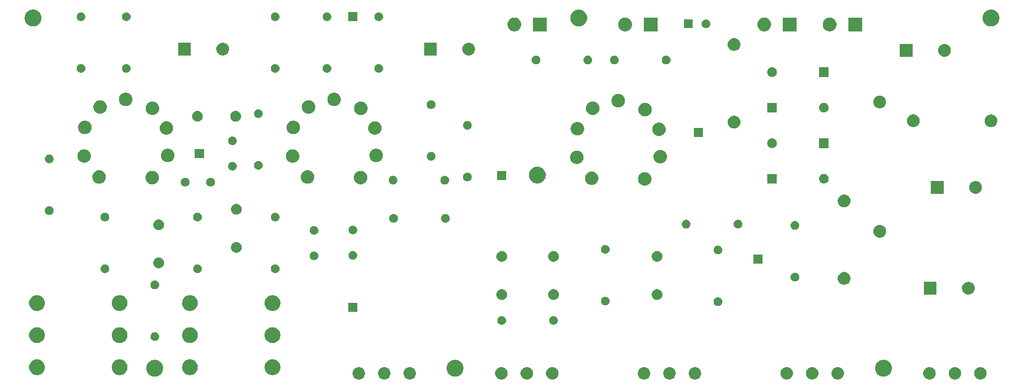
<source format=gbs>
G04 #@! TF.GenerationSoftware,KiCad,Pcbnew,(5.1.4)-1*
G04 #@! TF.CreationDate,2020-03-08T21:51:10+01:00*
G04 #@! TF.ProjectId,JCM800,4a434d38-3030-42e6-9b69-6361645f7063,rev?*
G04 #@! TF.SameCoordinates,Original*
G04 #@! TF.FileFunction,Soldermask,Bot*
G04 #@! TF.FilePolarity,Negative*
%FSLAX46Y46*%
G04 Gerber Fmt 4.6, Leading zero omitted, Abs format (unit mm)*
G04 Created by KiCad (PCBNEW (5.1.4)-1) date 2020-03-08 21:51:10*
%MOMM*%
%LPD*%
G04 APERTURE LIST*
%ADD10C,0.100000*%
G04 APERTURE END LIST*
D10*
G36*
X197256153Y-127325922D02*
G01*
X197348194Y-127364047D01*
X197478359Y-127417963D01*
X197678342Y-127551587D01*
X197848413Y-127721658D01*
X197982037Y-127921641D01*
X198074078Y-128143848D01*
X198121000Y-128379741D01*
X198121000Y-128620259D01*
X198074078Y-128856152D01*
X197982037Y-129078359D01*
X197848413Y-129278342D01*
X197678342Y-129448413D01*
X197478359Y-129582037D01*
X197348194Y-129635953D01*
X197256153Y-129674078D01*
X197138205Y-129697539D01*
X197020259Y-129721000D01*
X196779741Y-129721000D01*
X196661795Y-129697539D01*
X196543847Y-129674078D01*
X196451806Y-129635953D01*
X196321641Y-129582037D01*
X196121658Y-129448413D01*
X195951587Y-129278342D01*
X195817963Y-129078359D01*
X195725922Y-128856152D01*
X195679000Y-128620259D01*
X195679000Y-128379741D01*
X195725922Y-128143848D01*
X195817963Y-127921641D01*
X195951587Y-127721658D01*
X196121658Y-127551587D01*
X196321641Y-127417963D01*
X196451806Y-127364047D01*
X196543847Y-127325922D01*
X196779741Y-127279000D01*
X197020259Y-127279000D01*
X197256153Y-127325922D01*
X197256153Y-127325922D01*
G37*
G36*
X225256153Y-127325922D02*
G01*
X225348194Y-127364047D01*
X225478359Y-127417963D01*
X225678342Y-127551587D01*
X225848413Y-127721658D01*
X225982037Y-127921641D01*
X226074078Y-128143848D01*
X226121000Y-128379741D01*
X226121000Y-128620259D01*
X226074078Y-128856152D01*
X225982037Y-129078359D01*
X225848413Y-129278342D01*
X225678342Y-129448413D01*
X225478359Y-129582037D01*
X225348194Y-129635953D01*
X225256153Y-129674078D01*
X225138205Y-129697539D01*
X225020259Y-129721000D01*
X224779741Y-129721000D01*
X224661795Y-129697539D01*
X224543847Y-129674078D01*
X224451806Y-129635953D01*
X224321641Y-129582037D01*
X224121658Y-129448413D01*
X223951587Y-129278342D01*
X223817963Y-129078359D01*
X223725922Y-128856152D01*
X223679000Y-128620259D01*
X223679000Y-128379741D01*
X223725922Y-128143848D01*
X223817963Y-127921641D01*
X223951587Y-127721658D01*
X224121658Y-127551587D01*
X224321641Y-127417963D01*
X224451806Y-127364047D01*
X224543847Y-127325922D01*
X224779741Y-127279000D01*
X225020259Y-127279000D01*
X225256153Y-127325922D01*
X225256153Y-127325922D01*
G37*
G36*
X141256153Y-127325922D02*
G01*
X141348194Y-127364047D01*
X141478359Y-127417963D01*
X141678342Y-127551587D01*
X141848413Y-127721658D01*
X141982037Y-127921641D01*
X142074078Y-128143848D01*
X142121000Y-128379741D01*
X142121000Y-128620259D01*
X142074078Y-128856152D01*
X141982037Y-129078359D01*
X141848413Y-129278342D01*
X141678342Y-129448413D01*
X141478359Y-129582037D01*
X141348194Y-129635953D01*
X141256153Y-129674078D01*
X141138205Y-129697539D01*
X141020259Y-129721000D01*
X140779741Y-129721000D01*
X140661795Y-129697539D01*
X140543847Y-129674078D01*
X140451806Y-129635953D01*
X140321641Y-129582037D01*
X140121658Y-129448413D01*
X139951587Y-129278342D01*
X139817963Y-129078359D01*
X139725922Y-128856152D01*
X139679000Y-128620259D01*
X139679000Y-128379741D01*
X139725922Y-128143848D01*
X139817963Y-127921641D01*
X139951587Y-127721658D01*
X140121658Y-127551587D01*
X140321641Y-127417963D01*
X140451806Y-127364047D01*
X140543847Y-127325922D01*
X140779741Y-127279000D01*
X141020259Y-127279000D01*
X141256153Y-127325922D01*
X141256153Y-127325922D01*
G37*
G36*
X146256153Y-127325922D02*
G01*
X146348194Y-127364047D01*
X146478359Y-127417963D01*
X146678342Y-127551587D01*
X146848413Y-127721658D01*
X146982037Y-127921641D01*
X147074078Y-128143848D01*
X147121000Y-128379741D01*
X147121000Y-128620259D01*
X147074078Y-128856152D01*
X146982037Y-129078359D01*
X146848413Y-129278342D01*
X146678342Y-129448413D01*
X146478359Y-129582037D01*
X146348194Y-129635953D01*
X146256153Y-129674078D01*
X146138205Y-129697539D01*
X146020259Y-129721000D01*
X145779741Y-129721000D01*
X145661795Y-129697539D01*
X145543847Y-129674078D01*
X145451806Y-129635953D01*
X145321641Y-129582037D01*
X145121658Y-129448413D01*
X144951587Y-129278342D01*
X144817963Y-129078359D01*
X144725922Y-128856152D01*
X144679000Y-128620259D01*
X144679000Y-128379741D01*
X144725922Y-128143848D01*
X144817963Y-127921641D01*
X144951587Y-127721658D01*
X145121658Y-127551587D01*
X145321641Y-127417963D01*
X145451806Y-127364047D01*
X145543847Y-127325922D01*
X145779741Y-127279000D01*
X146020259Y-127279000D01*
X146256153Y-127325922D01*
X146256153Y-127325922D01*
G37*
G36*
X151256153Y-127325922D02*
G01*
X151348194Y-127364047D01*
X151478359Y-127417963D01*
X151678342Y-127551587D01*
X151848413Y-127721658D01*
X151982037Y-127921641D01*
X152074078Y-128143848D01*
X152121000Y-128379741D01*
X152121000Y-128620259D01*
X152074078Y-128856152D01*
X151982037Y-129078359D01*
X151848413Y-129278342D01*
X151678342Y-129448413D01*
X151478359Y-129582037D01*
X151348194Y-129635953D01*
X151256153Y-129674078D01*
X151138205Y-129697539D01*
X151020259Y-129721000D01*
X150779741Y-129721000D01*
X150661795Y-129697539D01*
X150543847Y-129674078D01*
X150451806Y-129635953D01*
X150321641Y-129582037D01*
X150121658Y-129448413D01*
X149951587Y-129278342D01*
X149817963Y-129078359D01*
X149725922Y-128856152D01*
X149679000Y-128620259D01*
X149679000Y-128379741D01*
X149725922Y-128143848D01*
X149817963Y-127921641D01*
X149951587Y-127721658D01*
X150121658Y-127551587D01*
X150321641Y-127417963D01*
X150451806Y-127364047D01*
X150543847Y-127325922D01*
X150779741Y-127279000D01*
X151020259Y-127279000D01*
X151256153Y-127325922D01*
X151256153Y-127325922D01*
G37*
G36*
X179256153Y-127325922D02*
G01*
X179348194Y-127364047D01*
X179478359Y-127417963D01*
X179678342Y-127551587D01*
X179848413Y-127721658D01*
X179982037Y-127921641D01*
X180074078Y-128143848D01*
X180121000Y-128379741D01*
X180121000Y-128620259D01*
X180074078Y-128856152D01*
X179982037Y-129078359D01*
X179848413Y-129278342D01*
X179678342Y-129448413D01*
X179478359Y-129582037D01*
X179348194Y-129635953D01*
X179256153Y-129674078D01*
X179138205Y-129697539D01*
X179020259Y-129721000D01*
X178779741Y-129721000D01*
X178661795Y-129697539D01*
X178543847Y-129674078D01*
X178451806Y-129635953D01*
X178321641Y-129582037D01*
X178121658Y-129448413D01*
X177951587Y-129278342D01*
X177817963Y-129078359D01*
X177725922Y-128856152D01*
X177679000Y-128620259D01*
X177679000Y-128379741D01*
X177725922Y-128143848D01*
X177817963Y-127921641D01*
X177951587Y-127721658D01*
X178121658Y-127551587D01*
X178321641Y-127417963D01*
X178451806Y-127364047D01*
X178543847Y-127325922D01*
X178779741Y-127279000D01*
X179020259Y-127279000D01*
X179256153Y-127325922D01*
X179256153Y-127325922D01*
G37*
G36*
X174256153Y-127325922D02*
G01*
X174348194Y-127364047D01*
X174478359Y-127417963D01*
X174678342Y-127551587D01*
X174848413Y-127721658D01*
X174982037Y-127921641D01*
X175074078Y-128143848D01*
X175121000Y-128379741D01*
X175121000Y-128620259D01*
X175074078Y-128856152D01*
X174982037Y-129078359D01*
X174848413Y-129278342D01*
X174678342Y-129448413D01*
X174478359Y-129582037D01*
X174348194Y-129635953D01*
X174256153Y-129674078D01*
X174138205Y-129697539D01*
X174020259Y-129721000D01*
X173779741Y-129721000D01*
X173661795Y-129697539D01*
X173543847Y-129674078D01*
X173451806Y-129635953D01*
X173321641Y-129582037D01*
X173121658Y-129448413D01*
X172951587Y-129278342D01*
X172817963Y-129078359D01*
X172725922Y-128856152D01*
X172679000Y-128620259D01*
X172679000Y-128379741D01*
X172725922Y-128143848D01*
X172817963Y-127921641D01*
X172951587Y-127721658D01*
X173121658Y-127551587D01*
X173321641Y-127417963D01*
X173451806Y-127364047D01*
X173543847Y-127325922D01*
X173779741Y-127279000D01*
X174020259Y-127279000D01*
X174256153Y-127325922D01*
X174256153Y-127325922D01*
G37*
G36*
X169256153Y-127325922D02*
G01*
X169348194Y-127364047D01*
X169478359Y-127417963D01*
X169678342Y-127551587D01*
X169848413Y-127721658D01*
X169982037Y-127921641D01*
X170074078Y-128143848D01*
X170121000Y-128379741D01*
X170121000Y-128620259D01*
X170074078Y-128856152D01*
X169982037Y-129078359D01*
X169848413Y-129278342D01*
X169678342Y-129448413D01*
X169478359Y-129582037D01*
X169348194Y-129635953D01*
X169256153Y-129674078D01*
X169138205Y-129697539D01*
X169020259Y-129721000D01*
X168779741Y-129721000D01*
X168661795Y-129697539D01*
X168543847Y-129674078D01*
X168451806Y-129635953D01*
X168321641Y-129582037D01*
X168121658Y-129448413D01*
X167951587Y-129278342D01*
X167817963Y-129078359D01*
X167725922Y-128856152D01*
X167679000Y-128620259D01*
X167679000Y-128379741D01*
X167725922Y-128143848D01*
X167817963Y-127921641D01*
X167951587Y-127721658D01*
X168121658Y-127551587D01*
X168321641Y-127417963D01*
X168451806Y-127364047D01*
X168543847Y-127325922D01*
X168779741Y-127279000D01*
X169020259Y-127279000D01*
X169256153Y-127325922D01*
X169256153Y-127325922D01*
G37*
G36*
X235256153Y-127325922D02*
G01*
X235348194Y-127364047D01*
X235478359Y-127417963D01*
X235678342Y-127551587D01*
X235848413Y-127721658D01*
X235982037Y-127921641D01*
X236074078Y-128143848D01*
X236121000Y-128379741D01*
X236121000Y-128620259D01*
X236074078Y-128856152D01*
X235982037Y-129078359D01*
X235848413Y-129278342D01*
X235678342Y-129448413D01*
X235478359Y-129582037D01*
X235348194Y-129635953D01*
X235256153Y-129674078D01*
X235138205Y-129697539D01*
X235020259Y-129721000D01*
X234779741Y-129721000D01*
X234661795Y-129697539D01*
X234543847Y-129674078D01*
X234451806Y-129635953D01*
X234321641Y-129582037D01*
X234121658Y-129448413D01*
X233951587Y-129278342D01*
X233817963Y-129078359D01*
X233725922Y-128856152D01*
X233679000Y-128620259D01*
X233679000Y-128379741D01*
X233725922Y-128143848D01*
X233817963Y-127921641D01*
X233951587Y-127721658D01*
X234121658Y-127551587D01*
X234321641Y-127417963D01*
X234451806Y-127364047D01*
X234543847Y-127325922D01*
X234779741Y-127279000D01*
X235020259Y-127279000D01*
X235256153Y-127325922D01*
X235256153Y-127325922D01*
G37*
G36*
X230256153Y-127325922D02*
G01*
X230348194Y-127364047D01*
X230478359Y-127417963D01*
X230678342Y-127551587D01*
X230848413Y-127721658D01*
X230982037Y-127921641D01*
X231074078Y-128143848D01*
X231121000Y-128379741D01*
X231121000Y-128620259D01*
X231074078Y-128856152D01*
X230982037Y-129078359D01*
X230848413Y-129278342D01*
X230678342Y-129448413D01*
X230478359Y-129582037D01*
X230348194Y-129635953D01*
X230256153Y-129674078D01*
X230138205Y-129697539D01*
X230020259Y-129721000D01*
X229779741Y-129721000D01*
X229661795Y-129697539D01*
X229543847Y-129674078D01*
X229451806Y-129635953D01*
X229321641Y-129582037D01*
X229121658Y-129448413D01*
X228951587Y-129278342D01*
X228817963Y-129078359D01*
X228725922Y-128856152D01*
X228679000Y-128620259D01*
X228679000Y-128379741D01*
X228725922Y-128143848D01*
X228817963Y-127921641D01*
X228951587Y-127721658D01*
X229121658Y-127551587D01*
X229321641Y-127417963D01*
X229451806Y-127364047D01*
X229543847Y-127325922D01*
X229779741Y-127279000D01*
X230020259Y-127279000D01*
X230256153Y-127325922D01*
X230256153Y-127325922D01*
G37*
G36*
X202256153Y-127325922D02*
G01*
X202348194Y-127364047D01*
X202478359Y-127417963D01*
X202678342Y-127551587D01*
X202848413Y-127721658D01*
X202982037Y-127921641D01*
X203074078Y-128143848D01*
X203121000Y-128379741D01*
X203121000Y-128620259D01*
X203074078Y-128856152D01*
X202982037Y-129078359D01*
X202848413Y-129278342D01*
X202678342Y-129448413D01*
X202478359Y-129582037D01*
X202348194Y-129635953D01*
X202256153Y-129674078D01*
X202138205Y-129697539D01*
X202020259Y-129721000D01*
X201779741Y-129721000D01*
X201661795Y-129697539D01*
X201543847Y-129674078D01*
X201451806Y-129635953D01*
X201321641Y-129582037D01*
X201121658Y-129448413D01*
X200951587Y-129278342D01*
X200817963Y-129078359D01*
X200725922Y-128856152D01*
X200679000Y-128620259D01*
X200679000Y-128379741D01*
X200725922Y-128143848D01*
X200817963Y-127921641D01*
X200951587Y-127721658D01*
X201121658Y-127551587D01*
X201321641Y-127417963D01*
X201451806Y-127364047D01*
X201543847Y-127325922D01*
X201779741Y-127279000D01*
X202020259Y-127279000D01*
X202256153Y-127325922D01*
X202256153Y-127325922D01*
G37*
G36*
X207256153Y-127325922D02*
G01*
X207348194Y-127364047D01*
X207478359Y-127417963D01*
X207678342Y-127551587D01*
X207848413Y-127721658D01*
X207982037Y-127921641D01*
X208074078Y-128143848D01*
X208121000Y-128379741D01*
X208121000Y-128620259D01*
X208074078Y-128856152D01*
X207982037Y-129078359D01*
X207848413Y-129278342D01*
X207678342Y-129448413D01*
X207478359Y-129582037D01*
X207348194Y-129635953D01*
X207256153Y-129674078D01*
X207138205Y-129697539D01*
X207020259Y-129721000D01*
X206779741Y-129721000D01*
X206661795Y-129697539D01*
X206543847Y-129674078D01*
X206451806Y-129635953D01*
X206321641Y-129582037D01*
X206121658Y-129448413D01*
X205951587Y-129278342D01*
X205817963Y-129078359D01*
X205725922Y-128856152D01*
X205679000Y-128620259D01*
X205679000Y-128379741D01*
X205725922Y-128143848D01*
X205817963Y-127921641D01*
X205951587Y-127721658D01*
X206121658Y-127551587D01*
X206321641Y-127417963D01*
X206451806Y-127364047D01*
X206543847Y-127325922D01*
X206779741Y-127279000D01*
X207020259Y-127279000D01*
X207256153Y-127325922D01*
X207256153Y-127325922D01*
G37*
G36*
X118292153Y-127325922D02*
G01*
X118384194Y-127364047D01*
X118514359Y-127417963D01*
X118714342Y-127551587D01*
X118884413Y-127721658D01*
X119018037Y-127921641D01*
X119110078Y-128143848D01*
X119157000Y-128379741D01*
X119157000Y-128620259D01*
X119110078Y-128856152D01*
X119018037Y-129078359D01*
X118884413Y-129278342D01*
X118714342Y-129448413D01*
X118514359Y-129582037D01*
X118384194Y-129635953D01*
X118292153Y-129674078D01*
X118174205Y-129697539D01*
X118056259Y-129721000D01*
X117815741Y-129721000D01*
X117697795Y-129697539D01*
X117579847Y-129674078D01*
X117487806Y-129635953D01*
X117357641Y-129582037D01*
X117157658Y-129448413D01*
X116987587Y-129278342D01*
X116853963Y-129078359D01*
X116761922Y-128856152D01*
X116715000Y-128620259D01*
X116715000Y-128379741D01*
X116761922Y-128143848D01*
X116853963Y-127921641D01*
X116987587Y-127721658D01*
X117157658Y-127551587D01*
X117357641Y-127417963D01*
X117487806Y-127364047D01*
X117579847Y-127325922D01*
X117815741Y-127279000D01*
X118056259Y-127279000D01*
X118292153Y-127325922D01*
X118292153Y-127325922D01*
G37*
G36*
X123292153Y-127325922D02*
G01*
X123384194Y-127364047D01*
X123514359Y-127417963D01*
X123714342Y-127551587D01*
X123884413Y-127721658D01*
X124018037Y-127921641D01*
X124110078Y-128143848D01*
X124157000Y-128379741D01*
X124157000Y-128620259D01*
X124110078Y-128856152D01*
X124018037Y-129078359D01*
X123884413Y-129278342D01*
X123714342Y-129448413D01*
X123514359Y-129582037D01*
X123384194Y-129635953D01*
X123292153Y-129674078D01*
X123174205Y-129697539D01*
X123056259Y-129721000D01*
X122815741Y-129721000D01*
X122697795Y-129697539D01*
X122579847Y-129674078D01*
X122487806Y-129635953D01*
X122357641Y-129582037D01*
X122157658Y-129448413D01*
X121987587Y-129278342D01*
X121853963Y-129078359D01*
X121761922Y-128856152D01*
X121715000Y-128620259D01*
X121715000Y-128379741D01*
X121761922Y-128143848D01*
X121853963Y-127921641D01*
X121987587Y-127721658D01*
X122157658Y-127551587D01*
X122357641Y-127417963D01*
X122487806Y-127364047D01*
X122579847Y-127325922D01*
X122815741Y-127279000D01*
X123056259Y-127279000D01*
X123292153Y-127325922D01*
X123292153Y-127325922D01*
G37*
G36*
X113292153Y-127325922D02*
G01*
X113384194Y-127364047D01*
X113514359Y-127417963D01*
X113714342Y-127551587D01*
X113884413Y-127721658D01*
X114018037Y-127921641D01*
X114110078Y-128143848D01*
X114157000Y-128379741D01*
X114157000Y-128620259D01*
X114110078Y-128856152D01*
X114018037Y-129078359D01*
X113884413Y-129278342D01*
X113714342Y-129448413D01*
X113514359Y-129582037D01*
X113384194Y-129635953D01*
X113292153Y-129674078D01*
X113174205Y-129697539D01*
X113056259Y-129721000D01*
X112815741Y-129721000D01*
X112697795Y-129697539D01*
X112579847Y-129674078D01*
X112487806Y-129635953D01*
X112357641Y-129582037D01*
X112157658Y-129448413D01*
X111987587Y-129278342D01*
X111853963Y-129078359D01*
X111761922Y-128856152D01*
X111715000Y-128620259D01*
X111715000Y-128379741D01*
X111761922Y-128143848D01*
X111853963Y-127921641D01*
X111987587Y-127721658D01*
X112157658Y-127551587D01*
X112357641Y-127417963D01*
X112487806Y-127364047D01*
X112579847Y-127325922D01*
X112815741Y-127279000D01*
X113056259Y-127279000D01*
X113292153Y-127325922D01*
X113292153Y-127325922D01*
G37*
G36*
X132201256Y-125899298D02*
G01*
X132307579Y-125920447D01*
X132608042Y-126044903D01*
X132878451Y-126225585D01*
X133108415Y-126455549D01*
X133108416Y-126455551D01*
X133289098Y-126725960D01*
X133413553Y-127026422D01*
X133473128Y-127325922D01*
X133477000Y-127345391D01*
X133477000Y-127670609D01*
X133413553Y-127989579D01*
X133289097Y-128290042D01*
X133108415Y-128560451D01*
X132878451Y-128790415D01*
X132608042Y-128971097D01*
X132307579Y-129095553D01*
X132201256Y-129116702D01*
X131988611Y-129159000D01*
X131663389Y-129159000D01*
X131450744Y-129116702D01*
X131344421Y-129095553D01*
X131043958Y-128971097D01*
X130773549Y-128790415D01*
X130543585Y-128560451D01*
X130362903Y-128290042D01*
X130238447Y-127989579D01*
X130175000Y-127670609D01*
X130175000Y-127345391D01*
X130178873Y-127325922D01*
X130238447Y-127026422D01*
X130362902Y-126725960D01*
X130543584Y-126455551D01*
X130543585Y-126455549D01*
X130773549Y-126225585D01*
X131043958Y-126044903D01*
X131344421Y-125920447D01*
X131450744Y-125899298D01*
X131663389Y-125857000D01*
X131988611Y-125857000D01*
X132201256Y-125899298D01*
X132201256Y-125899298D01*
G37*
G36*
X216275256Y-125899298D02*
G01*
X216381579Y-125920447D01*
X216682042Y-126044903D01*
X216952451Y-126225585D01*
X217182415Y-126455549D01*
X217182416Y-126455551D01*
X217363098Y-126725960D01*
X217487553Y-127026422D01*
X217547128Y-127325922D01*
X217551000Y-127345391D01*
X217551000Y-127670609D01*
X217487553Y-127989579D01*
X217363097Y-128290042D01*
X217182415Y-128560451D01*
X216952451Y-128790415D01*
X216682042Y-128971097D01*
X216381579Y-129095553D01*
X216275256Y-129116702D01*
X216062611Y-129159000D01*
X215737389Y-129159000D01*
X215524744Y-129116702D01*
X215418421Y-129095553D01*
X215117958Y-128971097D01*
X214847549Y-128790415D01*
X214617585Y-128560451D01*
X214436903Y-128290042D01*
X214312447Y-127989579D01*
X214249000Y-127670609D01*
X214249000Y-127345391D01*
X214252873Y-127325922D01*
X214312447Y-127026422D01*
X214436902Y-126725960D01*
X214617584Y-126455551D01*
X214617585Y-126455549D01*
X214847549Y-126225585D01*
X215117958Y-126044903D01*
X215418421Y-125920447D01*
X215524744Y-125899298D01*
X215737389Y-125857000D01*
X216062611Y-125857000D01*
X216275256Y-125899298D01*
X216275256Y-125899298D01*
G37*
G36*
X73273256Y-125899298D02*
G01*
X73379579Y-125920447D01*
X73680042Y-126044903D01*
X73950451Y-126225585D01*
X74180415Y-126455549D01*
X74180416Y-126455551D01*
X74361098Y-126725960D01*
X74485553Y-127026422D01*
X74545128Y-127325922D01*
X74549000Y-127345391D01*
X74549000Y-127670609D01*
X74485553Y-127989579D01*
X74361097Y-128290042D01*
X74180415Y-128560451D01*
X73950451Y-128790415D01*
X73680042Y-128971097D01*
X73379579Y-129095553D01*
X73273256Y-129116702D01*
X73060611Y-129159000D01*
X72735389Y-129159000D01*
X72522744Y-129116702D01*
X72416421Y-129095553D01*
X72115958Y-128971097D01*
X71845549Y-128790415D01*
X71615585Y-128560451D01*
X71434903Y-128290042D01*
X71310447Y-127989579D01*
X71247000Y-127670609D01*
X71247000Y-127345391D01*
X71250873Y-127325922D01*
X71310447Y-127026422D01*
X71434902Y-126725960D01*
X71615584Y-126455551D01*
X71615585Y-126455549D01*
X71845549Y-126225585D01*
X72115958Y-126044903D01*
X72416421Y-125920447D01*
X72522744Y-125899298D01*
X72735389Y-125857000D01*
X73060611Y-125857000D01*
X73273256Y-125899298D01*
X73273256Y-125899298D01*
G37*
G36*
X80102585Y-125778802D02*
G01*
X80252410Y-125808604D01*
X80534674Y-125925521D01*
X80788705Y-126095259D01*
X81004741Y-126311295D01*
X81174479Y-126565326D01*
X81291396Y-126847590D01*
X81351000Y-127147240D01*
X81351000Y-127452760D01*
X81291396Y-127752410D01*
X81174479Y-128034674D01*
X81004741Y-128288705D01*
X80788705Y-128504741D01*
X80534674Y-128674479D01*
X80252410Y-128791396D01*
X80102585Y-128821198D01*
X79952761Y-128851000D01*
X79647239Y-128851000D01*
X79497415Y-128821198D01*
X79347590Y-128791396D01*
X79065326Y-128674479D01*
X78811295Y-128504741D01*
X78595259Y-128288705D01*
X78425521Y-128034674D01*
X78308604Y-127752410D01*
X78249000Y-127452760D01*
X78249000Y-127147240D01*
X78308604Y-126847590D01*
X78425521Y-126565326D01*
X78595259Y-126311295D01*
X78811295Y-126095259D01*
X79065326Y-125925521D01*
X79347590Y-125808604D01*
X79497415Y-125778802D01*
X79647239Y-125749000D01*
X79952761Y-125749000D01*
X80102585Y-125778802D01*
X80102585Y-125778802D01*
G37*
G36*
X96302585Y-125778802D02*
G01*
X96452410Y-125808604D01*
X96734674Y-125925521D01*
X96988705Y-126095259D01*
X97204741Y-126311295D01*
X97374479Y-126565326D01*
X97491396Y-126847590D01*
X97551000Y-127147240D01*
X97551000Y-127452760D01*
X97491396Y-127752410D01*
X97374479Y-128034674D01*
X97204741Y-128288705D01*
X96988705Y-128504741D01*
X96734674Y-128674479D01*
X96452410Y-128791396D01*
X96302585Y-128821198D01*
X96152761Y-128851000D01*
X95847239Y-128851000D01*
X95697415Y-128821198D01*
X95547590Y-128791396D01*
X95265326Y-128674479D01*
X95011295Y-128504741D01*
X94795259Y-128288705D01*
X94625521Y-128034674D01*
X94508604Y-127752410D01*
X94449000Y-127452760D01*
X94449000Y-127147240D01*
X94508604Y-126847590D01*
X94625521Y-126565326D01*
X94795259Y-126311295D01*
X95011295Y-126095259D01*
X95265326Y-125925521D01*
X95547590Y-125808604D01*
X95697415Y-125778802D01*
X95847239Y-125749000D01*
X96152761Y-125749000D01*
X96302585Y-125778802D01*
X96302585Y-125778802D01*
G37*
G36*
X50102585Y-125778802D02*
G01*
X50252410Y-125808604D01*
X50534674Y-125925521D01*
X50788705Y-126095259D01*
X51004741Y-126311295D01*
X51174479Y-126565326D01*
X51291396Y-126847590D01*
X51351000Y-127147240D01*
X51351000Y-127452760D01*
X51291396Y-127752410D01*
X51174479Y-128034674D01*
X51004741Y-128288705D01*
X50788705Y-128504741D01*
X50534674Y-128674479D01*
X50252410Y-128791396D01*
X50102585Y-128821198D01*
X49952761Y-128851000D01*
X49647239Y-128851000D01*
X49497415Y-128821198D01*
X49347590Y-128791396D01*
X49065326Y-128674479D01*
X48811295Y-128504741D01*
X48595259Y-128288705D01*
X48425521Y-128034674D01*
X48308604Y-127752410D01*
X48249000Y-127452760D01*
X48249000Y-127147240D01*
X48308604Y-126847590D01*
X48425521Y-126565326D01*
X48595259Y-126311295D01*
X48811295Y-126095259D01*
X49065326Y-125925521D01*
X49347590Y-125808604D01*
X49497415Y-125778802D01*
X49647239Y-125749000D01*
X49952761Y-125749000D01*
X50102585Y-125778802D01*
X50102585Y-125778802D01*
G37*
G36*
X66302585Y-125778802D02*
G01*
X66452410Y-125808604D01*
X66734674Y-125925521D01*
X66988705Y-126095259D01*
X67204741Y-126311295D01*
X67374479Y-126565326D01*
X67491396Y-126847590D01*
X67551000Y-127147240D01*
X67551000Y-127452760D01*
X67491396Y-127752410D01*
X67374479Y-128034674D01*
X67204741Y-128288705D01*
X66988705Y-128504741D01*
X66734674Y-128674479D01*
X66452410Y-128791396D01*
X66302585Y-128821198D01*
X66152761Y-128851000D01*
X65847239Y-128851000D01*
X65697415Y-128821198D01*
X65547590Y-128791396D01*
X65265326Y-128674479D01*
X65011295Y-128504741D01*
X64795259Y-128288705D01*
X64625521Y-128034674D01*
X64508604Y-127752410D01*
X64449000Y-127452760D01*
X64449000Y-127147240D01*
X64508604Y-126847590D01*
X64625521Y-126565326D01*
X64795259Y-126311295D01*
X65011295Y-126095259D01*
X65265326Y-125925521D01*
X65547590Y-125808604D01*
X65697415Y-125778802D01*
X65847239Y-125749000D01*
X66152761Y-125749000D01*
X66302585Y-125778802D01*
X66302585Y-125778802D01*
G37*
G36*
X50102585Y-119478802D02*
G01*
X50252410Y-119508604D01*
X50534674Y-119625521D01*
X50788705Y-119795259D01*
X51004741Y-120011295D01*
X51174479Y-120265326D01*
X51291396Y-120547590D01*
X51351000Y-120847240D01*
X51351000Y-121152760D01*
X51291396Y-121452410D01*
X51174479Y-121734674D01*
X51004741Y-121988705D01*
X50788705Y-122204741D01*
X50534674Y-122374479D01*
X50252410Y-122491396D01*
X50102585Y-122521198D01*
X49952761Y-122551000D01*
X49647239Y-122551000D01*
X49497415Y-122521198D01*
X49347590Y-122491396D01*
X49065326Y-122374479D01*
X48811295Y-122204741D01*
X48595259Y-121988705D01*
X48425521Y-121734674D01*
X48308604Y-121452410D01*
X48249000Y-121152760D01*
X48249000Y-120847240D01*
X48308604Y-120547590D01*
X48425521Y-120265326D01*
X48595259Y-120011295D01*
X48811295Y-119795259D01*
X49065326Y-119625521D01*
X49347590Y-119508604D01*
X49497415Y-119478802D01*
X49647239Y-119449000D01*
X49952761Y-119449000D01*
X50102585Y-119478802D01*
X50102585Y-119478802D01*
G37*
G36*
X66302585Y-119478802D02*
G01*
X66452410Y-119508604D01*
X66734674Y-119625521D01*
X66988705Y-119795259D01*
X67204741Y-120011295D01*
X67374479Y-120265326D01*
X67491396Y-120547590D01*
X67551000Y-120847240D01*
X67551000Y-121152760D01*
X67491396Y-121452410D01*
X67374479Y-121734674D01*
X67204741Y-121988705D01*
X66988705Y-122204741D01*
X66734674Y-122374479D01*
X66452410Y-122491396D01*
X66302585Y-122521198D01*
X66152761Y-122551000D01*
X65847239Y-122551000D01*
X65697415Y-122521198D01*
X65547590Y-122491396D01*
X65265326Y-122374479D01*
X65011295Y-122204741D01*
X64795259Y-121988705D01*
X64625521Y-121734674D01*
X64508604Y-121452410D01*
X64449000Y-121152760D01*
X64449000Y-120847240D01*
X64508604Y-120547590D01*
X64625521Y-120265326D01*
X64795259Y-120011295D01*
X65011295Y-119795259D01*
X65265326Y-119625521D01*
X65547590Y-119508604D01*
X65697415Y-119478802D01*
X65847239Y-119449000D01*
X66152761Y-119449000D01*
X66302585Y-119478802D01*
X66302585Y-119478802D01*
G37*
G36*
X96302585Y-119478802D02*
G01*
X96452410Y-119508604D01*
X96734674Y-119625521D01*
X96988705Y-119795259D01*
X97204741Y-120011295D01*
X97374479Y-120265326D01*
X97491396Y-120547590D01*
X97551000Y-120847240D01*
X97551000Y-121152760D01*
X97491396Y-121452410D01*
X97374479Y-121734674D01*
X97204741Y-121988705D01*
X96988705Y-122204741D01*
X96734674Y-122374479D01*
X96452410Y-122491396D01*
X96302585Y-122521198D01*
X96152761Y-122551000D01*
X95847239Y-122551000D01*
X95697415Y-122521198D01*
X95547590Y-122491396D01*
X95265326Y-122374479D01*
X95011295Y-122204741D01*
X94795259Y-121988705D01*
X94625521Y-121734674D01*
X94508604Y-121452410D01*
X94449000Y-121152760D01*
X94449000Y-120847240D01*
X94508604Y-120547590D01*
X94625521Y-120265326D01*
X94795259Y-120011295D01*
X95011295Y-119795259D01*
X95265326Y-119625521D01*
X95547590Y-119508604D01*
X95697415Y-119478802D01*
X95847239Y-119449000D01*
X96152761Y-119449000D01*
X96302585Y-119478802D01*
X96302585Y-119478802D01*
G37*
G36*
X80102585Y-119478802D02*
G01*
X80252410Y-119508604D01*
X80534674Y-119625521D01*
X80788705Y-119795259D01*
X81004741Y-120011295D01*
X81174479Y-120265326D01*
X81291396Y-120547590D01*
X81351000Y-120847240D01*
X81351000Y-121152760D01*
X81291396Y-121452410D01*
X81174479Y-121734674D01*
X81004741Y-121988705D01*
X80788705Y-122204741D01*
X80534674Y-122374479D01*
X80252410Y-122491396D01*
X80102585Y-122521198D01*
X79952761Y-122551000D01*
X79647239Y-122551000D01*
X79497415Y-122521198D01*
X79347590Y-122491396D01*
X79065326Y-122374479D01*
X78811295Y-122204741D01*
X78595259Y-121988705D01*
X78425521Y-121734674D01*
X78308604Y-121452410D01*
X78249000Y-121152760D01*
X78249000Y-120847240D01*
X78308604Y-120547590D01*
X78425521Y-120265326D01*
X78595259Y-120011295D01*
X78811295Y-119795259D01*
X79065326Y-119625521D01*
X79347590Y-119508604D01*
X79497415Y-119478802D01*
X79647239Y-119449000D01*
X79952761Y-119449000D01*
X80102585Y-119478802D01*
X80102585Y-119478802D01*
G37*
G36*
X73146228Y-120466703D02*
G01*
X73301100Y-120530853D01*
X73440481Y-120623985D01*
X73559015Y-120742519D01*
X73652147Y-120881900D01*
X73716297Y-121036772D01*
X73749000Y-121201184D01*
X73749000Y-121368816D01*
X73716297Y-121533228D01*
X73652147Y-121688100D01*
X73559015Y-121827481D01*
X73440481Y-121946015D01*
X73301100Y-122039147D01*
X73146228Y-122103297D01*
X72981816Y-122136000D01*
X72814184Y-122136000D01*
X72649772Y-122103297D01*
X72494900Y-122039147D01*
X72355519Y-121946015D01*
X72236985Y-121827481D01*
X72143853Y-121688100D01*
X72079703Y-121533228D01*
X72047000Y-121368816D01*
X72047000Y-121201184D01*
X72079703Y-121036772D01*
X72143853Y-120881900D01*
X72236985Y-120742519D01*
X72355519Y-120623985D01*
X72494900Y-120530853D01*
X72649772Y-120466703D01*
X72814184Y-120434000D01*
X72981816Y-120434000D01*
X73146228Y-120466703D01*
X73146228Y-120466703D01*
G37*
G36*
X141136823Y-117271313D02*
G01*
X141297242Y-117319976D01*
X141364361Y-117355852D01*
X141445078Y-117398996D01*
X141574659Y-117505341D01*
X141681004Y-117634922D01*
X141681005Y-117634924D01*
X141760024Y-117782758D01*
X141808687Y-117943177D01*
X141825117Y-118110000D01*
X141808687Y-118276823D01*
X141760024Y-118437242D01*
X141719477Y-118513100D01*
X141681004Y-118585078D01*
X141574659Y-118714659D01*
X141445078Y-118821004D01*
X141445076Y-118821005D01*
X141297242Y-118900024D01*
X141136823Y-118948687D01*
X141011804Y-118961000D01*
X140928196Y-118961000D01*
X140803177Y-118948687D01*
X140642758Y-118900024D01*
X140494924Y-118821005D01*
X140494922Y-118821004D01*
X140365341Y-118714659D01*
X140258996Y-118585078D01*
X140220523Y-118513100D01*
X140179976Y-118437242D01*
X140131313Y-118276823D01*
X140114883Y-118110000D01*
X140131313Y-117943177D01*
X140179976Y-117782758D01*
X140258995Y-117634924D01*
X140258996Y-117634922D01*
X140365341Y-117505341D01*
X140494922Y-117398996D01*
X140575639Y-117355852D01*
X140642758Y-117319976D01*
X140803177Y-117271313D01*
X140928196Y-117259000D01*
X141011804Y-117259000D01*
X141136823Y-117271313D01*
X141136823Y-117271313D01*
G37*
G36*
X151378228Y-117291703D02*
G01*
X151533100Y-117355853D01*
X151672481Y-117448985D01*
X151791015Y-117567519D01*
X151884147Y-117706900D01*
X151948297Y-117861772D01*
X151981000Y-118026184D01*
X151981000Y-118193816D01*
X151948297Y-118358228D01*
X151884147Y-118513100D01*
X151791015Y-118652481D01*
X151672481Y-118771015D01*
X151533100Y-118864147D01*
X151378228Y-118928297D01*
X151213816Y-118961000D01*
X151046184Y-118961000D01*
X150881772Y-118928297D01*
X150726900Y-118864147D01*
X150587519Y-118771015D01*
X150468985Y-118652481D01*
X150375853Y-118513100D01*
X150311703Y-118358228D01*
X150279000Y-118193816D01*
X150279000Y-118026184D01*
X150311703Y-117861772D01*
X150375853Y-117706900D01*
X150468985Y-117567519D01*
X150587519Y-117448985D01*
X150726900Y-117355853D01*
X150881772Y-117291703D01*
X151046184Y-117259000D01*
X151213816Y-117259000D01*
X151378228Y-117291703D01*
X151378228Y-117291703D01*
G37*
G36*
X112661000Y-116471000D02*
G01*
X110859000Y-116471000D01*
X110859000Y-114669000D01*
X112661000Y-114669000D01*
X112661000Y-116471000D01*
X112661000Y-116471000D01*
G37*
G36*
X50102585Y-113178802D02*
G01*
X50252410Y-113208604D01*
X50534674Y-113325521D01*
X50788705Y-113495259D01*
X51004741Y-113711295D01*
X51174479Y-113965326D01*
X51291396Y-114247590D01*
X51291396Y-114247591D01*
X51351000Y-114547239D01*
X51351000Y-114852761D01*
X51341190Y-114902078D01*
X51291396Y-115152410D01*
X51174479Y-115434674D01*
X51004741Y-115688705D01*
X50788705Y-115904741D01*
X50534674Y-116074479D01*
X50252410Y-116191396D01*
X50102585Y-116221198D01*
X49952761Y-116251000D01*
X49647239Y-116251000D01*
X49497415Y-116221198D01*
X49347590Y-116191396D01*
X49065326Y-116074479D01*
X48811295Y-115904741D01*
X48595259Y-115688705D01*
X48425521Y-115434674D01*
X48308604Y-115152410D01*
X48258810Y-114902078D01*
X48249000Y-114852761D01*
X48249000Y-114547239D01*
X48308604Y-114247591D01*
X48308604Y-114247590D01*
X48425521Y-113965326D01*
X48595259Y-113711295D01*
X48811295Y-113495259D01*
X49065326Y-113325521D01*
X49347590Y-113208604D01*
X49497415Y-113178802D01*
X49647239Y-113149000D01*
X49952761Y-113149000D01*
X50102585Y-113178802D01*
X50102585Y-113178802D01*
G37*
G36*
X66302585Y-113178802D02*
G01*
X66452410Y-113208604D01*
X66734674Y-113325521D01*
X66988705Y-113495259D01*
X67204741Y-113711295D01*
X67374479Y-113965326D01*
X67491396Y-114247590D01*
X67491396Y-114247591D01*
X67551000Y-114547239D01*
X67551000Y-114852761D01*
X67541190Y-114902078D01*
X67491396Y-115152410D01*
X67374479Y-115434674D01*
X67204741Y-115688705D01*
X66988705Y-115904741D01*
X66734674Y-116074479D01*
X66452410Y-116191396D01*
X66302585Y-116221198D01*
X66152761Y-116251000D01*
X65847239Y-116251000D01*
X65697415Y-116221198D01*
X65547590Y-116191396D01*
X65265326Y-116074479D01*
X65011295Y-115904741D01*
X64795259Y-115688705D01*
X64625521Y-115434674D01*
X64508604Y-115152410D01*
X64458810Y-114902078D01*
X64449000Y-114852761D01*
X64449000Y-114547239D01*
X64508604Y-114247591D01*
X64508604Y-114247590D01*
X64625521Y-113965326D01*
X64795259Y-113711295D01*
X65011295Y-113495259D01*
X65265326Y-113325521D01*
X65547590Y-113208604D01*
X65697415Y-113178802D01*
X65847239Y-113149000D01*
X66152761Y-113149000D01*
X66302585Y-113178802D01*
X66302585Y-113178802D01*
G37*
G36*
X80102585Y-113178802D02*
G01*
X80252410Y-113208604D01*
X80534674Y-113325521D01*
X80788705Y-113495259D01*
X81004741Y-113711295D01*
X81174479Y-113965326D01*
X81291396Y-114247590D01*
X81291396Y-114247591D01*
X81351000Y-114547239D01*
X81351000Y-114852761D01*
X81341190Y-114902078D01*
X81291396Y-115152410D01*
X81174479Y-115434674D01*
X81004741Y-115688705D01*
X80788705Y-115904741D01*
X80534674Y-116074479D01*
X80252410Y-116191396D01*
X80102585Y-116221198D01*
X79952761Y-116251000D01*
X79647239Y-116251000D01*
X79497415Y-116221198D01*
X79347590Y-116191396D01*
X79065326Y-116074479D01*
X78811295Y-115904741D01*
X78595259Y-115688705D01*
X78425521Y-115434674D01*
X78308604Y-115152410D01*
X78258810Y-114902078D01*
X78249000Y-114852761D01*
X78249000Y-114547239D01*
X78308604Y-114247591D01*
X78308604Y-114247590D01*
X78425521Y-113965326D01*
X78595259Y-113711295D01*
X78811295Y-113495259D01*
X79065326Y-113325521D01*
X79347590Y-113208604D01*
X79497415Y-113178802D01*
X79647239Y-113149000D01*
X79952761Y-113149000D01*
X80102585Y-113178802D01*
X80102585Y-113178802D01*
G37*
G36*
X96302585Y-113178802D02*
G01*
X96452410Y-113208604D01*
X96734674Y-113325521D01*
X96988705Y-113495259D01*
X97204741Y-113711295D01*
X97374479Y-113965326D01*
X97491396Y-114247590D01*
X97491396Y-114247591D01*
X97551000Y-114547239D01*
X97551000Y-114852761D01*
X97541190Y-114902078D01*
X97491396Y-115152410D01*
X97374479Y-115434674D01*
X97204741Y-115688705D01*
X96988705Y-115904741D01*
X96734674Y-116074479D01*
X96452410Y-116191396D01*
X96302585Y-116221198D01*
X96152761Y-116251000D01*
X95847239Y-116251000D01*
X95697415Y-116221198D01*
X95547590Y-116191396D01*
X95265326Y-116074479D01*
X95011295Y-115904741D01*
X94795259Y-115688705D01*
X94625521Y-115434674D01*
X94508604Y-115152410D01*
X94458810Y-114902078D01*
X94449000Y-114852761D01*
X94449000Y-114547239D01*
X94508604Y-114247591D01*
X94508604Y-114247590D01*
X94625521Y-113965326D01*
X94795259Y-113711295D01*
X95011295Y-113495259D01*
X95265326Y-113325521D01*
X95547590Y-113208604D01*
X95697415Y-113178802D01*
X95847239Y-113149000D01*
X96152761Y-113149000D01*
X96302585Y-113178802D01*
X96302585Y-113178802D01*
G37*
G36*
X183554823Y-113588313D02*
G01*
X183715242Y-113636976D01*
X183833101Y-113699973D01*
X183863078Y-113715996D01*
X183992659Y-113822341D01*
X184099004Y-113951922D01*
X184104062Y-113961385D01*
X184178024Y-114099758D01*
X184226687Y-114260177D01*
X184243117Y-114427000D01*
X184226687Y-114593823D01*
X184178024Y-114754242D01*
X184130860Y-114842480D01*
X184099004Y-114902078D01*
X183992659Y-115031659D01*
X183863078Y-115138004D01*
X183863076Y-115138005D01*
X183715242Y-115217024D01*
X183554823Y-115265687D01*
X183429804Y-115278000D01*
X183346196Y-115278000D01*
X183221177Y-115265687D01*
X183060758Y-115217024D01*
X182912924Y-115138005D01*
X182912922Y-115138004D01*
X182783341Y-115031659D01*
X182676996Y-114902078D01*
X182645140Y-114842480D01*
X182597976Y-114754242D01*
X182549313Y-114593823D01*
X182532883Y-114427000D01*
X182549313Y-114260177D01*
X182597976Y-114099758D01*
X182671938Y-113961385D01*
X182676996Y-113951922D01*
X182783341Y-113822341D01*
X182912922Y-113715996D01*
X182942899Y-113699973D01*
X183060758Y-113636976D01*
X183221177Y-113588313D01*
X183346196Y-113576000D01*
X183429804Y-113576000D01*
X183554823Y-113588313D01*
X183554823Y-113588313D01*
G37*
G36*
X161538228Y-113481703D02*
G01*
X161693100Y-113545853D01*
X161832481Y-113638985D01*
X161951015Y-113757519D01*
X162044147Y-113896900D01*
X162108297Y-114051772D01*
X162141000Y-114216184D01*
X162141000Y-114383816D01*
X162108297Y-114548228D01*
X162044147Y-114703100D01*
X161951015Y-114842481D01*
X161832481Y-114961015D01*
X161693100Y-115054147D01*
X161538228Y-115118297D01*
X161373816Y-115151000D01*
X161206184Y-115151000D01*
X161041772Y-115118297D01*
X160886900Y-115054147D01*
X160747519Y-114961015D01*
X160628985Y-114842481D01*
X160535853Y-114703100D01*
X160471703Y-114548228D01*
X160439000Y-114383816D01*
X160439000Y-114216184D01*
X160471703Y-114051772D01*
X160535853Y-113896900D01*
X160628985Y-113757519D01*
X160747519Y-113638985D01*
X160886900Y-113545853D01*
X161041772Y-113481703D01*
X161206184Y-113449000D01*
X161373816Y-113449000D01*
X161538228Y-113481703D01*
X161538228Y-113481703D01*
G37*
G36*
X171756564Y-112026389D02*
G01*
X171947833Y-112105615D01*
X171947835Y-112105616D01*
X172119973Y-112220635D01*
X172266365Y-112367027D01*
X172376707Y-112532165D01*
X172381385Y-112539167D01*
X172460611Y-112730436D01*
X172501000Y-112933484D01*
X172501000Y-113140516D01*
X172460611Y-113343564D01*
X172381385Y-113534833D01*
X172381384Y-113534835D01*
X172266365Y-113706973D01*
X172119973Y-113853365D01*
X171947835Y-113968384D01*
X171947834Y-113968385D01*
X171947833Y-113968385D01*
X171756564Y-114047611D01*
X171553516Y-114088000D01*
X171346484Y-114088000D01*
X171143436Y-114047611D01*
X170952167Y-113968385D01*
X170952166Y-113968385D01*
X170952165Y-113968384D01*
X170780027Y-113853365D01*
X170633635Y-113706973D01*
X170518616Y-113534835D01*
X170518615Y-113534833D01*
X170439389Y-113343564D01*
X170399000Y-113140516D01*
X170399000Y-112933484D01*
X170439389Y-112730436D01*
X170518615Y-112539167D01*
X170523294Y-112532165D01*
X170633635Y-112367027D01*
X170780027Y-112220635D01*
X170952165Y-112105616D01*
X170952167Y-112105615D01*
X171143436Y-112026389D01*
X171346484Y-111986000D01*
X171553516Y-111986000D01*
X171756564Y-112026389D01*
X171756564Y-112026389D01*
G37*
G36*
X141276564Y-112019389D02*
G01*
X141467833Y-112098615D01*
X141467835Y-112098616D01*
X141478311Y-112105616D01*
X141639973Y-112213635D01*
X141786365Y-112360027D01*
X141901385Y-112532167D01*
X141980611Y-112723436D01*
X142021000Y-112926484D01*
X142021000Y-113133516D01*
X141980611Y-113336564D01*
X141914877Y-113495260D01*
X141901384Y-113527835D01*
X141786365Y-113699973D01*
X141639973Y-113846365D01*
X141467835Y-113961384D01*
X141467834Y-113961385D01*
X141467833Y-113961385D01*
X141276564Y-114040611D01*
X141073516Y-114081000D01*
X140866484Y-114081000D01*
X140663436Y-114040611D01*
X140472167Y-113961385D01*
X140472166Y-113961385D01*
X140472165Y-113961384D01*
X140300027Y-113846365D01*
X140153635Y-113699973D01*
X140038616Y-113527835D01*
X140025123Y-113495260D01*
X139959389Y-113336564D01*
X139919000Y-113133516D01*
X139919000Y-112926484D01*
X139959389Y-112723436D01*
X140038615Y-112532167D01*
X140153635Y-112360027D01*
X140300027Y-112213635D01*
X140461689Y-112105616D01*
X140472165Y-112098616D01*
X140472167Y-112098615D01*
X140663436Y-112019389D01*
X140866484Y-111979000D01*
X141073516Y-111979000D01*
X141276564Y-112019389D01*
X141276564Y-112019389D01*
G37*
G36*
X151436564Y-112019389D02*
G01*
X151627833Y-112098615D01*
X151627835Y-112098616D01*
X151638311Y-112105616D01*
X151799973Y-112213635D01*
X151946365Y-112360027D01*
X152061385Y-112532167D01*
X152140611Y-112723436D01*
X152181000Y-112926484D01*
X152181000Y-113133516D01*
X152140611Y-113336564D01*
X152074877Y-113495260D01*
X152061384Y-113527835D01*
X151946365Y-113699973D01*
X151799973Y-113846365D01*
X151627835Y-113961384D01*
X151627834Y-113961385D01*
X151627833Y-113961385D01*
X151436564Y-114040611D01*
X151233516Y-114081000D01*
X151026484Y-114081000D01*
X150823436Y-114040611D01*
X150632167Y-113961385D01*
X150632166Y-113961385D01*
X150632165Y-113961384D01*
X150460027Y-113846365D01*
X150313635Y-113699973D01*
X150198616Y-113527835D01*
X150185123Y-113495260D01*
X150119389Y-113336564D01*
X150079000Y-113133516D01*
X150079000Y-112926484D01*
X150119389Y-112723436D01*
X150198615Y-112532167D01*
X150313635Y-112360027D01*
X150460027Y-112213635D01*
X150621689Y-112105616D01*
X150632165Y-112098616D01*
X150632167Y-112098615D01*
X150823436Y-112019389D01*
X151026484Y-111979000D01*
X151233516Y-111979000D01*
X151436564Y-112019389D01*
X151436564Y-112019389D01*
G37*
G36*
X232908903Y-110557075D02*
G01*
X233136571Y-110651378D01*
X233341466Y-110788285D01*
X233515715Y-110962534D01*
X233652622Y-111167429D01*
X233652623Y-111167431D01*
X233746925Y-111395097D01*
X233795000Y-111636786D01*
X233795000Y-111883214D01*
X233767913Y-112019389D01*
X233746925Y-112124903D01*
X233652622Y-112352571D01*
X233515715Y-112557466D01*
X233341466Y-112731715D01*
X233136571Y-112868622D01*
X233136570Y-112868623D01*
X233136569Y-112868623D01*
X232908903Y-112962925D01*
X232667214Y-113011000D01*
X232420786Y-113011000D01*
X232179097Y-112962925D01*
X231951431Y-112868623D01*
X231951430Y-112868623D01*
X231951429Y-112868622D01*
X231746534Y-112731715D01*
X231572285Y-112557466D01*
X231435378Y-112352571D01*
X231341075Y-112124903D01*
X231320087Y-112019389D01*
X231293000Y-111883214D01*
X231293000Y-111636786D01*
X231341075Y-111395097D01*
X231435377Y-111167431D01*
X231435378Y-111167429D01*
X231572285Y-110962534D01*
X231746534Y-110788285D01*
X231951429Y-110651378D01*
X232179097Y-110557075D01*
X232420786Y-110509000D01*
X232667214Y-110509000D01*
X232908903Y-110557075D01*
X232908903Y-110557075D01*
G37*
G36*
X226295000Y-113011000D02*
G01*
X223793000Y-113011000D01*
X223793000Y-110509000D01*
X226295000Y-110509000D01*
X226295000Y-113011000D01*
X226295000Y-113011000D01*
G37*
G36*
X73064823Y-110286313D02*
G01*
X73225242Y-110334976D01*
X73357906Y-110405886D01*
X73373078Y-110413996D01*
X73502659Y-110520341D01*
X73609004Y-110649922D01*
X73609005Y-110649924D01*
X73688024Y-110797758D01*
X73736687Y-110958177D01*
X73753117Y-111125000D01*
X73736687Y-111291823D01*
X73688024Y-111452242D01*
X73617114Y-111584906D01*
X73609004Y-111600078D01*
X73502659Y-111729659D01*
X73373078Y-111836004D01*
X73373076Y-111836005D01*
X73225242Y-111915024D01*
X73064823Y-111963687D01*
X72939804Y-111976000D01*
X72856196Y-111976000D01*
X72731177Y-111963687D01*
X72570758Y-111915024D01*
X72422924Y-111836005D01*
X72422922Y-111836004D01*
X72293341Y-111729659D01*
X72186996Y-111600078D01*
X72178886Y-111584906D01*
X72107976Y-111452242D01*
X72059313Y-111291823D01*
X72042883Y-111125000D01*
X72059313Y-110958177D01*
X72107976Y-110797758D01*
X72186995Y-110649924D01*
X72186996Y-110649922D01*
X72293341Y-110520341D01*
X72422922Y-110413996D01*
X72438094Y-110405886D01*
X72570758Y-110334976D01*
X72731177Y-110286313D01*
X72856196Y-110274000D01*
X72939804Y-110274000D01*
X73064823Y-110286313D01*
X73064823Y-110286313D01*
G37*
G36*
X208517903Y-108652075D02*
G01*
X208730234Y-108740025D01*
X208745571Y-108746378D01*
X208950466Y-108883285D01*
X209124715Y-109057534D01*
X209218505Y-109197900D01*
X209261623Y-109262431D01*
X209355925Y-109490097D01*
X209404000Y-109731786D01*
X209404000Y-109978214D01*
X209355925Y-110219903D01*
X209273334Y-110419297D01*
X209261622Y-110447571D01*
X209124715Y-110652466D01*
X208950466Y-110826715D01*
X208745571Y-110963622D01*
X208745570Y-110963623D01*
X208745569Y-110963623D01*
X208517903Y-111057925D01*
X208276214Y-111106000D01*
X208029786Y-111106000D01*
X207788097Y-111057925D01*
X207560431Y-110963623D01*
X207560430Y-110963623D01*
X207560429Y-110963622D01*
X207355534Y-110826715D01*
X207181285Y-110652466D01*
X207044378Y-110447571D01*
X207032667Y-110419297D01*
X206950075Y-110219903D01*
X206902000Y-109978214D01*
X206902000Y-109731786D01*
X206950075Y-109490097D01*
X207044377Y-109262431D01*
X207087495Y-109197900D01*
X207181285Y-109057534D01*
X207355534Y-108883285D01*
X207560429Y-108746378D01*
X207575767Y-108740025D01*
X207788097Y-108652075D01*
X208029786Y-108604000D01*
X208276214Y-108604000D01*
X208517903Y-108652075D01*
X208517903Y-108652075D01*
G37*
G36*
X198749228Y-108782703D02*
G01*
X198904100Y-108846853D01*
X199043481Y-108939985D01*
X199162015Y-109058519D01*
X199255147Y-109197900D01*
X199319297Y-109352772D01*
X199352000Y-109517184D01*
X199352000Y-109684816D01*
X199319297Y-109849228D01*
X199255147Y-110004100D01*
X199162015Y-110143481D01*
X199043481Y-110262015D01*
X198904100Y-110355147D01*
X198749228Y-110419297D01*
X198584816Y-110452000D01*
X198417184Y-110452000D01*
X198252772Y-110419297D01*
X198097900Y-110355147D01*
X197958519Y-110262015D01*
X197839985Y-110143481D01*
X197746853Y-110004100D01*
X197682703Y-109849228D01*
X197650000Y-109684816D01*
X197650000Y-109517184D01*
X197682703Y-109352772D01*
X197746853Y-109197900D01*
X197839985Y-109058519D01*
X197958519Y-108939985D01*
X198097900Y-108846853D01*
X198252772Y-108782703D01*
X198417184Y-108750000D01*
X198584816Y-108750000D01*
X198749228Y-108782703D01*
X198749228Y-108782703D01*
G37*
G36*
X63285823Y-107111313D02*
G01*
X63446242Y-107159976D01*
X63513361Y-107195852D01*
X63594078Y-107238996D01*
X63723659Y-107345341D01*
X63830004Y-107474922D01*
X63830005Y-107474924D01*
X63909024Y-107622758D01*
X63957687Y-107783177D01*
X63974117Y-107950000D01*
X63957687Y-108116823D01*
X63909024Y-108277242D01*
X63868477Y-108353100D01*
X63830004Y-108425078D01*
X63723659Y-108554659D01*
X63594078Y-108661004D01*
X63594076Y-108661005D01*
X63446242Y-108740024D01*
X63285823Y-108788687D01*
X63160804Y-108801000D01*
X63077196Y-108801000D01*
X62952177Y-108788687D01*
X62791758Y-108740024D01*
X62643924Y-108661005D01*
X62643922Y-108661004D01*
X62514341Y-108554659D01*
X62407996Y-108425078D01*
X62369523Y-108353100D01*
X62328976Y-108277242D01*
X62280313Y-108116823D01*
X62263883Y-107950000D01*
X62280313Y-107783177D01*
X62328976Y-107622758D01*
X62407995Y-107474924D01*
X62407996Y-107474922D01*
X62514341Y-107345341D01*
X62643922Y-107238996D01*
X62724639Y-107195852D01*
X62791758Y-107159976D01*
X62952177Y-107111313D01*
X63077196Y-107099000D01*
X63160804Y-107099000D01*
X63285823Y-107111313D01*
X63285823Y-107111313D01*
G37*
G36*
X81528228Y-107131703D02*
G01*
X81683100Y-107195853D01*
X81822481Y-107288985D01*
X81941015Y-107407519D01*
X82034147Y-107546900D01*
X82098297Y-107701772D01*
X82131000Y-107866184D01*
X82131000Y-108033816D01*
X82098297Y-108198228D01*
X82034147Y-108353100D01*
X81941015Y-108492481D01*
X81822481Y-108611015D01*
X81683100Y-108704147D01*
X81528228Y-108768297D01*
X81363816Y-108801000D01*
X81196184Y-108801000D01*
X81031772Y-108768297D01*
X80876900Y-108704147D01*
X80737519Y-108611015D01*
X80618985Y-108492481D01*
X80525853Y-108353100D01*
X80461703Y-108198228D01*
X80429000Y-108033816D01*
X80429000Y-107866184D01*
X80461703Y-107701772D01*
X80525853Y-107546900D01*
X80618985Y-107407519D01*
X80737519Y-107288985D01*
X80876900Y-107195853D01*
X81031772Y-107131703D01*
X81196184Y-107099000D01*
X81363816Y-107099000D01*
X81528228Y-107131703D01*
X81528228Y-107131703D01*
G37*
G36*
X96686823Y-107111313D02*
G01*
X96847242Y-107159976D01*
X96914361Y-107195852D01*
X96995078Y-107238996D01*
X97124659Y-107345341D01*
X97231004Y-107474922D01*
X97231005Y-107474924D01*
X97310024Y-107622758D01*
X97358687Y-107783177D01*
X97375117Y-107950000D01*
X97358687Y-108116823D01*
X97310024Y-108277242D01*
X97269477Y-108353100D01*
X97231004Y-108425078D01*
X97124659Y-108554659D01*
X96995078Y-108661004D01*
X96995076Y-108661005D01*
X96847242Y-108740024D01*
X96686823Y-108788687D01*
X96561804Y-108801000D01*
X96478196Y-108801000D01*
X96353177Y-108788687D01*
X96192758Y-108740024D01*
X96044924Y-108661005D01*
X96044922Y-108661004D01*
X95915341Y-108554659D01*
X95808996Y-108425078D01*
X95770523Y-108353100D01*
X95729976Y-108277242D01*
X95681313Y-108116823D01*
X95664883Y-107950000D01*
X95681313Y-107783177D01*
X95729976Y-107622758D01*
X95808995Y-107474924D01*
X95808996Y-107474922D01*
X95915341Y-107345341D01*
X96044922Y-107238996D01*
X96125639Y-107195852D01*
X96192758Y-107159976D01*
X96353177Y-107111313D01*
X96478196Y-107099000D01*
X96561804Y-107099000D01*
X96686823Y-107111313D01*
X96686823Y-107111313D01*
G37*
G36*
X73966564Y-105803389D02*
G01*
X74133367Y-105872481D01*
X74157835Y-105882616D01*
X74262394Y-105952480D01*
X74329973Y-105997635D01*
X74476365Y-106144027D01*
X74591385Y-106316167D01*
X74670611Y-106507436D01*
X74711000Y-106710484D01*
X74711000Y-106917516D01*
X74670611Y-107120564D01*
X74639425Y-107195853D01*
X74591384Y-107311835D01*
X74476365Y-107483973D01*
X74329973Y-107630365D01*
X74157835Y-107745384D01*
X74157834Y-107745385D01*
X74157833Y-107745385D01*
X73966564Y-107824611D01*
X73763516Y-107865000D01*
X73556484Y-107865000D01*
X73353436Y-107824611D01*
X73162167Y-107745385D01*
X73162166Y-107745385D01*
X73162165Y-107745384D01*
X72990027Y-107630365D01*
X72843635Y-107483973D01*
X72728616Y-107311835D01*
X72680575Y-107195853D01*
X72649389Y-107120564D01*
X72609000Y-106917516D01*
X72609000Y-106710484D01*
X72649389Y-106507436D01*
X72728615Y-106316167D01*
X72843635Y-106144027D01*
X72990027Y-105997635D01*
X73057606Y-105952480D01*
X73162165Y-105882616D01*
X73186633Y-105872481D01*
X73353436Y-105803389D01*
X73556484Y-105763000D01*
X73763516Y-105763000D01*
X73966564Y-105803389D01*
X73966564Y-105803389D01*
G37*
G36*
X192163000Y-106946000D02*
G01*
X190361000Y-106946000D01*
X190361000Y-105144000D01*
X192163000Y-105144000D01*
X192163000Y-106946000D01*
X192163000Y-106946000D01*
G37*
G36*
X171756564Y-104526389D02*
G01*
X171947833Y-104605615D01*
X171947835Y-104605616D01*
X172119973Y-104720635D01*
X172266365Y-104867027D01*
X172376707Y-105032165D01*
X172381385Y-105039167D01*
X172460611Y-105230436D01*
X172501000Y-105433484D01*
X172501000Y-105640516D01*
X172460611Y-105843564D01*
X172381385Y-106034833D01*
X172381384Y-106034835D01*
X172266365Y-106206973D01*
X172119973Y-106353365D01*
X171947835Y-106468384D01*
X171947834Y-106468385D01*
X171947833Y-106468385D01*
X171756564Y-106547611D01*
X171553516Y-106588000D01*
X171346484Y-106588000D01*
X171143436Y-106547611D01*
X170952167Y-106468385D01*
X170952166Y-106468385D01*
X170952165Y-106468384D01*
X170780027Y-106353365D01*
X170633635Y-106206973D01*
X170518616Y-106034835D01*
X170518615Y-106034833D01*
X170439389Y-105843564D01*
X170399000Y-105640516D01*
X170399000Y-105433484D01*
X170439389Y-105230436D01*
X170518615Y-105039167D01*
X170523294Y-105032165D01*
X170633635Y-104867027D01*
X170780027Y-104720635D01*
X170952165Y-104605616D01*
X170952167Y-104605615D01*
X171143436Y-104526389D01*
X171346484Y-104486000D01*
X171553516Y-104486000D01*
X171756564Y-104526389D01*
X171756564Y-104526389D01*
G37*
G36*
X151436564Y-104519389D02*
G01*
X151627833Y-104598615D01*
X151627835Y-104598616D01*
X151799973Y-104713635D01*
X151946365Y-104860027D01*
X152054023Y-105021148D01*
X152061385Y-105032167D01*
X152140611Y-105223436D01*
X152181000Y-105426484D01*
X152181000Y-105633516D01*
X152140611Y-105836564D01*
X152076635Y-105991015D01*
X152061384Y-106027835D01*
X151946365Y-106199973D01*
X151799973Y-106346365D01*
X151627835Y-106461384D01*
X151627834Y-106461385D01*
X151627833Y-106461385D01*
X151436564Y-106540611D01*
X151233516Y-106581000D01*
X151026484Y-106581000D01*
X150823436Y-106540611D01*
X150632167Y-106461385D01*
X150632166Y-106461385D01*
X150632165Y-106461384D01*
X150460027Y-106346365D01*
X150313635Y-106199973D01*
X150198616Y-106027835D01*
X150183365Y-105991015D01*
X150119389Y-105836564D01*
X150079000Y-105633516D01*
X150079000Y-105426484D01*
X150119389Y-105223436D01*
X150198615Y-105032167D01*
X150205978Y-105021148D01*
X150313635Y-104860027D01*
X150460027Y-104713635D01*
X150632165Y-104598616D01*
X150632167Y-104598615D01*
X150823436Y-104519389D01*
X151026484Y-104479000D01*
X151233516Y-104479000D01*
X151436564Y-104519389D01*
X151436564Y-104519389D01*
G37*
G36*
X141276564Y-104519389D02*
G01*
X141467833Y-104598615D01*
X141467835Y-104598616D01*
X141639973Y-104713635D01*
X141786365Y-104860027D01*
X141894023Y-105021148D01*
X141901385Y-105032167D01*
X141980611Y-105223436D01*
X142021000Y-105426484D01*
X142021000Y-105633516D01*
X141980611Y-105836564D01*
X141916635Y-105991015D01*
X141901384Y-106027835D01*
X141786365Y-106199973D01*
X141639973Y-106346365D01*
X141467835Y-106461384D01*
X141467834Y-106461385D01*
X141467833Y-106461385D01*
X141276564Y-106540611D01*
X141073516Y-106581000D01*
X140866484Y-106581000D01*
X140663436Y-106540611D01*
X140472167Y-106461385D01*
X140472166Y-106461385D01*
X140472165Y-106461384D01*
X140300027Y-106346365D01*
X140153635Y-106199973D01*
X140038616Y-106027835D01*
X140023365Y-105991015D01*
X139959389Y-105836564D01*
X139919000Y-105633516D01*
X139919000Y-105426484D01*
X139959389Y-105223436D01*
X140038615Y-105032167D01*
X140045978Y-105021148D01*
X140153635Y-104860027D01*
X140300027Y-104713635D01*
X140472165Y-104598616D01*
X140472167Y-104598615D01*
X140663436Y-104519389D01*
X140866484Y-104479000D01*
X141073516Y-104479000D01*
X141276564Y-104519389D01*
X141276564Y-104519389D01*
G37*
G36*
X104388228Y-104591703D02*
G01*
X104543100Y-104655853D01*
X104682481Y-104748985D01*
X104801015Y-104867519D01*
X104894147Y-105006900D01*
X104958297Y-105161772D01*
X104991000Y-105326184D01*
X104991000Y-105493816D01*
X104958297Y-105658228D01*
X104894147Y-105813100D01*
X104801015Y-105952481D01*
X104682481Y-106071015D01*
X104543100Y-106164147D01*
X104388228Y-106228297D01*
X104223816Y-106261000D01*
X104056184Y-106261000D01*
X103891772Y-106228297D01*
X103736900Y-106164147D01*
X103597519Y-106071015D01*
X103478985Y-105952481D01*
X103385853Y-105813100D01*
X103321703Y-105658228D01*
X103289000Y-105493816D01*
X103289000Y-105326184D01*
X103321703Y-105161772D01*
X103385853Y-105006900D01*
X103478985Y-104867519D01*
X103597519Y-104748985D01*
X103736900Y-104655853D01*
X103891772Y-104591703D01*
X104056184Y-104559000D01*
X104223816Y-104559000D01*
X104388228Y-104591703D01*
X104388228Y-104591703D01*
G37*
G36*
X112008228Y-104511703D02*
G01*
X112163100Y-104575853D01*
X112302481Y-104668985D01*
X112421015Y-104787519D01*
X112514147Y-104926900D01*
X112578297Y-105081772D01*
X112611000Y-105246184D01*
X112611000Y-105413816D01*
X112578297Y-105578228D01*
X112514147Y-105733100D01*
X112421015Y-105872481D01*
X112302481Y-105991015D01*
X112163100Y-106084147D01*
X112008228Y-106148297D01*
X111843816Y-106181000D01*
X111676184Y-106181000D01*
X111511772Y-106148297D01*
X111356900Y-106084147D01*
X111217519Y-105991015D01*
X111098985Y-105872481D01*
X111005853Y-105733100D01*
X110941703Y-105578228D01*
X110909000Y-105413816D01*
X110909000Y-105246184D01*
X110941703Y-105081772D01*
X111005853Y-104926900D01*
X111098985Y-104787519D01*
X111217519Y-104668985D01*
X111356900Y-104575853D01*
X111511772Y-104511703D01*
X111676184Y-104479000D01*
X111843816Y-104479000D01*
X112008228Y-104511703D01*
X112008228Y-104511703D01*
G37*
G36*
X183636228Y-103448703D02*
G01*
X183791100Y-103512853D01*
X183930481Y-103605985D01*
X184049015Y-103724519D01*
X184142147Y-103863900D01*
X184206297Y-104018772D01*
X184239000Y-104183184D01*
X184239000Y-104350816D01*
X184206297Y-104515228D01*
X184142147Y-104670100D01*
X184049015Y-104809481D01*
X183930481Y-104928015D01*
X183791100Y-105021147D01*
X183636228Y-105085297D01*
X183471816Y-105118000D01*
X183304184Y-105118000D01*
X183139772Y-105085297D01*
X182984900Y-105021147D01*
X182845519Y-104928015D01*
X182726985Y-104809481D01*
X182633853Y-104670100D01*
X182569703Y-104515228D01*
X182537000Y-104350816D01*
X182537000Y-104183184D01*
X182569703Y-104018772D01*
X182633853Y-103863900D01*
X182726985Y-103724519D01*
X182845519Y-103605985D01*
X182984900Y-103512853D01*
X183139772Y-103448703D01*
X183304184Y-103416000D01*
X183471816Y-103416000D01*
X183636228Y-103448703D01*
X183636228Y-103448703D01*
G37*
G36*
X161456823Y-103301313D02*
G01*
X161617242Y-103349976D01*
X161740764Y-103416000D01*
X161765078Y-103428996D01*
X161894659Y-103535341D01*
X162001004Y-103664922D01*
X162001005Y-103664924D01*
X162080024Y-103812758D01*
X162128687Y-103973177D01*
X162145117Y-104140000D01*
X162128687Y-104306823D01*
X162080024Y-104467242D01*
X162030978Y-104559000D01*
X162001004Y-104615078D01*
X161894659Y-104744659D01*
X161765078Y-104851004D01*
X161765076Y-104851005D01*
X161617242Y-104930024D01*
X161456823Y-104978687D01*
X161331804Y-104991000D01*
X161248196Y-104991000D01*
X161123177Y-104978687D01*
X160962758Y-104930024D01*
X160814924Y-104851005D01*
X160814922Y-104851004D01*
X160685341Y-104744659D01*
X160578996Y-104615078D01*
X160549022Y-104559000D01*
X160499976Y-104467242D01*
X160451313Y-104306823D01*
X160434883Y-104140000D01*
X160451313Y-103973177D01*
X160499976Y-103812758D01*
X160578995Y-103664924D01*
X160578996Y-103664922D01*
X160685341Y-103535341D01*
X160814922Y-103428996D01*
X160839236Y-103416000D01*
X160962758Y-103349976D01*
X161123177Y-103301313D01*
X161248196Y-103289000D01*
X161331804Y-103289000D01*
X161456823Y-103301313D01*
X161456823Y-103301313D01*
G37*
G36*
X89206564Y-102755389D02*
G01*
X89397833Y-102834615D01*
X89397835Y-102834616D01*
X89569973Y-102949635D01*
X89716365Y-103096027D01*
X89831385Y-103268167D01*
X89910611Y-103459436D01*
X89951000Y-103662484D01*
X89951000Y-103869516D01*
X89910611Y-104072564D01*
X89864790Y-104183185D01*
X89831384Y-104263835D01*
X89716365Y-104435973D01*
X89569973Y-104582365D01*
X89397835Y-104697384D01*
X89397834Y-104697385D01*
X89397833Y-104697385D01*
X89206564Y-104776611D01*
X89003516Y-104817000D01*
X88796484Y-104817000D01*
X88593436Y-104776611D01*
X88402167Y-104697385D01*
X88402166Y-104697385D01*
X88402165Y-104697384D01*
X88230027Y-104582365D01*
X88083635Y-104435973D01*
X87968616Y-104263835D01*
X87935210Y-104183185D01*
X87889389Y-104072564D01*
X87849000Y-103869516D01*
X87849000Y-103662484D01*
X87889389Y-103459436D01*
X87968615Y-103268167D01*
X88083635Y-103096027D01*
X88230027Y-102949635D01*
X88402165Y-102834616D01*
X88402167Y-102834615D01*
X88593436Y-102755389D01*
X88796484Y-102715000D01*
X89003516Y-102715000D01*
X89206564Y-102755389D01*
X89206564Y-102755389D01*
G37*
G36*
X215365898Y-99353823D02*
G01*
X215502903Y-99381075D01*
X215730571Y-99475378D01*
X215935466Y-99612285D01*
X216109715Y-99786534D01*
X216241640Y-99983973D01*
X216246623Y-99991431D01*
X216340925Y-100219097D01*
X216389000Y-100460786D01*
X216389000Y-100707214D01*
X216340925Y-100948903D01*
X216258334Y-101148297D01*
X216246622Y-101176571D01*
X216109715Y-101381466D01*
X215935466Y-101555715D01*
X215730571Y-101692622D01*
X215730570Y-101692623D01*
X215730569Y-101692623D01*
X215502903Y-101786925D01*
X215261214Y-101835000D01*
X215014786Y-101835000D01*
X214773097Y-101786925D01*
X214545431Y-101692623D01*
X214545430Y-101692623D01*
X214545429Y-101692622D01*
X214340534Y-101555715D01*
X214166285Y-101381466D01*
X214029378Y-101176571D01*
X214017667Y-101148297D01*
X213935075Y-100948903D01*
X213887000Y-100707214D01*
X213887000Y-100460786D01*
X213935075Y-100219097D01*
X214029377Y-99991431D01*
X214034360Y-99983973D01*
X214166285Y-99786534D01*
X214340534Y-99612285D01*
X214545429Y-99475378D01*
X214773097Y-99381075D01*
X214910102Y-99353823D01*
X215014786Y-99333000D01*
X215261214Y-99333000D01*
X215365898Y-99353823D01*
X215365898Y-99353823D01*
G37*
G36*
X104388228Y-99591703D02*
G01*
X104543100Y-99655853D01*
X104682481Y-99748985D01*
X104801015Y-99867519D01*
X104894147Y-100006900D01*
X104958297Y-100161772D01*
X104991000Y-100326184D01*
X104991000Y-100493816D01*
X104958297Y-100658228D01*
X104894147Y-100813100D01*
X104801015Y-100952481D01*
X104682481Y-101071015D01*
X104543100Y-101164147D01*
X104388228Y-101228297D01*
X104223816Y-101261000D01*
X104056184Y-101261000D01*
X103891772Y-101228297D01*
X103736900Y-101164147D01*
X103597519Y-101071015D01*
X103478985Y-100952481D01*
X103385853Y-100813100D01*
X103321703Y-100658228D01*
X103289000Y-100493816D01*
X103289000Y-100326184D01*
X103321703Y-100161772D01*
X103385853Y-100006900D01*
X103478985Y-99867519D01*
X103597519Y-99748985D01*
X103736900Y-99655853D01*
X103891772Y-99591703D01*
X104056184Y-99559000D01*
X104223816Y-99559000D01*
X104388228Y-99591703D01*
X104388228Y-99591703D01*
G37*
G36*
X112008228Y-99511703D02*
G01*
X112163100Y-99575853D01*
X112302481Y-99668985D01*
X112421015Y-99787519D01*
X112514147Y-99926900D01*
X112578297Y-100081772D01*
X112611000Y-100246184D01*
X112611000Y-100413816D01*
X112578297Y-100578228D01*
X112514147Y-100733100D01*
X112421015Y-100872481D01*
X112302481Y-100991015D01*
X112163100Y-101084147D01*
X112008228Y-101148297D01*
X111843816Y-101181000D01*
X111676184Y-101181000D01*
X111511772Y-101148297D01*
X111356900Y-101084147D01*
X111217519Y-100991015D01*
X111098985Y-100872481D01*
X111005853Y-100733100D01*
X110941703Y-100578228D01*
X110909000Y-100413816D01*
X110909000Y-100246184D01*
X110941703Y-100081772D01*
X111005853Y-99926900D01*
X111098985Y-99787519D01*
X111217519Y-99668985D01*
X111356900Y-99575853D01*
X111511772Y-99511703D01*
X111676184Y-99479000D01*
X111843816Y-99479000D01*
X112008228Y-99511703D01*
X112008228Y-99511703D01*
G37*
G36*
X73966564Y-98303389D02*
G01*
X74130376Y-98371242D01*
X74157835Y-98382616D01*
X74329973Y-98497635D01*
X74476365Y-98644027D01*
X74579345Y-98798147D01*
X74591385Y-98816167D01*
X74670611Y-99007436D01*
X74711000Y-99210484D01*
X74711000Y-99417516D01*
X74670611Y-99620564D01*
X74625496Y-99729481D01*
X74591384Y-99811835D01*
X74476365Y-99983973D01*
X74329973Y-100130365D01*
X74157835Y-100245384D01*
X74157834Y-100245385D01*
X74157833Y-100245385D01*
X73966564Y-100324611D01*
X73763516Y-100365000D01*
X73556484Y-100365000D01*
X73353436Y-100324611D01*
X73162167Y-100245385D01*
X73162166Y-100245385D01*
X73162165Y-100245384D01*
X72990027Y-100130365D01*
X72843635Y-99983973D01*
X72728616Y-99811835D01*
X72694504Y-99729481D01*
X72649389Y-99620564D01*
X72609000Y-99417516D01*
X72609000Y-99210484D01*
X72649389Y-99007436D01*
X72728615Y-98816167D01*
X72740656Y-98798147D01*
X72843635Y-98644027D01*
X72990027Y-98497635D01*
X73162165Y-98382616D01*
X73189624Y-98371242D01*
X73353436Y-98303389D01*
X73556484Y-98263000D01*
X73763516Y-98263000D01*
X73966564Y-98303389D01*
X73966564Y-98303389D01*
G37*
G36*
X198667823Y-98602313D02*
G01*
X198828242Y-98650976D01*
X198960906Y-98721886D01*
X198976078Y-98729996D01*
X199105659Y-98836341D01*
X199212004Y-98965922D01*
X199212005Y-98965924D01*
X199291024Y-99113758D01*
X199339687Y-99274177D01*
X199356117Y-99441000D01*
X199339687Y-99607823D01*
X199291024Y-99768242D01*
X199278507Y-99791659D01*
X199212004Y-99916078D01*
X199105659Y-100045659D01*
X198976078Y-100152004D01*
X198976076Y-100152005D01*
X198828242Y-100231024D01*
X198667823Y-100279687D01*
X198542804Y-100292000D01*
X198459196Y-100292000D01*
X198334177Y-100279687D01*
X198173758Y-100231024D01*
X198025924Y-100152005D01*
X198025922Y-100152004D01*
X197896341Y-100045659D01*
X197789996Y-99916078D01*
X197723493Y-99791659D01*
X197710976Y-99768242D01*
X197662313Y-99607823D01*
X197645883Y-99441000D01*
X197662313Y-99274177D01*
X197710976Y-99113758D01*
X197789995Y-98965924D01*
X197789996Y-98965922D01*
X197896341Y-98836341D01*
X198025922Y-98729996D01*
X198041094Y-98721886D01*
X198173758Y-98650976D01*
X198334177Y-98602313D01*
X198459196Y-98590000D01*
X198542804Y-98590000D01*
X198667823Y-98602313D01*
X198667823Y-98602313D01*
G37*
G36*
X187573228Y-98368703D02*
G01*
X187728100Y-98432853D01*
X187867481Y-98525985D01*
X187986015Y-98644519D01*
X188079147Y-98783900D01*
X188143297Y-98938772D01*
X188176000Y-99103184D01*
X188176000Y-99270816D01*
X188143297Y-99435228D01*
X188079147Y-99590100D01*
X187986015Y-99729481D01*
X187867481Y-99848015D01*
X187728100Y-99941147D01*
X187573228Y-100005297D01*
X187408816Y-100038000D01*
X187241184Y-100038000D01*
X187076772Y-100005297D01*
X186921900Y-99941147D01*
X186782519Y-99848015D01*
X186663985Y-99729481D01*
X186570853Y-99590100D01*
X186506703Y-99435228D01*
X186474000Y-99270816D01*
X186474000Y-99103184D01*
X186506703Y-98938772D01*
X186570853Y-98783900D01*
X186663985Y-98644519D01*
X186782519Y-98525985D01*
X186921900Y-98432853D01*
X187076772Y-98368703D01*
X187241184Y-98336000D01*
X187408816Y-98336000D01*
X187573228Y-98368703D01*
X187573228Y-98368703D01*
G37*
G36*
X177331823Y-98348313D02*
G01*
X177492242Y-98396976D01*
X177624906Y-98467886D01*
X177640078Y-98475996D01*
X177769659Y-98582341D01*
X177876004Y-98711922D01*
X177876005Y-98711924D01*
X177955024Y-98859758D01*
X177955025Y-98859761D01*
X177964083Y-98889620D01*
X178003687Y-99020177D01*
X178020117Y-99187000D01*
X178003687Y-99353823D01*
X177955024Y-99514242D01*
X177914477Y-99590100D01*
X177876004Y-99662078D01*
X177769659Y-99791659D01*
X177640078Y-99898004D01*
X177640076Y-99898005D01*
X177492242Y-99977024D01*
X177331823Y-100025687D01*
X177206804Y-100038000D01*
X177123196Y-100038000D01*
X176998177Y-100025687D01*
X176837758Y-99977024D01*
X176689924Y-99898005D01*
X176689922Y-99898004D01*
X176560341Y-99791659D01*
X176453996Y-99662078D01*
X176415523Y-99590100D01*
X176374976Y-99514242D01*
X176326313Y-99353823D01*
X176309883Y-99187000D01*
X176326313Y-99020177D01*
X176365917Y-98889620D01*
X176374975Y-98859761D01*
X176374976Y-98859758D01*
X176453995Y-98711924D01*
X176453996Y-98711922D01*
X176560341Y-98582341D01*
X176689922Y-98475996D01*
X176705094Y-98467886D01*
X176837758Y-98396976D01*
X176998177Y-98348313D01*
X177123196Y-98336000D01*
X177206804Y-98336000D01*
X177331823Y-98348313D01*
X177331823Y-98348313D01*
G37*
G36*
X120009228Y-97225703D02*
G01*
X120164100Y-97289853D01*
X120303481Y-97382985D01*
X120422015Y-97501519D01*
X120515147Y-97640900D01*
X120579297Y-97795772D01*
X120612000Y-97960184D01*
X120612000Y-98127816D01*
X120579297Y-98292228D01*
X120515147Y-98447100D01*
X120422015Y-98586481D01*
X120303481Y-98705015D01*
X120164100Y-98798147D01*
X120009228Y-98862297D01*
X119844816Y-98895000D01*
X119677184Y-98895000D01*
X119512772Y-98862297D01*
X119357900Y-98798147D01*
X119218519Y-98705015D01*
X119099985Y-98586481D01*
X119006853Y-98447100D01*
X118942703Y-98292228D01*
X118910000Y-98127816D01*
X118910000Y-97960184D01*
X118942703Y-97795772D01*
X119006853Y-97640900D01*
X119099985Y-97501519D01*
X119218519Y-97382985D01*
X119357900Y-97289853D01*
X119512772Y-97225703D01*
X119677184Y-97193000D01*
X119844816Y-97193000D01*
X120009228Y-97225703D01*
X120009228Y-97225703D01*
G37*
G36*
X130087823Y-97205313D02*
G01*
X130248242Y-97253976D01*
X130366151Y-97317000D01*
X130396078Y-97332996D01*
X130525659Y-97439341D01*
X130632004Y-97568922D01*
X130632005Y-97568924D01*
X130711024Y-97716758D01*
X130759687Y-97877177D01*
X130776117Y-98044000D01*
X130759687Y-98210823D01*
X130731607Y-98303389D01*
X130717980Y-98348313D01*
X130711024Y-98371242D01*
X130670477Y-98447100D01*
X130632004Y-98519078D01*
X130525659Y-98648659D01*
X130396078Y-98755004D01*
X130396076Y-98755005D01*
X130248242Y-98834024D01*
X130087823Y-98882687D01*
X129962804Y-98895000D01*
X129879196Y-98895000D01*
X129754177Y-98882687D01*
X129593758Y-98834024D01*
X129445924Y-98755005D01*
X129445922Y-98755004D01*
X129316341Y-98648659D01*
X129209996Y-98519078D01*
X129171523Y-98447100D01*
X129130976Y-98371242D01*
X129124021Y-98348313D01*
X129110393Y-98303389D01*
X129082313Y-98210823D01*
X129065883Y-98044000D01*
X129082313Y-97877177D01*
X129130976Y-97716758D01*
X129209995Y-97568924D01*
X129209996Y-97568922D01*
X129316341Y-97439341D01*
X129445922Y-97332996D01*
X129475849Y-97317000D01*
X129593758Y-97253976D01*
X129754177Y-97205313D01*
X129879196Y-97193000D01*
X129962804Y-97193000D01*
X130087823Y-97205313D01*
X130087823Y-97205313D01*
G37*
G36*
X81446823Y-96951313D02*
G01*
X81607242Y-96999976D01*
X81739906Y-97070886D01*
X81755078Y-97078996D01*
X81884659Y-97185341D01*
X81991004Y-97314922D01*
X81991005Y-97314924D01*
X82070024Y-97462758D01*
X82118687Y-97623177D01*
X82135117Y-97790000D01*
X82118687Y-97956823D01*
X82070024Y-98117242D01*
X82029477Y-98193100D01*
X81991004Y-98265078D01*
X81884659Y-98394659D01*
X81755078Y-98501004D01*
X81755076Y-98501005D01*
X81607242Y-98580024D01*
X81446823Y-98628687D01*
X81321804Y-98641000D01*
X81238196Y-98641000D01*
X81113177Y-98628687D01*
X80952758Y-98580024D01*
X80804924Y-98501005D01*
X80804922Y-98501004D01*
X80675341Y-98394659D01*
X80568996Y-98265078D01*
X80530523Y-98193100D01*
X80489976Y-98117242D01*
X80441313Y-97956823D01*
X80424883Y-97790000D01*
X80441313Y-97623177D01*
X80489976Y-97462758D01*
X80568995Y-97314924D01*
X80568996Y-97314922D01*
X80675341Y-97185341D01*
X80804922Y-97078996D01*
X80820094Y-97070886D01*
X80952758Y-96999976D01*
X81113177Y-96951313D01*
X81238196Y-96939000D01*
X81321804Y-96939000D01*
X81446823Y-96951313D01*
X81446823Y-96951313D01*
G37*
G36*
X63367228Y-96971703D02*
G01*
X63522100Y-97035853D01*
X63661481Y-97128985D01*
X63780015Y-97247519D01*
X63873147Y-97386900D01*
X63937297Y-97541772D01*
X63970000Y-97706184D01*
X63970000Y-97873816D01*
X63937297Y-98038228D01*
X63873147Y-98193100D01*
X63780015Y-98332481D01*
X63661481Y-98451015D01*
X63522100Y-98544147D01*
X63367228Y-98608297D01*
X63202816Y-98641000D01*
X63035184Y-98641000D01*
X62870772Y-98608297D01*
X62715900Y-98544147D01*
X62576519Y-98451015D01*
X62457985Y-98332481D01*
X62364853Y-98193100D01*
X62300703Y-98038228D01*
X62268000Y-97873816D01*
X62268000Y-97706184D01*
X62300703Y-97541772D01*
X62364853Y-97386900D01*
X62457985Y-97247519D01*
X62576519Y-97128985D01*
X62715900Y-97035853D01*
X62870772Y-96971703D01*
X63035184Y-96939000D01*
X63202816Y-96939000D01*
X63367228Y-96971703D01*
X63367228Y-96971703D01*
G37*
G36*
X96768228Y-96971703D02*
G01*
X96923100Y-97035853D01*
X97062481Y-97128985D01*
X97181015Y-97247519D01*
X97274147Y-97386900D01*
X97338297Y-97541772D01*
X97371000Y-97706184D01*
X97371000Y-97873816D01*
X97338297Y-98038228D01*
X97274147Y-98193100D01*
X97181015Y-98332481D01*
X97062481Y-98451015D01*
X96923100Y-98544147D01*
X96768228Y-98608297D01*
X96603816Y-98641000D01*
X96436184Y-98641000D01*
X96271772Y-98608297D01*
X96116900Y-98544147D01*
X95977519Y-98451015D01*
X95858985Y-98332481D01*
X95765853Y-98193100D01*
X95701703Y-98038228D01*
X95669000Y-97873816D01*
X95669000Y-97706184D01*
X95701703Y-97541772D01*
X95765853Y-97386900D01*
X95858985Y-97247519D01*
X95977519Y-97128985D01*
X96116900Y-97035853D01*
X96271772Y-96971703D01*
X96436184Y-96939000D01*
X96603816Y-96939000D01*
X96768228Y-96971703D01*
X96768228Y-96971703D01*
G37*
G36*
X52445228Y-95701703D02*
G01*
X52600100Y-95765853D01*
X52739481Y-95858985D01*
X52858015Y-95977519D01*
X52951147Y-96116900D01*
X53015297Y-96271772D01*
X53048000Y-96436184D01*
X53048000Y-96603816D01*
X53015297Y-96768228D01*
X52951147Y-96923100D01*
X52858015Y-97062481D01*
X52739481Y-97181015D01*
X52600100Y-97274147D01*
X52445228Y-97338297D01*
X52280816Y-97371000D01*
X52113184Y-97371000D01*
X51948772Y-97338297D01*
X51793900Y-97274147D01*
X51654519Y-97181015D01*
X51535985Y-97062481D01*
X51442853Y-96923100D01*
X51378703Y-96768228D01*
X51346000Y-96603816D01*
X51346000Y-96436184D01*
X51378703Y-96271772D01*
X51442853Y-96116900D01*
X51535985Y-95977519D01*
X51654519Y-95858985D01*
X51793900Y-95765853D01*
X51948772Y-95701703D01*
X52113184Y-95669000D01*
X52280816Y-95669000D01*
X52445228Y-95701703D01*
X52445228Y-95701703D01*
G37*
G36*
X89206564Y-95255389D02*
G01*
X89346569Y-95313381D01*
X89397835Y-95334616D01*
X89569973Y-95449635D01*
X89716365Y-95596027D01*
X89829839Y-95765852D01*
X89831385Y-95768167D01*
X89910611Y-95959436D01*
X89951000Y-96162484D01*
X89951000Y-96369516D01*
X89910611Y-96572564D01*
X89897666Y-96603815D01*
X89831384Y-96763835D01*
X89716365Y-96935973D01*
X89569973Y-97082365D01*
X89397835Y-97197384D01*
X89397834Y-97197385D01*
X89397833Y-97197385D01*
X89206564Y-97276611D01*
X89003516Y-97317000D01*
X88796484Y-97317000D01*
X88593436Y-97276611D01*
X88402167Y-97197385D01*
X88402166Y-97197385D01*
X88402165Y-97197384D01*
X88230027Y-97082365D01*
X88083635Y-96935973D01*
X87968616Y-96763835D01*
X87902334Y-96603815D01*
X87889389Y-96572564D01*
X87849000Y-96369516D01*
X87849000Y-96162484D01*
X87889389Y-95959436D01*
X87968615Y-95768167D01*
X87970162Y-95765852D01*
X88083635Y-95596027D01*
X88230027Y-95449635D01*
X88402165Y-95334616D01*
X88453431Y-95313381D01*
X88593436Y-95255389D01*
X88796484Y-95215000D01*
X89003516Y-95215000D01*
X89206564Y-95255389D01*
X89206564Y-95255389D01*
G37*
G36*
X208398239Y-93382101D02*
G01*
X208634053Y-93453634D01*
X208851381Y-93569799D01*
X209041871Y-93726129D01*
X209198201Y-93916619D01*
X209314366Y-94133947D01*
X209385899Y-94369761D01*
X209410053Y-94615000D01*
X209385899Y-94860239D01*
X209314366Y-95096053D01*
X209198201Y-95313381D01*
X209041871Y-95503871D01*
X208851381Y-95660201D01*
X208634053Y-95776366D01*
X208398239Y-95847899D01*
X208214457Y-95866000D01*
X208091543Y-95866000D01*
X207907761Y-95847899D01*
X207671947Y-95776366D01*
X207454619Y-95660201D01*
X207264129Y-95503871D01*
X207107799Y-95313381D01*
X206991634Y-95096053D01*
X206920101Y-94860239D01*
X206895947Y-94615000D01*
X206920101Y-94369761D01*
X206991634Y-94133947D01*
X207107799Y-93916619D01*
X207264129Y-93726129D01*
X207454619Y-93569799D01*
X207671947Y-93453634D01*
X207907761Y-93382101D01*
X208091543Y-93364000D01*
X208214457Y-93364000D01*
X208398239Y-93382101D01*
X208398239Y-93382101D01*
G37*
G36*
X234305903Y-90745075D02*
G01*
X234428191Y-90795728D01*
X234533571Y-90839378D01*
X234738466Y-90976285D01*
X234912715Y-91150534D01*
X235049622Y-91355429D01*
X235049623Y-91355431D01*
X235098935Y-91474481D01*
X235143925Y-91583097D01*
X235192000Y-91824787D01*
X235192000Y-92071213D01*
X235143925Y-92312903D01*
X235049622Y-92540571D01*
X234912715Y-92745466D01*
X234738466Y-92919715D01*
X234533571Y-93056622D01*
X234533570Y-93056623D01*
X234533569Y-93056623D01*
X234305903Y-93150925D01*
X234064214Y-93199000D01*
X233817786Y-93199000D01*
X233576097Y-93150925D01*
X233348431Y-93056623D01*
X233348430Y-93056623D01*
X233348429Y-93056622D01*
X233143534Y-92919715D01*
X232969285Y-92745466D01*
X232832378Y-92540571D01*
X232738075Y-92312903D01*
X232690000Y-92071213D01*
X232690000Y-91824787D01*
X232738075Y-91583097D01*
X232783065Y-91474481D01*
X232832377Y-91355431D01*
X232832378Y-91355429D01*
X232969285Y-91150534D01*
X233143534Y-90976285D01*
X233348429Y-90839378D01*
X233453810Y-90795728D01*
X233576097Y-90745075D01*
X233817786Y-90697000D01*
X234064214Y-90697000D01*
X234305903Y-90745075D01*
X234305903Y-90745075D01*
G37*
G36*
X227692000Y-93199000D02*
G01*
X225190000Y-93199000D01*
X225190000Y-90697000D01*
X227692000Y-90697000D01*
X227692000Y-93199000D01*
X227692000Y-93199000D01*
G37*
G36*
X79115228Y-90113703D02*
G01*
X79270100Y-90177853D01*
X79409481Y-90270985D01*
X79528015Y-90389519D01*
X79621147Y-90528900D01*
X79685297Y-90683772D01*
X79718000Y-90848184D01*
X79718000Y-91015816D01*
X79685297Y-91180228D01*
X79621147Y-91335100D01*
X79528015Y-91474481D01*
X79409481Y-91593015D01*
X79270100Y-91686147D01*
X79115228Y-91750297D01*
X78950816Y-91783000D01*
X78783184Y-91783000D01*
X78618772Y-91750297D01*
X78463900Y-91686147D01*
X78324519Y-91593015D01*
X78205985Y-91474481D01*
X78112853Y-91335100D01*
X78048703Y-91180228D01*
X78016000Y-91015816D01*
X78016000Y-90848184D01*
X78048703Y-90683772D01*
X78112853Y-90528900D01*
X78205985Y-90389519D01*
X78324519Y-90270985D01*
X78463900Y-90177853D01*
X78618772Y-90113703D01*
X78783184Y-90081000D01*
X78950816Y-90081000D01*
X79115228Y-90113703D01*
X79115228Y-90113703D01*
G37*
G36*
X84115228Y-90113703D02*
G01*
X84270100Y-90177853D01*
X84409481Y-90270985D01*
X84528015Y-90389519D01*
X84621147Y-90528900D01*
X84685297Y-90683772D01*
X84718000Y-90848184D01*
X84718000Y-91015816D01*
X84685297Y-91180228D01*
X84621147Y-91335100D01*
X84528015Y-91474481D01*
X84409481Y-91593015D01*
X84270100Y-91686147D01*
X84115228Y-91750297D01*
X83950816Y-91783000D01*
X83783184Y-91783000D01*
X83618772Y-91750297D01*
X83463900Y-91686147D01*
X83324519Y-91593015D01*
X83205985Y-91474481D01*
X83112853Y-91335100D01*
X83048703Y-91180228D01*
X83016000Y-91015816D01*
X83016000Y-90848184D01*
X83048703Y-90683772D01*
X83112853Y-90528900D01*
X83205985Y-90389519D01*
X83324519Y-90270985D01*
X83463900Y-90177853D01*
X83618772Y-90113703D01*
X83783184Y-90081000D01*
X83950816Y-90081000D01*
X84115228Y-90113703D01*
X84115228Y-90113703D01*
G37*
G36*
X169284466Y-88999344D02*
G01*
X169422322Y-89026765D01*
X169536144Y-89073912D01*
X169662727Y-89126344D01*
X169662728Y-89126345D01*
X169879089Y-89270912D01*
X170063088Y-89454911D01*
X170114383Y-89531680D01*
X170207656Y-89671273D01*
X170233101Y-89732703D01*
X170307235Y-89911678D01*
X170326498Y-90008519D01*
X170358000Y-90166891D01*
X170358000Y-90427109D01*
X170350028Y-90467185D01*
X170307235Y-90682322D01*
X170275851Y-90758089D01*
X170207656Y-90922727D01*
X170207655Y-90922728D01*
X170063088Y-91139089D01*
X169879089Y-91323088D01*
X169779417Y-91389686D01*
X169662727Y-91467656D01*
X169606369Y-91491000D01*
X169422322Y-91567235D01*
X169294715Y-91592617D01*
X169167109Y-91618000D01*
X168906891Y-91618000D01*
X168779285Y-91592617D01*
X168651678Y-91567235D01*
X168467631Y-91491000D01*
X168411273Y-91467656D01*
X168294583Y-91389686D01*
X168194911Y-91323088D01*
X168010912Y-91139089D01*
X167866345Y-90922728D01*
X167866344Y-90922727D01*
X167798149Y-90758089D01*
X167766765Y-90682322D01*
X167723972Y-90467185D01*
X167716000Y-90427109D01*
X167716000Y-90166891D01*
X167747502Y-90008519D01*
X167766765Y-89911678D01*
X167840899Y-89732703D01*
X167866344Y-89671273D01*
X167959617Y-89531680D01*
X168010912Y-89454911D01*
X168194911Y-89270912D01*
X168411272Y-89126345D01*
X168411273Y-89126344D01*
X168537856Y-89073912D01*
X168651678Y-89026765D01*
X168789534Y-88999344D01*
X168906891Y-88976000D01*
X169167109Y-88976000D01*
X169284466Y-88999344D01*
X169284466Y-88999344D01*
G37*
G36*
X158870466Y-88872344D02*
G01*
X159008322Y-88899765D01*
X159149148Y-88958097D01*
X159248727Y-88999344D01*
X159248728Y-88999345D01*
X159465089Y-89143912D01*
X159649088Y-89327911D01*
X159733946Y-89454911D01*
X159793656Y-89544273D01*
X159811887Y-89588288D01*
X159893235Y-89784678D01*
X159904238Y-89839995D01*
X159944000Y-90039891D01*
X159944000Y-90300109D01*
X159940223Y-90319097D01*
X159893235Y-90555322D01*
X159840029Y-90683771D01*
X159793656Y-90795727D01*
X159779164Y-90817416D01*
X159649088Y-91012089D01*
X159465089Y-91196088D01*
X159320521Y-91292685D01*
X159248727Y-91340656D01*
X159149148Y-91381903D01*
X159008322Y-91440235D01*
X158880714Y-91465618D01*
X158753109Y-91491000D01*
X158492891Y-91491000D01*
X158365286Y-91465618D01*
X158237678Y-91440235D01*
X158096852Y-91381903D01*
X157997273Y-91340656D01*
X157925479Y-91292685D01*
X157780911Y-91196088D01*
X157596912Y-91012089D01*
X157466836Y-90817416D01*
X157452344Y-90795727D01*
X157405971Y-90683771D01*
X157352765Y-90555322D01*
X157305777Y-90319097D01*
X157302000Y-90300109D01*
X157302000Y-90039891D01*
X157341762Y-89839995D01*
X157352765Y-89784678D01*
X157434113Y-89588288D01*
X157452344Y-89544273D01*
X157512054Y-89454911D01*
X157596912Y-89327911D01*
X157780911Y-89143912D01*
X157997272Y-88999345D01*
X157997273Y-88999344D01*
X158096852Y-88958097D01*
X158237678Y-88899765D01*
X158375534Y-88872344D01*
X158492891Y-88849000D01*
X158753109Y-88849000D01*
X158870466Y-88872344D01*
X158870466Y-88872344D01*
G37*
G36*
X129960823Y-89712313D02*
G01*
X130121242Y-89760976D01*
X130169729Y-89786893D01*
X130269078Y-89839996D01*
X130398659Y-89946341D01*
X130505004Y-90075922D01*
X130507718Y-90081000D01*
X130584024Y-90223758D01*
X130632687Y-90384177D01*
X130649117Y-90551000D01*
X130632687Y-90717823D01*
X130584024Y-90878242D01*
X130543477Y-90954100D01*
X130505004Y-91026078D01*
X130398659Y-91155659D01*
X130269078Y-91262004D01*
X130269076Y-91262005D01*
X130121242Y-91341024D01*
X129960823Y-91389687D01*
X129835804Y-91402000D01*
X129752196Y-91402000D01*
X129627177Y-91389687D01*
X129466758Y-91341024D01*
X129318924Y-91262005D01*
X129318922Y-91262004D01*
X129189341Y-91155659D01*
X129082996Y-91026078D01*
X129044523Y-90954100D01*
X129003976Y-90878242D01*
X128955313Y-90717823D01*
X128938883Y-90551000D01*
X128955313Y-90384177D01*
X129003976Y-90223758D01*
X129080282Y-90081000D01*
X129082996Y-90075922D01*
X129189341Y-89946341D01*
X129318922Y-89839996D01*
X129418271Y-89786893D01*
X129466758Y-89760976D01*
X129627177Y-89712313D01*
X129752196Y-89700000D01*
X129835804Y-89700000D01*
X129960823Y-89712313D01*
X129960823Y-89712313D01*
G37*
G36*
X119882228Y-89732703D02*
G01*
X120037100Y-89796853D01*
X120176481Y-89889985D01*
X120295015Y-90008519D01*
X120388147Y-90147900D01*
X120452297Y-90302772D01*
X120485000Y-90467184D01*
X120485000Y-90634816D01*
X120452297Y-90799228D01*
X120388147Y-90954100D01*
X120295015Y-91093481D01*
X120176481Y-91212015D01*
X120037100Y-91305147D01*
X119882228Y-91369297D01*
X119717816Y-91402000D01*
X119550184Y-91402000D01*
X119385772Y-91369297D01*
X119230900Y-91305147D01*
X119091519Y-91212015D01*
X118972985Y-91093481D01*
X118879853Y-90954100D01*
X118815703Y-90799228D01*
X118783000Y-90634816D01*
X118783000Y-90467184D01*
X118815703Y-90302772D01*
X118879853Y-90147900D01*
X118972985Y-90008519D01*
X119091519Y-89889985D01*
X119230900Y-89796853D01*
X119385772Y-89732703D01*
X119550184Y-89700000D01*
X119717816Y-89700000D01*
X119882228Y-89732703D01*
X119882228Y-89732703D01*
G37*
G36*
X113526439Y-88745344D02*
G01*
X113669322Y-88773765D01*
X113810148Y-88832097D01*
X113909727Y-88873344D01*
X113936019Y-88890912D01*
X114126089Y-89017912D01*
X114310088Y-89201911D01*
X114369129Y-89290273D01*
X114454656Y-89418273D01*
X114469832Y-89454912D01*
X114554235Y-89658678D01*
X114564904Y-89712314D01*
X114605000Y-89913891D01*
X114605000Y-90174109D01*
X114587119Y-90264000D01*
X114554235Y-90429322D01*
X114507261Y-90542727D01*
X114454656Y-90669727D01*
X114446240Y-90682322D01*
X114310088Y-90886089D01*
X114126089Y-91070088D01*
X114022821Y-91139089D01*
X113909727Y-91214656D01*
X113855783Y-91237000D01*
X113669322Y-91314235D01*
X113541715Y-91339617D01*
X113414109Y-91365000D01*
X113153891Y-91365000D01*
X113026285Y-91339617D01*
X112898678Y-91314235D01*
X112712217Y-91237000D01*
X112658273Y-91214656D01*
X112545179Y-91139089D01*
X112441911Y-91070088D01*
X112257912Y-90886089D01*
X112121760Y-90682322D01*
X112113344Y-90669727D01*
X112060739Y-90542727D01*
X112013765Y-90429322D01*
X111980881Y-90264000D01*
X111963000Y-90174109D01*
X111963000Y-89913891D01*
X112003096Y-89712314D01*
X112013765Y-89658678D01*
X112098168Y-89454912D01*
X112113344Y-89418273D01*
X112198871Y-89290273D01*
X112257912Y-89201911D01*
X112441911Y-89017912D01*
X112631981Y-88890912D01*
X112658273Y-88873344D01*
X112757852Y-88832097D01*
X112898678Y-88773765D01*
X113041561Y-88745344D01*
X113153891Y-88723000D01*
X113414109Y-88723000D01*
X113526439Y-88745344D01*
X113526439Y-88745344D01*
G37*
G36*
X72637466Y-88745344D02*
G01*
X72775322Y-88772765D01*
X72916148Y-88831097D01*
X73015727Y-88872344D01*
X73017225Y-88873345D01*
X73232089Y-89016912D01*
X73416088Y-89200911D01*
X73490983Y-89313000D01*
X73560656Y-89417273D01*
X73582267Y-89469447D01*
X73660235Y-89657678D01*
X73680782Y-89760975D01*
X73711000Y-89912891D01*
X73711000Y-90173109D01*
X73691531Y-90270985D01*
X73660235Y-90428322D01*
X73604449Y-90563000D01*
X73560656Y-90668727D01*
X73527851Y-90717823D01*
X73416088Y-90885089D01*
X73232089Y-91069088D01*
X73115697Y-91146858D01*
X73015727Y-91213656D01*
X72916148Y-91254903D01*
X72775322Y-91313235D01*
X72665413Y-91335097D01*
X72520109Y-91364000D01*
X72259891Y-91364000D01*
X72114587Y-91335097D01*
X72004678Y-91313235D01*
X71863852Y-91254903D01*
X71764273Y-91213656D01*
X71664303Y-91146858D01*
X71547911Y-91069088D01*
X71363912Y-90885089D01*
X71252149Y-90717823D01*
X71219344Y-90668727D01*
X71175551Y-90563000D01*
X71119765Y-90428322D01*
X71088469Y-90270985D01*
X71069000Y-90173109D01*
X71069000Y-89912891D01*
X71099218Y-89760975D01*
X71119765Y-89657678D01*
X71197733Y-89469447D01*
X71219344Y-89417273D01*
X71289017Y-89313000D01*
X71363912Y-89200911D01*
X71547911Y-89016912D01*
X71762775Y-88873345D01*
X71764273Y-88872344D01*
X71863852Y-88831097D01*
X72004678Y-88772765D01*
X72142534Y-88745344D01*
X72259891Y-88722000D01*
X72520109Y-88722000D01*
X72637466Y-88745344D01*
X72637466Y-88745344D01*
G37*
G36*
X103127714Y-88621382D02*
G01*
X103255322Y-88646765D01*
X103396148Y-88705097D01*
X103495727Y-88746344D01*
X103517661Y-88761000D01*
X103712089Y-88890912D01*
X103896088Y-89074911D01*
X103954180Y-89161852D01*
X104040656Y-89291273D01*
X104077880Y-89381140D01*
X104140235Y-89531678D01*
X104140235Y-89531680D01*
X104191000Y-89786891D01*
X104191000Y-90047109D01*
X104177753Y-90113705D01*
X104140235Y-90302322D01*
X104081903Y-90443148D01*
X104040656Y-90542727D01*
X104032240Y-90555322D01*
X103896088Y-90759089D01*
X103712089Y-90943088D01*
X103608821Y-91012089D01*
X103495727Y-91087656D01*
X103411477Y-91122553D01*
X103255322Y-91187235D01*
X103130743Y-91212015D01*
X103000109Y-91238000D01*
X102739891Y-91238000D01*
X102609257Y-91212015D01*
X102484678Y-91187235D01*
X102328523Y-91122553D01*
X102244273Y-91087656D01*
X102131179Y-91012089D01*
X102027911Y-90943088D01*
X101843912Y-90759089D01*
X101707760Y-90555322D01*
X101699344Y-90542727D01*
X101658097Y-90443148D01*
X101599765Y-90302322D01*
X101562247Y-90113705D01*
X101549000Y-90047109D01*
X101549000Y-89786891D01*
X101599765Y-89531680D01*
X101599765Y-89531678D01*
X101662120Y-89381140D01*
X101699344Y-89291273D01*
X101785820Y-89161852D01*
X101843912Y-89074911D01*
X102027911Y-88890912D01*
X102222339Y-88761000D01*
X102244273Y-88746344D01*
X102343852Y-88705097D01*
X102484678Y-88646765D01*
X102612286Y-88621382D01*
X102739891Y-88596000D01*
X103000109Y-88596000D01*
X103127714Y-88621382D01*
X103127714Y-88621382D01*
G37*
G36*
X62233714Y-88620382D02*
G01*
X62361322Y-88645765D01*
X62502148Y-88704097D01*
X62601727Y-88745344D01*
X62642765Y-88772765D01*
X62818089Y-88889912D01*
X63002088Y-89073911D01*
X63086946Y-89200911D01*
X63146656Y-89290273D01*
X63162246Y-89327911D01*
X63246235Y-89530678D01*
X63246235Y-89530680D01*
X63297000Y-89785891D01*
X63297000Y-90046109D01*
X63283554Y-90113705D01*
X63246235Y-90301322D01*
X63193216Y-90429320D01*
X63146656Y-90541727D01*
X63145987Y-90542728D01*
X63002088Y-90758089D01*
X62818089Y-90942088D01*
X62692391Y-91026076D01*
X62601727Y-91086656D01*
X62515063Y-91122553D01*
X62361322Y-91186235D01*
X62233715Y-91211617D01*
X62106109Y-91237000D01*
X61845891Y-91237000D01*
X61718285Y-91211617D01*
X61590678Y-91186235D01*
X61436937Y-91122553D01*
X61350273Y-91086656D01*
X61259609Y-91026076D01*
X61133911Y-90942088D01*
X60949912Y-90758089D01*
X60806013Y-90542728D01*
X60805344Y-90541727D01*
X60758784Y-90429320D01*
X60705765Y-90301322D01*
X60668446Y-90113705D01*
X60655000Y-90046109D01*
X60655000Y-89785891D01*
X60705765Y-89530680D01*
X60705765Y-89530678D01*
X60789754Y-89327911D01*
X60805344Y-89290273D01*
X60865054Y-89200911D01*
X60949912Y-89073911D01*
X61133911Y-88889912D01*
X61309235Y-88772765D01*
X61350273Y-88745344D01*
X61449852Y-88704097D01*
X61590678Y-88645765D01*
X61718286Y-88620382D01*
X61845891Y-88595000D01*
X62106109Y-88595000D01*
X62233714Y-88620382D01*
X62233714Y-88620382D01*
G37*
G36*
X204366424Y-89326760D02*
G01*
X204366427Y-89326761D01*
X204366428Y-89326761D01*
X204545692Y-89381140D01*
X204545695Y-89381142D01*
X204545696Y-89381142D01*
X204710902Y-89469446D01*
X204855711Y-89588288D01*
X204974553Y-89733097D01*
X205031691Y-89839996D01*
X205062859Y-89898307D01*
X205107694Y-90046109D01*
X205117239Y-90077575D01*
X205135600Y-90264000D01*
X205117239Y-90450425D01*
X205117238Y-90450428D01*
X205117238Y-90450429D01*
X205062859Y-90629693D01*
X205062857Y-90629696D01*
X205062857Y-90629697D01*
X204974553Y-90794903D01*
X204855711Y-90939712D01*
X204710902Y-91058554D01*
X204545696Y-91146858D01*
X204545692Y-91146860D01*
X204366428Y-91201239D01*
X204366427Y-91201239D01*
X204366424Y-91201240D01*
X204226717Y-91215000D01*
X204133281Y-91215000D01*
X203993574Y-91201240D01*
X203993571Y-91201239D01*
X203993570Y-91201239D01*
X203814306Y-91146860D01*
X203814302Y-91146858D01*
X203649096Y-91058554D01*
X203504287Y-90939712D01*
X203385445Y-90794903D01*
X203297141Y-90629697D01*
X203297141Y-90629696D01*
X203297139Y-90629693D01*
X203242760Y-90450429D01*
X203242760Y-90450428D01*
X203242759Y-90450425D01*
X203224398Y-90264000D01*
X203242759Y-90077575D01*
X203252304Y-90046109D01*
X203297139Y-89898307D01*
X203328307Y-89839996D01*
X203385445Y-89733097D01*
X203504287Y-89588288D01*
X203649096Y-89469446D01*
X203814302Y-89381142D01*
X203814303Y-89381142D01*
X203814306Y-89381140D01*
X203993570Y-89326761D01*
X203993571Y-89326761D01*
X203993574Y-89326760D01*
X204133281Y-89313000D01*
X204226717Y-89313000D01*
X204366424Y-89326760D01*
X204366424Y-89326760D01*
G37*
G36*
X194970999Y-91215000D02*
G01*
X193068999Y-91215000D01*
X193068999Y-89313000D01*
X194970999Y-89313000D01*
X194970999Y-91215000D01*
X194970999Y-91215000D01*
G37*
G36*
X148330256Y-87926298D02*
G01*
X148436579Y-87947447D01*
X148649037Y-88035450D01*
X148689543Y-88052228D01*
X148737042Y-88071903D01*
X149007451Y-88252585D01*
X149237415Y-88482549D01*
X149418097Y-88752958D01*
X149542553Y-89053421D01*
X149546828Y-89074912D01*
X149606000Y-89372389D01*
X149606000Y-89697611D01*
X149567734Y-89889985D01*
X149542553Y-90016579D01*
X149515869Y-90081000D01*
X149424609Y-90301322D01*
X149418097Y-90317042D01*
X149237415Y-90587451D01*
X149007451Y-90817415D01*
X148737042Y-90998097D01*
X148737041Y-90998098D01*
X148737040Y-90998098D01*
X148694267Y-91015815D01*
X148436579Y-91122553D01*
X148353452Y-91139088D01*
X148117611Y-91186000D01*
X147792389Y-91186000D01*
X147556548Y-91139088D01*
X147473421Y-91122553D01*
X147215733Y-91015815D01*
X147172960Y-90998098D01*
X147172959Y-90998098D01*
X147172958Y-90998097D01*
X146902549Y-90817415D01*
X146672585Y-90587451D01*
X146491903Y-90317042D01*
X146485392Y-90301322D01*
X146394131Y-90081000D01*
X146367447Y-90016579D01*
X146342266Y-89889985D01*
X146304000Y-89697611D01*
X146304000Y-89372389D01*
X146363172Y-89074912D01*
X146367447Y-89053421D01*
X146491903Y-88752958D01*
X146672585Y-88482549D01*
X146902549Y-88252585D01*
X147172958Y-88071903D01*
X147220458Y-88052228D01*
X147260963Y-88035450D01*
X147473421Y-87947447D01*
X147579744Y-87926298D01*
X147792389Y-87884000D01*
X148117611Y-87884000D01*
X148330256Y-87926298D01*
X148330256Y-87926298D01*
G37*
G36*
X134487228Y-89097703D02*
G01*
X134642100Y-89161853D01*
X134781481Y-89254985D01*
X134900015Y-89373519D01*
X134993147Y-89512900D01*
X135057297Y-89667772D01*
X135090000Y-89832184D01*
X135090000Y-89999816D01*
X135057297Y-90164228D01*
X134993147Y-90319100D01*
X134900015Y-90458481D01*
X134781481Y-90577015D01*
X134642100Y-90670147D01*
X134487228Y-90734297D01*
X134322816Y-90767000D01*
X134155184Y-90767000D01*
X133990772Y-90734297D01*
X133835900Y-90670147D01*
X133696519Y-90577015D01*
X133577985Y-90458481D01*
X133484853Y-90319100D01*
X133420703Y-90164228D01*
X133388000Y-89999816D01*
X133388000Y-89832184D01*
X133420703Y-89667772D01*
X133484853Y-89512900D01*
X133577985Y-89373519D01*
X133696519Y-89254985D01*
X133835900Y-89161853D01*
X133990772Y-89097703D01*
X134155184Y-89065000D01*
X134322816Y-89065000D01*
X134487228Y-89097703D01*
X134487228Y-89097703D01*
G37*
G36*
X141871000Y-90563000D02*
G01*
X140069000Y-90563000D01*
X140069000Y-88761000D01*
X141871000Y-88761000D01*
X141871000Y-90563000D01*
X141871000Y-90563000D01*
G37*
G36*
X88386228Y-86985703D02*
G01*
X88541100Y-87049853D01*
X88680481Y-87142985D01*
X88799015Y-87261519D01*
X88892147Y-87400900D01*
X88956297Y-87555772D01*
X88989000Y-87720184D01*
X88989000Y-87887816D01*
X88956297Y-88052228D01*
X88892147Y-88207100D01*
X88799015Y-88346481D01*
X88680481Y-88465015D01*
X88541100Y-88558147D01*
X88386228Y-88622297D01*
X88221816Y-88655000D01*
X88054184Y-88655000D01*
X87889772Y-88622297D01*
X87734900Y-88558147D01*
X87595519Y-88465015D01*
X87476985Y-88346481D01*
X87383853Y-88207100D01*
X87319703Y-88052228D01*
X87287000Y-87887816D01*
X87287000Y-87720184D01*
X87319703Y-87555772D01*
X87383853Y-87400900D01*
X87476985Y-87261519D01*
X87595519Y-87142985D01*
X87734900Y-87049853D01*
X87889772Y-86985703D01*
X88054184Y-86953000D01*
X88221816Y-86953000D01*
X88386228Y-86985703D01*
X88386228Y-86985703D01*
G37*
G36*
X93384823Y-86791313D02*
G01*
X93545242Y-86839976D01*
X93642738Y-86892089D01*
X93693078Y-86918996D01*
X93822659Y-87025341D01*
X93929004Y-87154922D01*
X93929005Y-87154924D01*
X94008024Y-87302758D01*
X94056687Y-87463177D01*
X94073117Y-87630000D01*
X94056687Y-87796823D01*
X94008024Y-87957242D01*
X93957253Y-88052228D01*
X93929004Y-88105078D01*
X93822659Y-88234659D01*
X93693078Y-88341004D01*
X93693076Y-88341005D01*
X93545242Y-88420024D01*
X93384823Y-88468687D01*
X93259804Y-88481000D01*
X93176196Y-88481000D01*
X93051177Y-88468687D01*
X92890758Y-88420024D01*
X92742924Y-88341005D01*
X92742922Y-88341004D01*
X92613341Y-88234659D01*
X92506996Y-88105078D01*
X92478747Y-88052228D01*
X92427976Y-87957242D01*
X92379313Y-87796823D01*
X92362883Y-87630000D01*
X92379313Y-87463177D01*
X92427976Y-87302758D01*
X92506995Y-87154924D01*
X92506996Y-87154922D01*
X92613341Y-87025341D01*
X92742922Y-86918996D01*
X92793262Y-86892089D01*
X92890758Y-86839976D01*
X93051177Y-86791313D01*
X93176196Y-86779000D01*
X93259804Y-86779000D01*
X93384823Y-86791313D01*
X93384823Y-86791313D01*
G37*
G36*
X155950466Y-84752344D02*
G01*
X156088322Y-84779765D01*
X156202144Y-84826912D01*
X156328727Y-84879344D01*
X156328728Y-84879345D01*
X156545089Y-85023912D01*
X156729088Y-85207911D01*
X156780383Y-85284680D01*
X156873656Y-85424273D01*
X156908751Y-85509000D01*
X156973235Y-85664678D01*
X156977312Y-85685175D01*
X157024000Y-85919891D01*
X157024000Y-86180109D01*
X157011092Y-86245000D01*
X156973235Y-86435322D01*
X156941851Y-86511089D01*
X156873656Y-86675727D01*
X156863660Y-86690687D01*
X156729088Y-86892089D01*
X156545089Y-87076088D01*
X156444970Y-87142985D01*
X156328727Y-87220656D01*
X156272369Y-87244000D01*
X156088322Y-87320235D01*
X155960714Y-87345618D01*
X155833109Y-87371000D01*
X155572891Y-87371000D01*
X155445286Y-87345618D01*
X155317678Y-87320235D01*
X155133631Y-87244000D01*
X155077273Y-87220656D01*
X154961030Y-87142985D01*
X154860911Y-87076088D01*
X154676912Y-86892089D01*
X154542340Y-86690687D01*
X154532344Y-86675727D01*
X154464149Y-86511089D01*
X154432765Y-86435322D01*
X154394908Y-86245000D01*
X154382000Y-86180109D01*
X154382000Y-85919891D01*
X154428688Y-85685175D01*
X154432765Y-85664678D01*
X154497249Y-85509000D01*
X154532344Y-85424273D01*
X154625617Y-85284680D01*
X154676912Y-85207911D01*
X154860911Y-85023912D01*
X155077272Y-84879345D01*
X155077273Y-84879344D01*
X155203856Y-84826912D01*
X155317678Y-84779765D01*
X155455534Y-84752344D01*
X155572891Y-84729000D01*
X155833109Y-84729000D01*
X155950466Y-84752344D01*
X155950466Y-84752344D01*
G37*
G36*
X172331466Y-84625344D02*
G01*
X172469322Y-84652765D01*
X172610148Y-84711097D01*
X172709727Y-84752344D01*
X172709728Y-84752345D01*
X172926089Y-84896912D01*
X173110088Y-85080911D01*
X173194946Y-85207911D01*
X173254656Y-85297273D01*
X173287647Y-85376922D01*
X173354235Y-85537678D01*
X173360659Y-85569975D01*
X173405000Y-85792891D01*
X173405000Y-86053109D01*
X173379911Y-86179239D01*
X173354235Y-86308322D01*
X173295903Y-86449148D01*
X173254656Y-86548727D01*
X173206685Y-86620521D01*
X173110088Y-86765089D01*
X172926089Y-86949088D01*
X172781521Y-87045685D01*
X172709727Y-87093656D01*
X172610148Y-87134903D01*
X172469322Y-87193235D01*
X172341715Y-87218617D01*
X172214109Y-87244000D01*
X171953891Y-87244000D01*
X171826285Y-87218617D01*
X171698678Y-87193235D01*
X171557852Y-87134903D01*
X171458273Y-87093656D01*
X171386479Y-87045685D01*
X171241911Y-86949088D01*
X171057912Y-86765089D01*
X170961315Y-86620521D01*
X170913344Y-86548727D01*
X170872097Y-86449148D01*
X170813765Y-86308322D01*
X170788089Y-86179239D01*
X170763000Y-86053109D01*
X170763000Y-85792891D01*
X170807341Y-85569975D01*
X170813765Y-85537678D01*
X170880353Y-85376922D01*
X170913344Y-85297273D01*
X170973054Y-85207911D01*
X171057912Y-85080911D01*
X171241911Y-84896912D01*
X171458272Y-84752345D01*
X171458273Y-84752344D01*
X171557852Y-84711097D01*
X171698678Y-84652765D01*
X171836534Y-84625344D01*
X171953891Y-84602000D01*
X172214109Y-84602000D01*
X172331466Y-84625344D01*
X172331466Y-84625344D01*
G37*
G36*
X52363823Y-85521313D02*
G01*
X52524242Y-85569976D01*
X52656906Y-85640886D01*
X52672078Y-85648996D01*
X52801659Y-85755341D01*
X52908004Y-85884922D01*
X52908005Y-85884924D01*
X52987024Y-86032758D01*
X53035687Y-86193177D01*
X53052117Y-86360000D01*
X53035687Y-86526823D01*
X52987024Y-86687242D01*
X52978601Y-86703000D01*
X52908004Y-86835078D01*
X52801659Y-86964659D01*
X52672078Y-87071004D01*
X52672076Y-87071005D01*
X52524242Y-87150024D01*
X52363823Y-87198687D01*
X52238804Y-87211000D01*
X52155196Y-87211000D01*
X52030177Y-87198687D01*
X51869758Y-87150024D01*
X51721924Y-87071005D01*
X51721922Y-87071004D01*
X51592341Y-86964659D01*
X51485996Y-86835078D01*
X51415399Y-86703000D01*
X51406976Y-86687242D01*
X51358313Y-86526823D01*
X51341883Y-86360000D01*
X51358313Y-86193177D01*
X51406976Y-86032758D01*
X51485995Y-85884924D01*
X51485996Y-85884922D01*
X51592341Y-85755341D01*
X51721922Y-85648996D01*
X51737094Y-85640886D01*
X51869758Y-85569976D01*
X52030177Y-85521313D01*
X52155196Y-85509000D01*
X52238804Y-85509000D01*
X52363823Y-85521313D01*
X52363823Y-85521313D01*
G37*
G36*
X100192439Y-84498344D02*
G01*
X100335322Y-84526765D01*
X100476148Y-84585097D01*
X100575727Y-84626344D01*
X100602019Y-84643912D01*
X100792089Y-84770912D01*
X100976088Y-84954911D01*
X101035129Y-85043273D01*
X101120656Y-85171273D01*
X101135832Y-85207912D01*
X101220235Y-85411678D01*
X101220235Y-85411680D01*
X101270560Y-85664678D01*
X101271000Y-85666893D01*
X101271000Y-85927107D01*
X101220235Y-86182322D01*
X101173261Y-86295727D01*
X101120656Y-86422727D01*
X101112240Y-86435322D01*
X100976088Y-86639089D01*
X100792089Y-86823088D01*
X100688821Y-86892089D01*
X100575727Y-86967656D01*
X100532157Y-86985703D01*
X100335322Y-87067235D01*
X100207715Y-87092617D01*
X100080109Y-87118000D01*
X99819891Y-87118000D01*
X99692286Y-87092618D01*
X99564678Y-87067235D01*
X99367843Y-86985703D01*
X99324273Y-86967656D01*
X99211179Y-86892089D01*
X99107911Y-86823088D01*
X98923912Y-86639089D01*
X98787760Y-86435322D01*
X98779344Y-86422727D01*
X98726739Y-86295727D01*
X98679765Y-86182322D01*
X98629000Y-85927107D01*
X98629000Y-85666893D01*
X98629441Y-85664678D01*
X98679765Y-85411680D01*
X98679765Y-85411678D01*
X98764168Y-85207912D01*
X98779344Y-85171273D01*
X98864871Y-85043273D01*
X98923912Y-84954911D01*
X99107911Y-84770912D01*
X99297981Y-84643912D01*
X99324273Y-84626344D01*
X99423852Y-84585097D01*
X99564678Y-84526765D01*
X99707561Y-84498344D01*
X99819891Y-84476000D01*
X100080109Y-84476000D01*
X100192439Y-84498344D01*
X100192439Y-84498344D01*
G37*
G36*
X59303466Y-84498344D02*
G01*
X59441322Y-84525765D01*
X59582148Y-84584097D01*
X59681727Y-84625344D01*
X59683225Y-84626345D01*
X59898089Y-84769912D01*
X60082088Y-84953911D01*
X60154294Y-85061976D01*
X60226656Y-85170273D01*
X60227070Y-85171273D01*
X60326235Y-85410678D01*
X60326235Y-85410680D01*
X60377000Y-85665891D01*
X60377000Y-85926109D01*
X60355786Y-86032758D01*
X60326235Y-86181322D01*
X60267903Y-86322148D01*
X60226656Y-86421727D01*
X60225987Y-86422728D01*
X60082088Y-86638089D01*
X59898089Y-86822088D01*
X59753521Y-86918685D01*
X59681727Y-86966656D01*
X59582148Y-87007903D01*
X59441322Y-87066235D01*
X59313715Y-87091617D01*
X59186109Y-87117000D01*
X58925891Y-87117000D01*
X58798285Y-87091617D01*
X58670678Y-87066235D01*
X58529852Y-87007903D01*
X58430273Y-86966656D01*
X58358479Y-86918685D01*
X58213911Y-86822088D01*
X58029912Y-86638089D01*
X57886013Y-86422728D01*
X57885344Y-86421727D01*
X57844097Y-86322148D01*
X57785765Y-86181322D01*
X57756214Y-86032758D01*
X57735000Y-85926109D01*
X57735000Y-85665891D01*
X57785765Y-85410680D01*
X57785765Y-85410678D01*
X57884930Y-85171273D01*
X57885344Y-85170273D01*
X57957706Y-85061976D01*
X58029912Y-84953911D01*
X58213911Y-84769912D01*
X58428775Y-84626345D01*
X58430273Y-84625344D01*
X58529852Y-84584097D01*
X58670678Y-84525765D01*
X58808534Y-84498344D01*
X58925891Y-84475000D01*
X59186109Y-84475000D01*
X59303466Y-84498344D01*
X59303466Y-84498344D01*
G37*
G36*
X116588715Y-84374383D02*
G01*
X116716322Y-84399765D01*
X116857148Y-84458097D01*
X116956727Y-84499344D01*
X116956728Y-84499345D01*
X117173089Y-84643912D01*
X117357088Y-84827911D01*
X117441278Y-84953911D01*
X117501656Y-85044273D01*
X117516832Y-85080912D01*
X117601235Y-85284678D01*
X117601235Y-85284680D01*
X117652000Y-85539891D01*
X117652000Y-85800109D01*
X117635129Y-85884924D01*
X117601235Y-86055322D01*
X117544134Y-86193175D01*
X117501656Y-86295727D01*
X117493240Y-86308322D01*
X117357088Y-86512089D01*
X117173089Y-86696088D01*
X117069821Y-86765089D01*
X116956727Y-86840656D01*
X116857148Y-86881903D01*
X116716322Y-86940235D01*
X116593533Y-86964659D01*
X116461109Y-86991000D01*
X116200891Y-86991000D01*
X116068467Y-86964659D01*
X115945678Y-86940235D01*
X115804852Y-86881903D01*
X115705273Y-86840656D01*
X115592179Y-86765089D01*
X115488911Y-86696088D01*
X115304912Y-86512089D01*
X115168760Y-86308322D01*
X115160344Y-86295727D01*
X115117866Y-86193175D01*
X115060765Y-86055322D01*
X115026871Y-85884924D01*
X115010000Y-85800109D01*
X115010000Y-85539891D01*
X115060765Y-85284680D01*
X115060765Y-85284678D01*
X115145168Y-85080912D01*
X115160344Y-85044273D01*
X115220722Y-84953911D01*
X115304912Y-84827911D01*
X115488911Y-84643912D01*
X115705272Y-84499345D01*
X115705273Y-84499344D01*
X115804852Y-84458097D01*
X115945678Y-84399765D01*
X116073285Y-84374383D01*
X116200891Y-84349000D01*
X116461109Y-84349000D01*
X116588715Y-84374383D01*
X116588715Y-84374383D01*
G37*
G36*
X75694714Y-84373382D02*
G01*
X75822322Y-84398765D01*
X75929114Y-84443000D01*
X76062727Y-84498344D01*
X76064225Y-84499345D01*
X76279089Y-84642912D01*
X76463088Y-84826911D01*
X76498122Y-84879344D01*
X76607656Y-85043273D01*
X76623246Y-85080911D01*
X76707235Y-85283678D01*
X76707235Y-85283680D01*
X76758000Y-85538891D01*
X76758000Y-85799109D01*
X76740930Y-85884924D01*
X76707235Y-86054322D01*
X76654216Y-86182320D01*
X76607656Y-86294727D01*
X76606987Y-86295728D01*
X76463088Y-86511089D01*
X76279089Y-86695088D01*
X76153505Y-86779000D01*
X76062727Y-86839656D01*
X75963148Y-86880903D01*
X75822322Y-86939235D01*
X75694714Y-86964618D01*
X75567109Y-86990000D01*
X75306891Y-86990000D01*
X75179286Y-86964618D01*
X75051678Y-86939235D01*
X74910852Y-86880903D01*
X74811273Y-86839656D01*
X74720495Y-86779000D01*
X74594911Y-86695088D01*
X74410912Y-86511089D01*
X74267013Y-86295728D01*
X74266344Y-86294727D01*
X74219784Y-86182320D01*
X74166765Y-86054322D01*
X74133070Y-85884924D01*
X74116000Y-85799109D01*
X74116000Y-85538891D01*
X74166765Y-85283680D01*
X74166765Y-85283678D01*
X74250754Y-85080911D01*
X74266344Y-85043273D01*
X74375878Y-84879344D01*
X74410912Y-84826911D01*
X74594911Y-84642912D01*
X74809775Y-84499345D01*
X74811273Y-84498344D01*
X74944886Y-84443000D01*
X75051678Y-84398765D01*
X75179286Y-84373382D01*
X75306891Y-84348000D01*
X75567109Y-84348000D01*
X75694714Y-84373382D01*
X75694714Y-84373382D01*
G37*
G36*
X127293823Y-85013313D02*
G01*
X127454242Y-85061976D01*
X127586906Y-85132886D01*
X127602078Y-85140996D01*
X127731659Y-85247341D01*
X127838004Y-85376922D01*
X127838005Y-85376924D01*
X127917024Y-85524758D01*
X127965687Y-85685177D01*
X127982117Y-85852000D01*
X127965687Y-86018823D01*
X127917024Y-86179242D01*
X127855296Y-86294727D01*
X127838004Y-86327078D01*
X127731659Y-86456659D01*
X127602078Y-86563004D01*
X127602076Y-86563005D01*
X127454242Y-86642024D01*
X127293823Y-86690687D01*
X127168804Y-86703000D01*
X127085196Y-86703000D01*
X126960177Y-86690687D01*
X126799758Y-86642024D01*
X126651924Y-86563005D01*
X126651922Y-86563004D01*
X126522341Y-86456659D01*
X126415996Y-86327078D01*
X126398704Y-86294727D01*
X126336976Y-86179242D01*
X126288313Y-86018823D01*
X126271883Y-85852000D01*
X126288313Y-85685177D01*
X126336976Y-85524758D01*
X126415995Y-85376924D01*
X126415996Y-85376922D01*
X126522341Y-85247341D01*
X126651922Y-85140996D01*
X126667094Y-85132886D01*
X126799758Y-85061976D01*
X126960177Y-85013313D01*
X127085196Y-85001000D01*
X127168804Y-85001000D01*
X127293823Y-85013313D01*
X127293823Y-85013313D01*
G37*
G36*
X82562000Y-86245000D02*
G01*
X80760000Y-86245000D01*
X80760000Y-84443000D01*
X82562000Y-84443000D01*
X82562000Y-86245000D01*
X82562000Y-86245000D01*
G37*
G36*
X194206424Y-82341760D02*
G01*
X194206427Y-82341761D01*
X194206428Y-82341761D01*
X194385692Y-82396140D01*
X194385695Y-82396142D01*
X194385696Y-82396142D01*
X194550902Y-82484446D01*
X194695711Y-82603288D01*
X194814553Y-82748097D01*
X194889233Y-82887815D01*
X194902859Y-82913307D01*
X194945000Y-83052228D01*
X194957239Y-83092575D01*
X194975600Y-83279000D01*
X194957239Y-83465425D01*
X194957238Y-83465428D01*
X194957238Y-83465429D01*
X194902859Y-83644693D01*
X194902857Y-83644696D01*
X194902857Y-83644697D01*
X194814553Y-83809903D01*
X194695711Y-83954712D01*
X194550902Y-84073554D01*
X194385696Y-84161858D01*
X194385692Y-84161860D01*
X194206428Y-84216239D01*
X194206427Y-84216239D01*
X194206424Y-84216240D01*
X194066717Y-84230000D01*
X193973281Y-84230000D01*
X193833574Y-84216240D01*
X193833571Y-84216239D01*
X193833570Y-84216239D01*
X193654306Y-84161860D01*
X193654302Y-84161858D01*
X193489096Y-84073554D01*
X193344287Y-83954712D01*
X193225445Y-83809903D01*
X193137141Y-83644697D01*
X193137141Y-83644696D01*
X193137139Y-83644693D01*
X193082760Y-83465429D01*
X193082760Y-83465428D01*
X193082759Y-83465425D01*
X193064398Y-83279000D01*
X193082759Y-83092575D01*
X193094998Y-83052228D01*
X193137139Y-82913307D01*
X193150765Y-82887815D01*
X193225445Y-82748097D01*
X193344287Y-82603288D01*
X193489096Y-82484446D01*
X193654302Y-82396142D01*
X193654303Y-82396142D01*
X193654306Y-82396140D01*
X193833570Y-82341761D01*
X193833571Y-82341761D01*
X193833574Y-82341760D01*
X193973281Y-82328000D01*
X194066717Y-82328000D01*
X194206424Y-82341760D01*
X194206424Y-82341760D01*
G37*
G36*
X205130999Y-84230000D02*
G01*
X203228999Y-84230000D01*
X203228999Y-82328000D01*
X205130999Y-82328000D01*
X205130999Y-84230000D01*
X205130999Y-84230000D01*
G37*
G36*
X88386228Y-81985703D02*
G01*
X88541100Y-82049853D01*
X88680481Y-82142985D01*
X88799015Y-82261519D01*
X88892147Y-82400900D01*
X88956297Y-82555772D01*
X88989000Y-82720184D01*
X88989000Y-82887816D01*
X88956297Y-83052228D01*
X88892147Y-83207100D01*
X88799015Y-83346481D01*
X88680481Y-83465015D01*
X88541100Y-83558147D01*
X88386228Y-83622297D01*
X88221816Y-83655000D01*
X88054184Y-83655000D01*
X87889772Y-83622297D01*
X87734900Y-83558147D01*
X87595519Y-83465015D01*
X87476985Y-83346481D01*
X87383853Y-83207100D01*
X87319703Y-83052228D01*
X87287000Y-82887816D01*
X87287000Y-82720184D01*
X87319703Y-82555772D01*
X87383853Y-82400900D01*
X87476985Y-82261519D01*
X87595519Y-82142985D01*
X87734900Y-82049853D01*
X87889772Y-81985703D01*
X88054184Y-81953000D01*
X88221816Y-81953000D01*
X88386228Y-81985703D01*
X88386228Y-81985703D01*
G37*
G36*
X180479000Y-82054000D02*
G01*
X178677000Y-82054000D01*
X178677000Y-80252000D01*
X180479000Y-80252000D01*
X180479000Y-82054000D01*
X180479000Y-82054000D01*
G37*
G36*
X172081466Y-79248344D02*
G01*
X172219322Y-79275765D01*
X172333144Y-79322912D01*
X172459727Y-79375344D01*
X172459728Y-79375345D01*
X172676089Y-79519912D01*
X172860088Y-79703911D01*
X172911383Y-79780680D01*
X173004656Y-79920273D01*
X173041768Y-80009870D01*
X173104235Y-80160678D01*
X173118238Y-80231076D01*
X173155000Y-80415891D01*
X173155000Y-80676109D01*
X173132201Y-80790727D01*
X173104235Y-80931322D01*
X173072851Y-81007089D01*
X173004656Y-81171727D01*
X173004655Y-81171728D01*
X172860088Y-81388089D01*
X172676089Y-81572088D01*
X172531521Y-81668685D01*
X172459727Y-81716656D01*
X172403369Y-81740000D01*
X172219322Y-81816235D01*
X172091714Y-81841618D01*
X171964109Y-81867000D01*
X171703891Y-81867000D01*
X171576286Y-81841618D01*
X171448678Y-81816235D01*
X171264631Y-81740000D01*
X171208273Y-81716656D01*
X171136479Y-81668685D01*
X170991911Y-81572088D01*
X170807912Y-81388089D01*
X170663345Y-81171728D01*
X170663344Y-81171727D01*
X170595149Y-81007089D01*
X170563765Y-80931322D01*
X170535799Y-80790727D01*
X170513000Y-80676109D01*
X170513000Y-80415891D01*
X170549762Y-80231076D01*
X170563765Y-80160678D01*
X170626232Y-80009870D01*
X170663344Y-79920273D01*
X170756617Y-79780680D01*
X170807912Y-79703911D01*
X170991911Y-79519912D01*
X171208272Y-79375345D01*
X171208273Y-79375344D01*
X171334856Y-79322912D01*
X171448678Y-79275765D01*
X171586534Y-79248344D01*
X171703891Y-79225000D01*
X171964109Y-79225000D01*
X172081466Y-79248344D01*
X172081466Y-79248344D01*
G37*
G36*
X156071737Y-79121000D02*
G01*
X156211322Y-79148765D01*
X156352148Y-79207097D01*
X156451727Y-79248344D01*
X156451728Y-79248345D01*
X156668089Y-79392912D01*
X156852088Y-79576911D01*
X156936946Y-79703911D01*
X156996656Y-79793273D01*
X157015479Y-79838716D01*
X157096235Y-80033678D01*
X157121497Y-80160678D01*
X157147000Y-80288891D01*
X157147000Y-80549109D01*
X157121738Y-80676107D01*
X157096235Y-80804322D01*
X157037903Y-80945148D01*
X156996656Y-81044727D01*
X156996655Y-81044728D01*
X156852088Y-81261089D01*
X156668089Y-81445088D01*
X156523521Y-81541685D01*
X156451727Y-81589656D01*
X156352148Y-81630903D01*
X156211322Y-81689235D01*
X156083715Y-81714617D01*
X155956109Y-81740000D01*
X155695891Y-81740000D01*
X155568285Y-81714617D01*
X155440678Y-81689235D01*
X155299852Y-81630903D01*
X155200273Y-81589656D01*
X155128479Y-81541685D01*
X154983911Y-81445088D01*
X154799912Y-81261089D01*
X154655345Y-81044728D01*
X154655344Y-81044727D01*
X154614097Y-80945148D01*
X154555765Y-80804322D01*
X154530262Y-80676107D01*
X154505000Y-80549109D01*
X154505000Y-80288891D01*
X154530503Y-80160678D01*
X154555765Y-80033678D01*
X154636521Y-79838716D01*
X154655344Y-79793273D01*
X154715054Y-79703911D01*
X154799912Y-79576911D01*
X154983911Y-79392912D01*
X155200272Y-79248345D01*
X155200273Y-79248344D01*
X155299852Y-79207097D01*
X155440678Y-79148765D01*
X155580263Y-79121000D01*
X155695891Y-79098000D01*
X155956109Y-79098000D01*
X156071737Y-79121000D01*
X156071737Y-79121000D01*
G37*
G36*
X116302671Y-78990213D02*
G01*
X116466322Y-79022765D01*
X116607148Y-79081097D01*
X116706727Y-79122344D01*
X116733019Y-79139912D01*
X116923089Y-79266912D01*
X117107088Y-79450911D01*
X117166129Y-79539273D01*
X117251656Y-79667273D01*
X117266832Y-79703912D01*
X117351235Y-79907678D01*
X117354248Y-79922825D01*
X117402000Y-80162891D01*
X117402000Y-80423109D01*
X117377550Y-80546025D01*
X117351235Y-80678322D01*
X117304261Y-80791727D01*
X117251656Y-80918727D01*
X117243240Y-80931322D01*
X117107088Y-81135089D01*
X116923089Y-81319088D01*
X116819821Y-81388089D01*
X116706727Y-81463656D01*
X116652783Y-81486000D01*
X116466322Y-81563235D01*
X116338715Y-81588617D01*
X116211109Y-81614000D01*
X115950891Y-81614000D01*
X115823285Y-81588617D01*
X115695678Y-81563235D01*
X115509217Y-81486000D01*
X115455273Y-81463656D01*
X115342179Y-81388089D01*
X115238911Y-81319088D01*
X115054912Y-81135089D01*
X114918760Y-80931322D01*
X114910344Y-80918727D01*
X114857739Y-80791727D01*
X114810765Y-80678322D01*
X114784450Y-80546025D01*
X114760000Y-80423109D01*
X114760000Y-80162891D01*
X114807752Y-79922825D01*
X114810765Y-79907678D01*
X114895168Y-79703912D01*
X114910344Y-79667273D01*
X114995871Y-79539273D01*
X115054912Y-79450911D01*
X115238911Y-79266912D01*
X115428981Y-79139912D01*
X115455273Y-79122344D01*
X115554852Y-79081097D01*
X115695678Y-79022765D01*
X115859329Y-78990213D01*
X115950891Y-78972000D01*
X116211109Y-78972000D01*
X116302671Y-78990213D01*
X116302671Y-78990213D01*
G37*
G36*
X75434466Y-78994344D02*
G01*
X75572322Y-79021765D01*
X75713148Y-79080097D01*
X75812727Y-79121344D01*
X75884521Y-79169315D01*
X76029089Y-79265912D01*
X76213088Y-79449911D01*
X76290241Y-79565380D01*
X76357656Y-79666273D01*
X76358070Y-79667273D01*
X76457235Y-79906678D01*
X76470949Y-79975622D01*
X76508000Y-80161891D01*
X76508000Y-80422109D01*
X76483352Y-80546024D01*
X76457235Y-80677322D01*
X76398903Y-80818148D01*
X76357656Y-80917727D01*
X76356987Y-80918728D01*
X76213088Y-81134089D01*
X76029089Y-81318088D01*
X75884521Y-81414685D01*
X75812727Y-81462656D01*
X75713148Y-81503903D01*
X75572322Y-81562235D01*
X75444714Y-81587618D01*
X75317109Y-81613000D01*
X75056891Y-81613000D01*
X74929286Y-81587618D01*
X74801678Y-81562235D01*
X74660852Y-81503903D01*
X74561273Y-81462656D01*
X74489479Y-81414685D01*
X74344911Y-81318088D01*
X74160912Y-81134089D01*
X74017013Y-80918728D01*
X74016344Y-80917727D01*
X73975097Y-80818148D01*
X73916765Y-80677322D01*
X73890648Y-80546024D01*
X73866000Y-80422109D01*
X73866000Y-80161891D01*
X73903051Y-79975622D01*
X73916765Y-79906678D01*
X74015930Y-79667273D01*
X74016344Y-79666273D01*
X74083759Y-79565380D01*
X74160912Y-79449911D01*
X74344911Y-79265912D01*
X74489479Y-79169315D01*
X74561273Y-79121344D01*
X74660852Y-79080097D01*
X74801678Y-79021765D01*
X74939534Y-78994344D01*
X75056891Y-78971000D01*
X75317109Y-78971000D01*
X75434466Y-78994344D01*
X75434466Y-78994344D01*
G37*
G36*
X100330714Y-78870382D02*
G01*
X100458322Y-78895765D01*
X100599148Y-78954097D01*
X100698727Y-78995344D01*
X100698728Y-78995345D01*
X100915089Y-79139912D01*
X101099088Y-79323911D01*
X101169144Y-79428758D01*
X101243656Y-79540273D01*
X101269246Y-79602053D01*
X101343235Y-79780678D01*
X101343235Y-79780680D01*
X101393560Y-80033678D01*
X101394000Y-80035893D01*
X101394000Y-80296107D01*
X101343235Y-80551322D01*
X101284903Y-80692148D01*
X101243656Y-80791727D01*
X101235240Y-80804322D01*
X101099088Y-81008089D01*
X100915089Y-81192088D01*
X100811821Y-81261089D01*
X100698727Y-81336656D01*
X100599148Y-81377903D01*
X100458322Y-81436235D01*
X100330714Y-81461618D01*
X100203109Y-81487000D01*
X99942891Y-81487000D01*
X99815286Y-81461618D01*
X99687678Y-81436235D01*
X99546852Y-81377903D01*
X99447273Y-81336656D01*
X99334179Y-81261089D01*
X99230911Y-81192088D01*
X99046912Y-81008089D01*
X98910760Y-80804322D01*
X98902344Y-80791727D01*
X98861097Y-80692148D01*
X98802765Y-80551322D01*
X98752000Y-80296107D01*
X98752000Y-80035893D01*
X98752441Y-80033678D01*
X98802765Y-79780680D01*
X98802765Y-79780678D01*
X98876754Y-79602053D01*
X98902344Y-79540273D01*
X98976856Y-79428758D01*
X99046912Y-79323911D01*
X99230911Y-79139912D01*
X99447272Y-78995345D01*
X99447273Y-78995344D01*
X99546852Y-78954097D01*
X99687678Y-78895765D01*
X99815286Y-78870382D01*
X99942891Y-78845000D01*
X100203109Y-78845000D01*
X100330714Y-78870382D01*
X100330714Y-78870382D01*
G37*
G36*
X59424737Y-78867000D02*
G01*
X59564322Y-78894765D01*
X59705148Y-78953097D01*
X59804727Y-78994344D01*
X59806225Y-78995345D01*
X60021089Y-79138912D01*
X60205088Y-79322911D01*
X60240122Y-79375344D01*
X60349656Y-79539273D01*
X60375660Y-79602053D01*
X60449235Y-79779678D01*
X60449235Y-79779680D01*
X60499759Y-80033678D01*
X60500000Y-80034893D01*
X60500000Y-80295107D01*
X60449235Y-80550322D01*
X60396216Y-80678320D01*
X60349656Y-80790727D01*
X60348987Y-80791728D01*
X60205088Y-81007089D01*
X60021089Y-81191088D01*
X59876521Y-81287685D01*
X59804727Y-81335656D01*
X59705148Y-81376903D01*
X59564322Y-81435235D01*
X59436715Y-81460617D01*
X59309109Y-81486000D01*
X59048891Y-81486000D01*
X58921285Y-81460617D01*
X58793678Y-81435235D01*
X58652852Y-81376903D01*
X58553273Y-81335656D01*
X58481479Y-81287685D01*
X58336911Y-81191088D01*
X58152912Y-81007089D01*
X58009013Y-80791728D01*
X58008344Y-80790727D01*
X57961784Y-80678320D01*
X57908765Y-80550322D01*
X57858000Y-80295107D01*
X57858000Y-80034893D01*
X57858242Y-80033678D01*
X57908765Y-79779680D01*
X57908765Y-79779678D01*
X57982340Y-79602053D01*
X58008344Y-79539273D01*
X58117878Y-79375344D01*
X58152912Y-79322911D01*
X58336911Y-79138912D01*
X58551775Y-78995345D01*
X58553273Y-78994344D01*
X58652852Y-78953097D01*
X58793678Y-78894765D01*
X58933263Y-78867000D01*
X59048891Y-78844000D01*
X59309109Y-78844000D01*
X59424737Y-78867000D01*
X59424737Y-78867000D01*
G37*
G36*
X134405823Y-78917313D02*
G01*
X134566242Y-78965976D01*
X134684151Y-79029000D01*
X134714078Y-79044996D01*
X134843659Y-79151341D01*
X134950004Y-79280922D01*
X134950005Y-79280924D01*
X135029024Y-79428758D01*
X135077687Y-79589177D01*
X135094117Y-79756000D01*
X135077687Y-79922823D01*
X135029024Y-80083242D01*
X134984681Y-80166201D01*
X134950004Y-80231078D01*
X134843659Y-80360659D01*
X134714078Y-80467004D01*
X134714076Y-80467005D01*
X134566242Y-80546024D01*
X134405823Y-80594687D01*
X134280804Y-80607000D01*
X134197196Y-80607000D01*
X134072177Y-80594687D01*
X133911758Y-80546024D01*
X133763924Y-80467005D01*
X133763922Y-80467004D01*
X133634341Y-80360659D01*
X133527996Y-80231078D01*
X133493319Y-80166201D01*
X133448976Y-80083242D01*
X133400313Y-79922823D01*
X133383883Y-79756000D01*
X133400313Y-79589177D01*
X133448976Y-79428758D01*
X133527995Y-79280924D01*
X133527996Y-79280922D01*
X133634341Y-79151341D01*
X133763922Y-79044996D01*
X133793849Y-79029000D01*
X133911758Y-78965976D01*
X134072177Y-78917313D01*
X134197196Y-78905000D01*
X134280804Y-78905000D01*
X134405823Y-78917313D01*
X134405823Y-78917313D01*
G37*
G36*
X186808239Y-77888101D02*
G01*
X187044053Y-77959634D01*
X187261381Y-78075799D01*
X187451871Y-78232129D01*
X187608201Y-78422619D01*
X187724366Y-78639947D01*
X187795899Y-78875761D01*
X187820053Y-79121000D01*
X187795899Y-79366239D01*
X187724366Y-79602053D01*
X187608201Y-79819381D01*
X187451871Y-80009871D01*
X187261381Y-80166201D01*
X187044053Y-80282366D01*
X186808239Y-80353899D01*
X186624457Y-80372000D01*
X186501543Y-80372000D01*
X186317761Y-80353899D01*
X186081947Y-80282366D01*
X185864619Y-80166201D01*
X185674129Y-80009871D01*
X185517799Y-79819381D01*
X185401634Y-79602053D01*
X185330101Y-79366239D01*
X185305947Y-79121000D01*
X185330101Y-78875761D01*
X185401634Y-78639947D01*
X185517799Y-78422619D01*
X185674129Y-78232129D01*
X185864619Y-78075799D01*
X186081947Y-77959634D01*
X186317761Y-77888101D01*
X186501543Y-77870000D01*
X186624457Y-77870000D01*
X186808239Y-77888101D01*
X186808239Y-77888101D01*
G37*
G36*
X222106903Y-77664075D02*
G01*
X222207236Y-77705634D01*
X222334571Y-77758378D01*
X222539466Y-77895285D01*
X222713715Y-78069534D01*
X222850622Y-78274429D01*
X222850623Y-78274431D01*
X222944925Y-78502097D01*
X222993000Y-78743786D01*
X222993000Y-78990214D01*
X222944925Y-79231903D01*
X222885510Y-79375345D01*
X222850622Y-79459571D01*
X222713715Y-79664466D01*
X222539466Y-79838715D01*
X222334571Y-79975622D01*
X222334570Y-79975623D01*
X222334569Y-79975623D01*
X222106903Y-80069925D01*
X221865214Y-80118000D01*
X221618786Y-80118000D01*
X221377097Y-80069925D01*
X221149431Y-79975623D01*
X221149430Y-79975623D01*
X221149429Y-79975622D01*
X220944534Y-79838715D01*
X220770285Y-79664466D01*
X220633378Y-79459571D01*
X220598491Y-79375345D01*
X220539075Y-79231903D01*
X220491000Y-78990214D01*
X220491000Y-78743786D01*
X220539075Y-78502097D01*
X220633377Y-78274431D01*
X220633378Y-78274429D01*
X220770285Y-78069534D01*
X220944534Y-77895285D01*
X221149429Y-77758378D01*
X221276765Y-77705634D01*
X221377097Y-77664075D01*
X221618786Y-77616000D01*
X221865214Y-77616000D01*
X222106903Y-77664075D01*
X222106903Y-77664075D01*
G37*
G36*
X237227239Y-77634101D02*
G01*
X237463053Y-77705634D01*
X237680381Y-77821799D01*
X237870871Y-77978129D01*
X238027201Y-78168619D01*
X238143366Y-78385947D01*
X238214899Y-78621761D01*
X238239053Y-78867000D01*
X238214899Y-79112239D01*
X238143366Y-79348053D01*
X238027201Y-79565381D01*
X237870871Y-79755871D01*
X237680381Y-79912201D01*
X237463053Y-80028366D01*
X237227239Y-80099899D01*
X237043457Y-80118000D01*
X236920543Y-80118000D01*
X236736761Y-80099899D01*
X236500947Y-80028366D01*
X236283619Y-79912201D01*
X236093129Y-79755871D01*
X235936799Y-79565381D01*
X235820634Y-79348053D01*
X235749101Y-79112239D01*
X235724947Y-78867000D01*
X235749101Y-78621761D01*
X235820634Y-78385947D01*
X235936799Y-78168619D01*
X236093129Y-77978129D01*
X236283619Y-77821799D01*
X236500947Y-77705634D01*
X236736761Y-77634101D01*
X236920543Y-77616000D01*
X237043457Y-77616000D01*
X237227239Y-77634101D01*
X237227239Y-77634101D01*
G37*
G36*
X89079564Y-76967389D02*
G01*
X89270833Y-77046615D01*
X89270835Y-77046616D01*
X89442973Y-77161635D01*
X89589365Y-77308027D01*
X89678942Y-77442088D01*
X89704385Y-77480167D01*
X89783611Y-77671436D01*
X89824000Y-77874484D01*
X89824000Y-78081516D01*
X89783611Y-78284564D01*
X89741618Y-78385944D01*
X89704384Y-78475835D01*
X89589365Y-78647973D01*
X89442973Y-78794365D01*
X89270835Y-78909384D01*
X89270834Y-78909385D01*
X89270833Y-78909385D01*
X89079564Y-78988611D01*
X88876516Y-79029000D01*
X88669484Y-79029000D01*
X88466436Y-78988611D01*
X88275167Y-78909385D01*
X88275166Y-78909385D01*
X88275165Y-78909384D01*
X88103027Y-78794365D01*
X87956635Y-78647973D01*
X87841616Y-78475835D01*
X87804382Y-78385944D01*
X87762389Y-78284564D01*
X87722000Y-78081516D01*
X87722000Y-77874484D01*
X87762389Y-77671436D01*
X87841615Y-77480167D01*
X87867059Y-77442088D01*
X87956635Y-77308027D01*
X88103027Y-77161635D01*
X88275165Y-77046616D01*
X88275167Y-77046615D01*
X88466436Y-76967389D01*
X88669484Y-76927000D01*
X88876516Y-76927000D01*
X89079564Y-76967389D01*
X89079564Y-76967389D01*
G37*
G36*
X81579564Y-76967389D02*
G01*
X81770833Y-77046615D01*
X81770835Y-77046616D01*
X81942973Y-77161635D01*
X82089365Y-77308027D01*
X82178942Y-77442088D01*
X82204385Y-77480167D01*
X82283611Y-77671436D01*
X82324000Y-77874484D01*
X82324000Y-78081516D01*
X82283611Y-78284564D01*
X82241618Y-78385944D01*
X82204384Y-78475835D01*
X82089365Y-78647973D01*
X81942973Y-78794365D01*
X81770835Y-78909384D01*
X81770834Y-78909385D01*
X81770833Y-78909385D01*
X81579564Y-78988611D01*
X81376516Y-79029000D01*
X81169484Y-79029000D01*
X80966436Y-78988611D01*
X80775167Y-78909385D01*
X80775166Y-78909385D01*
X80775165Y-78909384D01*
X80603027Y-78794365D01*
X80456635Y-78647973D01*
X80341616Y-78475835D01*
X80304382Y-78385944D01*
X80262389Y-78284564D01*
X80222000Y-78081516D01*
X80222000Y-77874484D01*
X80262389Y-77671436D01*
X80341615Y-77480167D01*
X80367059Y-77442088D01*
X80456635Y-77308027D01*
X80603027Y-77161635D01*
X80775165Y-77046616D01*
X80775167Y-77046615D01*
X80966436Y-76967389D01*
X81169484Y-76927000D01*
X81376516Y-76927000D01*
X81579564Y-76967389D01*
X81579564Y-76967389D01*
G37*
G36*
X93466228Y-76651703D02*
G01*
X93621100Y-76715853D01*
X93760481Y-76808985D01*
X93879015Y-76927519D01*
X93972147Y-77066900D01*
X94036297Y-77221772D01*
X94069000Y-77386184D01*
X94069000Y-77553816D01*
X94036297Y-77718228D01*
X93972147Y-77873100D01*
X93879015Y-78012481D01*
X93760481Y-78131015D01*
X93621100Y-78224147D01*
X93466228Y-78288297D01*
X93301816Y-78321000D01*
X93134184Y-78321000D01*
X92969772Y-78288297D01*
X92814900Y-78224147D01*
X92675519Y-78131015D01*
X92556985Y-78012481D01*
X92463853Y-77873100D01*
X92399703Y-77718228D01*
X92367000Y-77553816D01*
X92367000Y-77386184D01*
X92399703Y-77221772D01*
X92463853Y-77066900D01*
X92556985Y-76927519D01*
X92675519Y-76808985D01*
X92814900Y-76715853D01*
X92969772Y-76651703D01*
X93134184Y-76619000D01*
X93301816Y-76619000D01*
X93466228Y-76651703D01*
X93466228Y-76651703D01*
G37*
G36*
X169345714Y-75373382D02*
G01*
X169473322Y-75398765D01*
X169614148Y-75457097D01*
X169713727Y-75498344D01*
X169777159Y-75540728D01*
X169930089Y-75642912D01*
X170114088Y-75826911D01*
X170189804Y-75940229D01*
X170258656Y-76043273D01*
X170299903Y-76142852D01*
X170358235Y-76283678D01*
X170359912Y-76292109D01*
X170409000Y-76538891D01*
X170409000Y-76799109D01*
X170403869Y-76824903D01*
X170358235Y-77054322D01*
X170313784Y-77161635D01*
X170258656Y-77294727D01*
X170210685Y-77366521D01*
X170114088Y-77511089D01*
X169930089Y-77695088D01*
X169835368Y-77758378D01*
X169713727Y-77839656D01*
X169632985Y-77873100D01*
X169473322Y-77939235D01*
X169370768Y-77959634D01*
X169218109Y-77990000D01*
X168957891Y-77990000D01*
X168805232Y-77959634D01*
X168702678Y-77939235D01*
X168543015Y-77873100D01*
X168462273Y-77839656D01*
X168340632Y-77758378D01*
X168245911Y-77695088D01*
X168061912Y-77511089D01*
X167965315Y-77366521D01*
X167917344Y-77294727D01*
X167862216Y-77161635D01*
X167817765Y-77054322D01*
X167772131Y-76824903D01*
X167767000Y-76799109D01*
X167767000Y-76538891D01*
X167816088Y-76292109D01*
X167817765Y-76283678D01*
X167876097Y-76142852D01*
X167917344Y-76043273D01*
X167986196Y-75940229D01*
X168061912Y-75826911D01*
X168245911Y-75642912D01*
X168398841Y-75540728D01*
X168462273Y-75498344D01*
X168561852Y-75457097D01*
X168702678Y-75398765D01*
X168830285Y-75373383D01*
X168957891Y-75348000D01*
X169218109Y-75348000D01*
X169345714Y-75373382D01*
X169345714Y-75373382D01*
G37*
G36*
X113592714Y-75120382D02*
G01*
X113720322Y-75145765D01*
X113861148Y-75204097D01*
X113960727Y-75245344D01*
X114024159Y-75287728D01*
X114177089Y-75389912D01*
X114361088Y-75573911D01*
X114421987Y-75665053D01*
X114505656Y-75790273D01*
X114522797Y-75831656D01*
X114605235Y-76030678D01*
X114630617Y-76158285D01*
X114656000Y-76285891D01*
X114656000Y-76546109D01*
X114641501Y-76619000D01*
X114605235Y-76801322D01*
X114595467Y-76824903D01*
X114505656Y-77041727D01*
X114497240Y-77054322D01*
X114361088Y-77258089D01*
X114177089Y-77442088D01*
X114073821Y-77511089D01*
X113960727Y-77586656D01*
X113861148Y-77627903D01*
X113720322Y-77686235D01*
X113592715Y-77711617D01*
X113465109Y-77737000D01*
X113204891Y-77737000D01*
X113077285Y-77711617D01*
X112949678Y-77686235D01*
X112808852Y-77627903D01*
X112709273Y-77586656D01*
X112596179Y-77511089D01*
X112492911Y-77442088D01*
X112308912Y-77258089D01*
X112172760Y-77054322D01*
X112164344Y-77041727D01*
X112074533Y-76824903D01*
X112064765Y-76801322D01*
X112028499Y-76619000D01*
X112014000Y-76546109D01*
X112014000Y-76285891D01*
X112039383Y-76158285D01*
X112064765Y-76030678D01*
X112147203Y-75831656D01*
X112164344Y-75790273D01*
X112248013Y-75665053D01*
X112308912Y-75573911D01*
X112492911Y-75389912D01*
X112645841Y-75287728D01*
X112709273Y-75245344D01*
X112808852Y-75204097D01*
X112949678Y-75145765D01*
X113077286Y-75120382D01*
X113204891Y-75095000D01*
X113465109Y-75095000D01*
X113592714Y-75120382D01*
X113592714Y-75120382D01*
G37*
G36*
X159083715Y-75119383D02*
G01*
X159211322Y-75144765D01*
X159352148Y-75203097D01*
X159451727Y-75244344D01*
X159515159Y-75286728D01*
X159668089Y-75388912D01*
X159852088Y-75572911D01*
X159898861Y-75642912D01*
X159996656Y-75789273D01*
X160035222Y-75882380D01*
X160096235Y-76029678D01*
X160121618Y-76157286D01*
X160147000Y-76284891D01*
X160147000Y-76545109D01*
X160132302Y-76619000D01*
X160096235Y-76800322D01*
X160037903Y-76941148D01*
X159996656Y-77040727D01*
X159992721Y-77046616D01*
X159852088Y-77257089D01*
X159668089Y-77441088D01*
X159523521Y-77537685D01*
X159451727Y-77585656D01*
X159378469Y-77616000D01*
X159211322Y-77685235D01*
X159108768Y-77705634D01*
X158956109Y-77736000D01*
X158695891Y-77736000D01*
X158543232Y-77705634D01*
X158440678Y-77685235D01*
X158273531Y-77616000D01*
X158200273Y-77585656D01*
X158128479Y-77537685D01*
X157983911Y-77441088D01*
X157799912Y-77257089D01*
X157659279Y-77046616D01*
X157655344Y-77040727D01*
X157614097Y-76941148D01*
X157555765Y-76800322D01*
X157519698Y-76619000D01*
X157505000Y-76545109D01*
X157505000Y-76284891D01*
X157530382Y-76157286D01*
X157555765Y-76029678D01*
X157616778Y-75882380D01*
X157655344Y-75789273D01*
X157753139Y-75642912D01*
X157799912Y-75572911D01*
X157983911Y-75388912D01*
X158136841Y-75286728D01*
X158200273Y-75244344D01*
X158299852Y-75203097D01*
X158440678Y-75144765D01*
X158568285Y-75119383D01*
X158695891Y-75094000D01*
X158956109Y-75094000D01*
X159083715Y-75119383D01*
X159083715Y-75119383D01*
G37*
G36*
X72698715Y-75119383D02*
G01*
X72826322Y-75144765D01*
X72967148Y-75203097D01*
X73066727Y-75244344D01*
X73130159Y-75286728D01*
X73283089Y-75388912D01*
X73467088Y-75572911D01*
X73513861Y-75642912D01*
X73611656Y-75789273D01*
X73650222Y-75882380D01*
X73711235Y-76029678D01*
X73736617Y-76157285D01*
X73762000Y-76284891D01*
X73762000Y-76545109D01*
X73747302Y-76619000D01*
X73711235Y-76800322D01*
X73652903Y-76941148D01*
X73611656Y-77040727D01*
X73607721Y-77046616D01*
X73467088Y-77257089D01*
X73283089Y-77441088D01*
X73138521Y-77537685D01*
X73066727Y-77585656D01*
X72993469Y-77616000D01*
X72826322Y-77685235D01*
X72723768Y-77705634D01*
X72571109Y-77736000D01*
X72310891Y-77736000D01*
X72158232Y-77705634D01*
X72055678Y-77685235D01*
X71888531Y-77616000D01*
X71815273Y-77585656D01*
X71743479Y-77537685D01*
X71598911Y-77441088D01*
X71414912Y-77257089D01*
X71274279Y-77046616D01*
X71270344Y-77040727D01*
X71229097Y-76941148D01*
X71170765Y-76800322D01*
X71134698Y-76619000D01*
X71120000Y-76545109D01*
X71120000Y-76284891D01*
X71145382Y-76157286D01*
X71170765Y-76029678D01*
X71231778Y-75882380D01*
X71270344Y-75789273D01*
X71368139Y-75642912D01*
X71414912Y-75572911D01*
X71598911Y-75388912D01*
X71751841Y-75286728D01*
X71815273Y-75244344D01*
X71914852Y-75203097D01*
X72055678Y-75144765D01*
X72183285Y-75119383D01*
X72310891Y-75094000D01*
X72571109Y-75094000D01*
X72698715Y-75119383D01*
X72698715Y-75119383D01*
G37*
G36*
X103330715Y-74866383D02*
G01*
X103458322Y-74891765D01*
X103599148Y-74950097D01*
X103698727Y-74991344D01*
X103698728Y-74991345D01*
X103915089Y-75135912D01*
X104099088Y-75319911D01*
X104145861Y-75389912D01*
X104243656Y-75536273D01*
X104258832Y-75572912D01*
X104343235Y-75776678D01*
X104364260Y-75882380D01*
X104394000Y-76031891D01*
X104394000Y-76292109D01*
X104383407Y-76345364D01*
X104343235Y-76547322D01*
X104299999Y-76651703D01*
X104243656Y-76787727D01*
X104235240Y-76800322D01*
X104099088Y-77004089D01*
X103915089Y-77188088D01*
X103770521Y-77284685D01*
X103698727Y-77332656D01*
X103599148Y-77373903D01*
X103458322Y-77432235D01*
X103330714Y-77457618D01*
X103203109Y-77483000D01*
X102942891Y-77483000D01*
X102815286Y-77457618D01*
X102687678Y-77432235D01*
X102546852Y-77373903D01*
X102447273Y-77332656D01*
X102375479Y-77284685D01*
X102230911Y-77188088D01*
X102046912Y-77004089D01*
X101910760Y-76800322D01*
X101902344Y-76787727D01*
X101846001Y-76651703D01*
X101802765Y-76547322D01*
X101762593Y-76345364D01*
X101752000Y-76292109D01*
X101752000Y-76031891D01*
X101781740Y-75882380D01*
X101802765Y-75776678D01*
X101887168Y-75572912D01*
X101902344Y-75536273D01*
X102000139Y-75389912D01*
X102046912Y-75319911D01*
X102230911Y-75135912D01*
X102447272Y-74991345D01*
X102447273Y-74991344D01*
X102546852Y-74950097D01*
X102687678Y-74891765D01*
X102815285Y-74866383D01*
X102942891Y-74841000D01*
X103203109Y-74841000D01*
X103330715Y-74866383D01*
X103330715Y-74866383D01*
G37*
G36*
X62436714Y-74865382D02*
G01*
X62564322Y-74890765D01*
X62705148Y-74949097D01*
X62804727Y-74990344D01*
X62806225Y-74991345D01*
X63021089Y-75134912D01*
X63205088Y-75318911D01*
X63230378Y-75356761D01*
X63349656Y-75535273D01*
X63379856Y-75608184D01*
X63449235Y-75775678D01*
X63470459Y-75882380D01*
X63500000Y-76030891D01*
X63500000Y-76291109D01*
X63487686Y-76353015D01*
X63449235Y-76546322D01*
X63402275Y-76659693D01*
X63349656Y-76786727D01*
X63301685Y-76858521D01*
X63205088Y-77003089D01*
X63021089Y-77187088D01*
X62914829Y-77258088D01*
X62804727Y-77331656D01*
X62705148Y-77372903D01*
X62564322Y-77431235D01*
X62436714Y-77456618D01*
X62309109Y-77482000D01*
X62048891Y-77482000D01*
X61921286Y-77456618D01*
X61793678Y-77431235D01*
X61652852Y-77372903D01*
X61553273Y-77331656D01*
X61443171Y-77258088D01*
X61336911Y-77187088D01*
X61152912Y-77003089D01*
X61056315Y-76858521D01*
X61008344Y-76786727D01*
X60955725Y-76659693D01*
X60908765Y-76546322D01*
X60870314Y-76353015D01*
X60858000Y-76291109D01*
X60858000Y-76030891D01*
X60887541Y-75882380D01*
X60908765Y-75775678D01*
X60978144Y-75608184D01*
X61008344Y-75535273D01*
X61127622Y-75356761D01*
X61152912Y-75318911D01*
X61336911Y-75134912D01*
X61551775Y-74991345D01*
X61553273Y-74990344D01*
X61652852Y-74949097D01*
X61793678Y-74890765D01*
X61921286Y-74865382D01*
X62048891Y-74840000D01*
X62309109Y-74840000D01*
X62436714Y-74865382D01*
X62436714Y-74865382D01*
G37*
G36*
X194970999Y-77245000D02*
G01*
X193068999Y-77245000D01*
X193068999Y-75343000D01*
X194970999Y-75343000D01*
X194970999Y-77245000D01*
X194970999Y-77245000D01*
G37*
G36*
X204366424Y-75356760D02*
G01*
X204366427Y-75356761D01*
X204366428Y-75356761D01*
X204545692Y-75411140D01*
X204545695Y-75411142D01*
X204545696Y-75411142D01*
X204710902Y-75499446D01*
X204855711Y-75618288D01*
X204974553Y-75763097D01*
X205038311Y-75882381D01*
X205062859Y-75928307D01*
X205106712Y-76072871D01*
X205117239Y-76107575D01*
X205135600Y-76294000D01*
X205117239Y-76480425D01*
X205117238Y-76480428D01*
X205117238Y-76480429D01*
X205062859Y-76659693D01*
X205062857Y-76659696D01*
X205062857Y-76659697D01*
X204974553Y-76824903D01*
X204855711Y-76969712D01*
X204710902Y-77088554D01*
X204574176Y-77161635D01*
X204545692Y-77176860D01*
X204366428Y-77231239D01*
X204366427Y-77231239D01*
X204366424Y-77231240D01*
X204226717Y-77245000D01*
X204133281Y-77245000D01*
X203993574Y-77231240D01*
X203993571Y-77231239D01*
X203993570Y-77231239D01*
X203814306Y-77176860D01*
X203785822Y-77161635D01*
X203649096Y-77088554D01*
X203504287Y-76969712D01*
X203385445Y-76824903D01*
X203297141Y-76659697D01*
X203297141Y-76659696D01*
X203297139Y-76659693D01*
X203242760Y-76480429D01*
X203242760Y-76480428D01*
X203242759Y-76480425D01*
X203224398Y-76294000D01*
X203242759Y-76107575D01*
X203253286Y-76072871D01*
X203297139Y-75928307D01*
X203321687Y-75882381D01*
X203385445Y-75763097D01*
X203504287Y-75618288D01*
X203649096Y-75499446D01*
X203814302Y-75411142D01*
X203814303Y-75411142D01*
X203814306Y-75411140D01*
X203993570Y-75356761D01*
X203993571Y-75356761D01*
X203993574Y-75356760D01*
X204133281Y-75343000D01*
X204226717Y-75343000D01*
X204366424Y-75356760D01*
X204366424Y-75356760D01*
G37*
G36*
X127375228Y-74873703D02*
G01*
X127530100Y-74937853D01*
X127669481Y-75030985D01*
X127788015Y-75149519D01*
X127881147Y-75288900D01*
X127945297Y-75443772D01*
X127978000Y-75608184D01*
X127978000Y-75775816D01*
X127945297Y-75940228D01*
X127881147Y-76095100D01*
X127788015Y-76234481D01*
X127669481Y-76353015D01*
X127530100Y-76446147D01*
X127375228Y-76510297D01*
X127210816Y-76543000D01*
X127043184Y-76543000D01*
X126878772Y-76510297D01*
X126723900Y-76446147D01*
X126584519Y-76353015D01*
X126465985Y-76234481D01*
X126372853Y-76095100D01*
X126308703Y-75940228D01*
X126276000Y-75775816D01*
X126276000Y-75608184D01*
X126308703Y-75443772D01*
X126372853Y-75288900D01*
X126465985Y-75149519D01*
X126584519Y-75030985D01*
X126723900Y-74937853D01*
X126878772Y-74873703D01*
X127043184Y-74841000D01*
X127210816Y-74841000D01*
X127375228Y-74873703D01*
X127375228Y-74873703D01*
G37*
G36*
X215383239Y-73951101D02*
G01*
X215619053Y-74022634D01*
X215836381Y-74138799D01*
X216026871Y-74295129D01*
X216183201Y-74485619D01*
X216299366Y-74702947D01*
X216370899Y-74938761D01*
X216395053Y-75184000D01*
X216370899Y-75429239D01*
X216299366Y-75665053D01*
X216183201Y-75882381D01*
X216026871Y-76072871D01*
X215836381Y-76229201D01*
X215619053Y-76345366D01*
X215383239Y-76416899D01*
X215199457Y-76435000D01*
X215076543Y-76435000D01*
X214892761Y-76416899D01*
X214656947Y-76345366D01*
X214439619Y-76229201D01*
X214249129Y-76072871D01*
X214092799Y-75882381D01*
X213976634Y-75665053D01*
X213905101Y-75429239D01*
X213880947Y-75184000D01*
X213905101Y-74938761D01*
X213976634Y-74702947D01*
X214092799Y-74485619D01*
X214249129Y-74295129D01*
X214439619Y-74138799D01*
X214656947Y-74022634D01*
X214892761Y-73951101D01*
X215076543Y-73933000D01*
X215199457Y-73933000D01*
X215383239Y-73951101D01*
X215383239Y-73951101D01*
G37*
G36*
X164087714Y-73619382D02*
G01*
X164215322Y-73644765D01*
X164356148Y-73703097D01*
X164455727Y-73744344D01*
X164455728Y-73744345D01*
X164672089Y-73888912D01*
X164856088Y-74072911D01*
X164952685Y-74217479D01*
X165000656Y-74289273D01*
X165041903Y-74388852D01*
X165100235Y-74529678D01*
X165125617Y-74657285D01*
X165151000Y-74784891D01*
X165151000Y-75045109D01*
X165141275Y-75094000D01*
X165100235Y-75300322D01*
X165041903Y-75441148D01*
X165000656Y-75540727D01*
X164978483Y-75573911D01*
X164856088Y-75757089D01*
X164672089Y-75941088D01*
X164539504Y-76029678D01*
X164455727Y-76085656D01*
X164402809Y-76107575D01*
X164215322Y-76185235D01*
X164087714Y-76210618D01*
X163960109Y-76236000D01*
X163699891Y-76236000D01*
X163572285Y-76210617D01*
X163444678Y-76185235D01*
X163257191Y-76107575D01*
X163204273Y-76085656D01*
X163120496Y-76029678D01*
X162987911Y-75941088D01*
X162803912Y-75757089D01*
X162681517Y-75573911D01*
X162659344Y-75540727D01*
X162618097Y-75441148D01*
X162559765Y-75300322D01*
X162518725Y-75094000D01*
X162509000Y-75045109D01*
X162509000Y-74784891D01*
X162534383Y-74657285D01*
X162559765Y-74529678D01*
X162618097Y-74388852D01*
X162659344Y-74289273D01*
X162707315Y-74217479D01*
X162803912Y-74072911D01*
X162987911Y-73888912D01*
X163204272Y-73744345D01*
X163204273Y-73744344D01*
X163303852Y-73703097D01*
X163444678Y-73644765D01*
X163572286Y-73619382D01*
X163699891Y-73594000D01*
X163960109Y-73594000D01*
X164087714Y-73619382D01*
X164087714Y-73619382D01*
G37*
G36*
X108334715Y-73366383D02*
G01*
X108462322Y-73391765D01*
X108603148Y-73450097D01*
X108702727Y-73491344D01*
X108702728Y-73491345D01*
X108919089Y-73635912D01*
X109103088Y-73819911D01*
X109178651Y-73933000D01*
X109247656Y-74036273D01*
X109262832Y-74072912D01*
X109347235Y-74276678D01*
X109347235Y-74276680D01*
X109397560Y-74529678D01*
X109398000Y-74531893D01*
X109398000Y-74792107D01*
X109347235Y-75047322D01*
X109306458Y-75145765D01*
X109247656Y-75287727D01*
X109210724Y-75343000D01*
X109103088Y-75504089D01*
X108919089Y-75688088D01*
X108787794Y-75775816D01*
X108702727Y-75832656D01*
X108603148Y-75873903D01*
X108462322Y-75932235D01*
X108334715Y-75957617D01*
X108207109Y-75983000D01*
X107946891Y-75983000D01*
X107819285Y-75957617D01*
X107691678Y-75932235D01*
X107550852Y-75873903D01*
X107451273Y-75832656D01*
X107366206Y-75775816D01*
X107234911Y-75688088D01*
X107050912Y-75504089D01*
X106943276Y-75343000D01*
X106906344Y-75287727D01*
X106847542Y-75145765D01*
X106806765Y-75047322D01*
X106756000Y-74792107D01*
X106756000Y-74531893D01*
X106756441Y-74529678D01*
X106806765Y-74276680D01*
X106806765Y-74276678D01*
X106891168Y-74072912D01*
X106906344Y-74036273D01*
X106975349Y-73933000D01*
X107050912Y-73819911D01*
X107234911Y-73635912D01*
X107451272Y-73491345D01*
X107451273Y-73491344D01*
X107550852Y-73450097D01*
X107691678Y-73391765D01*
X107819285Y-73366383D01*
X107946891Y-73341000D01*
X108207109Y-73341000D01*
X108334715Y-73366383D01*
X108334715Y-73366383D01*
G37*
G36*
X67440714Y-73365382D02*
G01*
X67568322Y-73390765D01*
X67709148Y-73449097D01*
X67808727Y-73490344D01*
X67810225Y-73491345D01*
X68025089Y-73634912D01*
X68209088Y-73818911D01*
X68255861Y-73888912D01*
X68353656Y-74035273D01*
X68354070Y-74036273D01*
X68453235Y-74275678D01*
X68453235Y-74275680D01*
X68504000Y-74530891D01*
X68504000Y-74791109D01*
X68484177Y-74890765D01*
X68453235Y-75046322D01*
X68416125Y-75135912D01*
X68353656Y-75286727D01*
X68312715Y-75348000D01*
X68209088Y-75503089D01*
X68025089Y-75687088D01*
X67911333Y-75763097D01*
X67808727Y-75831656D01*
X67709148Y-75872903D01*
X67568322Y-75931235D01*
X67440714Y-75956618D01*
X67313109Y-75982000D01*
X67052891Y-75982000D01*
X66925286Y-75956618D01*
X66797678Y-75931235D01*
X66656852Y-75872903D01*
X66557273Y-75831656D01*
X66454667Y-75763097D01*
X66340911Y-75687088D01*
X66156912Y-75503089D01*
X66053285Y-75348000D01*
X66012344Y-75286727D01*
X65949875Y-75135912D01*
X65912765Y-75046322D01*
X65881823Y-74890765D01*
X65862000Y-74791109D01*
X65862000Y-74530891D01*
X65912765Y-74275680D01*
X65912765Y-74275678D01*
X66011930Y-74036273D01*
X66012344Y-74035273D01*
X66110139Y-73888912D01*
X66156912Y-73818911D01*
X66340911Y-73634912D01*
X66555775Y-73491345D01*
X66557273Y-73490344D01*
X66656852Y-73449097D01*
X66797678Y-73390765D01*
X66925286Y-73365382D01*
X67052891Y-73340000D01*
X67313109Y-73340000D01*
X67440714Y-73365382D01*
X67440714Y-73365382D01*
G37*
G36*
X205130999Y-70260000D02*
G01*
X203228999Y-70260000D01*
X203228999Y-68358000D01*
X205130999Y-68358000D01*
X205130999Y-70260000D01*
X205130999Y-70260000D01*
G37*
G36*
X194206424Y-68371760D02*
G01*
X194206427Y-68371761D01*
X194206428Y-68371761D01*
X194385692Y-68426140D01*
X194385695Y-68426142D01*
X194385696Y-68426142D01*
X194550902Y-68514446D01*
X194695711Y-68633288D01*
X194814553Y-68778097D01*
X194883580Y-68907239D01*
X194902859Y-68943307D01*
X194957238Y-69122571D01*
X194957239Y-69122575D01*
X194975600Y-69309000D01*
X194957239Y-69495425D01*
X194957238Y-69495428D01*
X194957238Y-69495429D01*
X194902859Y-69674693D01*
X194902857Y-69674696D01*
X194902857Y-69674697D01*
X194814553Y-69839903D01*
X194695711Y-69984712D01*
X194550902Y-70103554D01*
X194385696Y-70191858D01*
X194385692Y-70191860D01*
X194206428Y-70246239D01*
X194206427Y-70246239D01*
X194206424Y-70246240D01*
X194066717Y-70260000D01*
X193973281Y-70260000D01*
X193833574Y-70246240D01*
X193833571Y-70246239D01*
X193833570Y-70246239D01*
X193654306Y-70191860D01*
X193654302Y-70191858D01*
X193489096Y-70103554D01*
X193344287Y-69984712D01*
X193225445Y-69839903D01*
X193137141Y-69674697D01*
X193137141Y-69674696D01*
X193137139Y-69674693D01*
X193082760Y-69495429D01*
X193082760Y-69495428D01*
X193082759Y-69495425D01*
X193064398Y-69309000D01*
X193082759Y-69122575D01*
X193082760Y-69122571D01*
X193137139Y-68943307D01*
X193156418Y-68907239D01*
X193225445Y-68778097D01*
X193344287Y-68633288D01*
X193489096Y-68514446D01*
X193654302Y-68426142D01*
X193654303Y-68426142D01*
X193654306Y-68426140D01*
X193833570Y-68371761D01*
X193833571Y-68371761D01*
X193833574Y-68371760D01*
X193973281Y-68358000D01*
X194066717Y-68358000D01*
X194206424Y-68371760D01*
X194206424Y-68371760D01*
G37*
G36*
X67558228Y-67761703D02*
G01*
X67713100Y-67825853D01*
X67852481Y-67918985D01*
X67971015Y-68037519D01*
X68064147Y-68176900D01*
X68128297Y-68331772D01*
X68161000Y-68496184D01*
X68161000Y-68663816D01*
X68128297Y-68828228D01*
X68064147Y-68983100D01*
X67971015Y-69122481D01*
X67852481Y-69241015D01*
X67713100Y-69334147D01*
X67558228Y-69398297D01*
X67393816Y-69431000D01*
X67226184Y-69431000D01*
X67061772Y-69398297D01*
X66906900Y-69334147D01*
X66767519Y-69241015D01*
X66648985Y-69122481D01*
X66555853Y-68983100D01*
X66491703Y-68828228D01*
X66459000Y-68663816D01*
X66459000Y-68496184D01*
X66491703Y-68331772D01*
X66555853Y-68176900D01*
X66648985Y-68037519D01*
X66767519Y-67918985D01*
X66906900Y-67825853D01*
X67061772Y-67761703D01*
X67226184Y-67729000D01*
X67393816Y-67729000D01*
X67558228Y-67761703D01*
X67558228Y-67761703D01*
G37*
G36*
X58586823Y-67741313D02*
G01*
X58747242Y-67789976D01*
X58814361Y-67825852D01*
X58895078Y-67868996D01*
X59024659Y-67975341D01*
X59131004Y-68104922D01*
X59131005Y-68104924D01*
X59210024Y-68252758D01*
X59258687Y-68413177D01*
X59275117Y-68580000D01*
X59258687Y-68746823D01*
X59210024Y-68907242D01*
X59169477Y-68983100D01*
X59131004Y-69055078D01*
X59024659Y-69184659D01*
X58895078Y-69291004D01*
X58895076Y-69291005D01*
X58747242Y-69370024D01*
X58586823Y-69418687D01*
X58461804Y-69431000D01*
X58378196Y-69431000D01*
X58253177Y-69418687D01*
X58092758Y-69370024D01*
X57944924Y-69291005D01*
X57944922Y-69291004D01*
X57815341Y-69184659D01*
X57708996Y-69055078D01*
X57670523Y-68983100D01*
X57629976Y-68907242D01*
X57581313Y-68746823D01*
X57564883Y-68580000D01*
X57581313Y-68413177D01*
X57629976Y-68252758D01*
X57708995Y-68104924D01*
X57708996Y-68104922D01*
X57815341Y-67975341D01*
X57944922Y-67868996D01*
X58025639Y-67825852D01*
X58092758Y-67789976D01*
X58253177Y-67741313D01*
X58378196Y-67729000D01*
X58461804Y-67729000D01*
X58586823Y-67741313D01*
X58586823Y-67741313D01*
G37*
G36*
X117088228Y-67761703D02*
G01*
X117243100Y-67825853D01*
X117382481Y-67918985D01*
X117501015Y-68037519D01*
X117594147Y-68176900D01*
X117658297Y-68331772D01*
X117691000Y-68496184D01*
X117691000Y-68663816D01*
X117658297Y-68828228D01*
X117594147Y-68983100D01*
X117501015Y-69122481D01*
X117382481Y-69241015D01*
X117243100Y-69334147D01*
X117088228Y-69398297D01*
X116923816Y-69431000D01*
X116756184Y-69431000D01*
X116591772Y-69398297D01*
X116436900Y-69334147D01*
X116297519Y-69241015D01*
X116178985Y-69122481D01*
X116085853Y-68983100D01*
X116021703Y-68828228D01*
X115989000Y-68663816D01*
X115989000Y-68496184D01*
X116021703Y-68331772D01*
X116085853Y-68176900D01*
X116178985Y-68037519D01*
X116297519Y-67918985D01*
X116436900Y-67825853D01*
X116591772Y-67761703D01*
X116756184Y-67729000D01*
X116923816Y-67729000D01*
X117088228Y-67761703D01*
X117088228Y-67761703D01*
G37*
G36*
X106846823Y-67741313D02*
G01*
X107007242Y-67789976D01*
X107074361Y-67825852D01*
X107155078Y-67868996D01*
X107284659Y-67975341D01*
X107391004Y-68104922D01*
X107391005Y-68104924D01*
X107470024Y-68252758D01*
X107518687Y-68413177D01*
X107535117Y-68580000D01*
X107518687Y-68746823D01*
X107470024Y-68907242D01*
X107429477Y-68983100D01*
X107391004Y-69055078D01*
X107284659Y-69184659D01*
X107155078Y-69291004D01*
X107155076Y-69291005D01*
X107007242Y-69370024D01*
X106846823Y-69418687D01*
X106721804Y-69431000D01*
X106638196Y-69431000D01*
X106513177Y-69418687D01*
X106352758Y-69370024D01*
X106204924Y-69291005D01*
X106204922Y-69291004D01*
X106075341Y-69184659D01*
X105968996Y-69055078D01*
X105930523Y-68983100D01*
X105889976Y-68907242D01*
X105841313Y-68746823D01*
X105824883Y-68580000D01*
X105841313Y-68413177D01*
X105889976Y-68252758D01*
X105968995Y-68104924D01*
X105968996Y-68104922D01*
X106075341Y-67975341D01*
X106204922Y-67868996D01*
X106285639Y-67825852D01*
X106352758Y-67789976D01*
X106513177Y-67741313D01*
X106638196Y-67729000D01*
X106721804Y-67729000D01*
X106846823Y-67741313D01*
X106846823Y-67741313D01*
G37*
G36*
X96686823Y-67741313D02*
G01*
X96847242Y-67789976D01*
X96914361Y-67825852D01*
X96995078Y-67868996D01*
X97124659Y-67975341D01*
X97231004Y-68104922D01*
X97231005Y-68104924D01*
X97310024Y-68252758D01*
X97358687Y-68413177D01*
X97375117Y-68580000D01*
X97358687Y-68746823D01*
X97310024Y-68907242D01*
X97269477Y-68983100D01*
X97231004Y-69055078D01*
X97124659Y-69184659D01*
X96995078Y-69291004D01*
X96995076Y-69291005D01*
X96847242Y-69370024D01*
X96686823Y-69418687D01*
X96561804Y-69431000D01*
X96478196Y-69431000D01*
X96353177Y-69418687D01*
X96192758Y-69370024D01*
X96044924Y-69291005D01*
X96044922Y-69291004D01*
X95915341Y-69184659D01*
X95808996Y-69055078D01*
X95770523Y-68983100D01*
X95729976Y-68907242D01*
X95681313Y-68746823D01*
X95664883Y-68580000D01*
X95681313Y-68413177D01*
X95729976Y-68252758D01*
X95808995Y-68104924D01*
X95808996Y-68104922D01*
X95915341Y-67975341D01*
X96044922Y-67868996D01*
X96125639Y-67825852D01*
X96192758Y-67789976D01*
X96353177Y-67741313D01*
X96478196Y-67729000D01*
X96561804Y-67729000D01*
X96686823Y-67741313D01*
X96686823Y-67741313D01*
G37*
G36*
X158027823Y-66090313D02*
G01*
X158188242Y-66138976D01*
X158255361Y-66174852D01*
X158336078Y-66217996D01*
X158465659Y-66324341D01*
X158572004Y-66453922D01*
X158572005Y-66453924D01*
X158651024Y-66601758D01*
X158699687Y-66762177D01*
X158716117Y-66929000D01*
X158699687Y-67095823D01*
X158651024Y-67256242D01*
X158610477Y-67332100D01*
X158572004Y-67404078D01*
X158465659Y-67533659D01*
X158336078Y-67640004D01*
X158336076Y-67640005D01*
X158188242Y-67719024D01*
X158027823Y-67767687D01*
X157902804Y-67780000D01*
X157819196Y-67780000D01*
X157694177Y-67767687D01*
X157533758Y-67719024D01*
X157385924Y-67640005D01*
X157385922Y-67640004D01*
X157256341Y-67533659D01*
X157149996Y-67404078D01*
X157111523Y-67332100D01*
X157070976Y-67256242D01*
X157022313Y-67095823D01*
X157005883Y-66929000D01*
X157022313Y-66762177D01*
X157070976Y-66601758D01*
X157149995Y-66453924D01*
X157149996Y-66453922D01*
X157256341Y-66324341D01*
X157385922Y-66217996D01*
X157466639Y-66174852D01*
X157533758Y-66138976D01*
X157694177Y-66090313D01*
X157819196Y-66078000D01*
X157902804Y-66078000D01*
X158027823Y-66090313D01*
X158027823Y-66090313D01*
G37*
G36*
X147949228Y-66110703D02*
G01*
X148104100Y-66174853D01*
X148243481Y-66267985D01*
X148362015Y-66386519D01*
X148455147Y-66525900D01*
X148519297Y-66680772D01*
X148552000Y-66845184D01*
X148552000Y-67012816D01*
X148519297Y-67177228D01*
X148455147Y-67332100D01*
X148362015Y-67471481D01*
X148243481Y-67590015D01*
X148104100Y-67683147D01*
X147949228Y-67747297D01*
X147784816Y-67780000D01*
X147617184Y-67780000D01*
X147452772Y-67747297D01*
X147297900Y-67683147D01*
X147158519Y-67590015D01*
X147039985Y-67471481D01*
X146946853Y-67332100D01*
X146882703Y-67177228D01*
X146850000Y-67012816D01*
X146850000Y-66845184D01*
X146882703Y-66680772D01*
X146946853Y-66525900D01*
X147039985Y-66386519D01*
X147158519Y-66267985D01*
X147297900Y-66174853D01*
X147452772Y-66110703D01*
X147617184Y-66078000D01*
X147784816Y-66078000D01*
X147949228Y-66110703D01*
X147949228Y-66110703D01*
G37*
G36*
X163316228Y-66110703D02*
G01*
X163471100Y-66174853D01*
X163610481Y-66267985D01*
X163729015Y-66386519D01*
X163822147Y-66525900D01*
X163886297Y-66680772D01*
X163919000Y-66845184D01*
X163919000Y-67012816D01*
X163886297Y-67177228D01*
X163822147Y-67332100D01*
X163729015Y-67471481D01*
X163610481Y-67590015D01*
X163471100Y-67683147D01*
X163316228Y-67747297D01*
X163151816Y-67780000D01*
X162984184Y-67780000D01*
X162819772Y-67747297D01*
X162664900Y-67683147D01*
X162525519Y-67590015D01*
X162406985Y-67471481D01*
X162313853Y-67332100D01*
X162249703Y-67177228D01*
X162217000Y-67012816D01*
X162217000Y-66845184D01*
X162249703Y-66680772D01*
X162313853Y-66525900D01*
X162406985Y-66386519D01*
X162525519Y-66267985D01*
X162664900Y-66174853D01*
X162819772Y-66110703D01*
X162984184Y-66078000D01*
X163151816Y-66078000D01*
X163316228Y-66110703D01*
X163316228Y-66110703D01*
G37*
G36*
X173394823Y-66090313D02*
G01*
X173555242Y-66138976D01*
X173622361Y-66174852D01*
X173703078Y-66217996D01*
X173832659Y-66324341D01*
X173939004Y-66453922D01*
X173939005Y-66453924D01*
X174018024Y-66601758D01*
X174066687Y-66762177D01*
X174083117Y-66929000D01*
X174066687Y-67095823D01*
X174018024Y-67256242D01*
X173977477Y-67332100D01*
X173939004Y-67404078D01*
X173832659Y-67533659D01*
X173703078Y-67640004D01*
X173703076Y-67640005D01*
X173555242Y-67719024D01*
X173394823Y-67767687D01*
X173269804Y-67780000D01*
X173186196Y-67780000D01*
X173061177Y-67767687D01*
X172900758Y-67719024D01*
X172752924Y-67640005D01*
X172752922Y-67640004D01*
X172623341Y-67533659D01*
X172516996Y-67404078D01*
X172478523Y-67332100D01*
X172437976Y-67256242D01*
X172389313Y-67095823D01*
X172372883Y-66929000D01*
X172389313Y-66762177D01*
X172437976Y-66601758D01*
X172516995Y-66453924D01*
X172516996Y-66453922D01*
X172623341Y-66324341D01*
X172752922Y-66217996D01*
X172833639Y-66174852D01*
X172900758Y-66138976D01*
X173061177Y-66090313D01*
X173186196Y-66078000D01*
X173269804Y-66078000D01*
X173394823Y-66090313D01*
X173394823Y-66090313D01*
G37*
G36*
X228095325Y-63798284D02*
G01*
X228209903Y-63821075D01*
X228437571Y-63915378D01*
X228642466Y-64052285D01*
X228816715Y-64226534D01*
X228816716Y-64226536D01*
X228953623Y-64431431D01*
X229047925Y-64659097D01*
X229094494Y-64893213D01*
X229096000Y-64900787D01*
X229096000Y-65147213D01*
X229047925Y-65388903D01*
X228953622Y-65616571D01*
X228816715Y-65821466D01*
X228642466Y-65995715D01*
X228437571Y-66132622D01*
X228437570Y-66132623D01*
X228437569Y-66132623D01*
X228209903Y-66226925D01*
X227968214Y-66275000D01*
X227721786Y-66275000D01*
X227480097Y-66226925D01*
X227252431Y-66132623D01*
X227252430Y-66132623D01*
X227252429Y-66132622D01*
X227047534Y-65995715D01*
X226873285Y-65821466D01*
X226736378Y-65616571D01*
X226642075Y-65388903D01*
X226594000Y-65147213D01*
X226594000Y-64900787D01*
X226595507Y-64893213D01*
X226642075Y-64659097D01*
X226736377Y-64431431D01*
X226873284Y-64226536D01*
X226873285Y-64226534D01*
X227047534Y-64052285D01*
X227252429Y-63915378D01*
X227480097Y-63821075D01*
X227594675Y-63798284D01*
X227721786Y-63773000D01*
X227968214Y-63773000D01*
X228095325Y-63798284D01*
X228095325Y-63798284D01*
G37*
G36*
X221596000Y-66275000D02*
G01*
X219094000Y-66275000D01*
X219094000Y-63773000D01*
X221596000Y-63773000D01*
X221596000Y-66275000D01*
X221596000Y-66275000D01*
G37*
G36*
X79991000Y-66021000D02*
G01*
X77489000Y-66021000D01*
X77489000Y-63519000D01*
X79991000Y-63519000D01*
X79991000Y-66021000D01*
X79991000Y-66021000D01*
G37*
G36*
X86604903Y-63567075D02*
G01*
X86832571Y-63661378D01*
X87037466Y-63798285D01*
X87211715Y-63972534D01*
X87211716Y-63972536D01*
X87348623Y-64177431D01*
X87442925Y-64405097D01*
X87491000Y-64646786D01*
X87491000Y-64893214D01*
X87471823Y-64989622D01*
X87442925Y-65134903D01*
X87348622Y-65362571D01*
X87211715Y-65567466D01*
X87037466Y-65741715D01*
X86832571Y-65878622D01*
X86832570Y-65878623D01*
X86832569Y-65878623D01*
X86604903Y-65972925D01*
X86363214Y-66021000D01*
X86116786Y-66021000D01*
X85875097Y-65972925D01*
X85647431Y-65878623D01*
X85647430Y-65878623D01*
X85647429Y-65878622D01*
X85442534Y-65741715D01*
X85268285Y-65567466D01*
X85131378Y-65362571D01*
X85037075Y-65134903D01*
X85008177Y-64989622D01*
X84989000Y-64893214D01*
X84989000Y-64646786D01*
X85037075Y-64405097D01*
X85131377Y-64177431D01*
X85268284Y-63972536D01*
X85268285Y-63972534D01*
X85442534Y-63798285D01*
X85647429Y-63661378D01*
X85875097Y-63567075D01*
X86116786Y-63519000D01*
X86363214Y-63519000D01*
X86604903Y-63567075D01*
X86604903Y-63567075D01*
G37*
G36*
X134864903Y-63567075D02*
G01*
X135092571Y-63661378D01*
X135297466Y-63798285D01*
X135471715Y-63972534D01*
X135471716Y-63972536D01*
X135608623Y-64177431D01*
X135702925Y-64405097D01*
X135751000Y-64646786D01*
X135751000Y-64893214D01*
X135731823Y-64989622D01*
X135702925Y-65134903D01*
X135608622Y-65362571D01*
X135471715Y-65567466D01*
X135297466Y-65741715D01*
X135092571Y-65878622D01*
X135092570Y-65878623D01*
X135092569Y-65878623D01*
X134864903Y-65972925D01*
X134623214Y-66021000D01*
X134376786Y-66021000D01*
X134135097Y-65972925D01*
X133907431Y-65878623D01*
X133907430Y-65878623D01*
X133907429Y-65878622D01*
X133702534Y-65741715D01*
X133528285Y-65567466D01*
X133391378Y-65362571D01*
X133297075Y-65134903D01*
X133268177Y-64989622D01*
X133249000Y-64893214D01*
X133249000Y-64646786D01*
X133297075Y-64405097D01*
X133391377Y-64177431D01*
X133528284Y-63972536D01*
X133528285Y-63972534D01*
X133702534Y-63798285D01*
X133907429Y-63661378D01*
X134135097Y-63567075D01*
X134376786Y-63519000D01*
X134623214Y-63519000D01*
X134864903Y-63567075D01*
X134864903Y-63567075D01*
G37*
G36*
X128251000Y-66021000D02*
G01*
X125749000Y-66021000D01*
X125749000Y-63519000D01*
X128251000Y-63519000D01*
X128251000Y-66021000D01*
X128251000Y-66021000D01*
G37*
G36*
X186927903Y-62678075D02*
G01*
X187155571Y-62772378D01*
X187360466Y-62909285D01*
X187534715Y-63083534D01*
X187671622Y-63288429D01*
X187765925Y-63516097D01*
X187814000Y-63757787D01*
X187814000Y-64004213D01*
X187765925Y-64245903D01*
X187671622Y-64473571D01*
X187534715Y-64678466D01*
X187360466Y-64852715D01*
X187155571Y-64989622D01*
X187155570Y-64989623D01*
X187155569Y-64989623D01*
X186927903Y-65083925D01*
X186686214Y-65132000D01*
X186439786Y-65132000D01*
X186198097Y-65083925D01*
X185970431Y-64989623D01*
X185970430Y-64989623D01*
X185970429Y-64989622D01*
X185765534Y-64852715D01*
X185591285Y-64678466D01*
X185454378Y-64473571D01*
X185360075Y-64245903D01*
X185312000Y-64004213D01*
X185312000Y-63757787D01*
X185360075Y-63516097D01*
X185454378Y-63288429D01*
X185591285Y-63083534D01*
X185765534Y-62909285D01*
X185970429Y-62772378D01*
X186198097Y-62678075D01*
X186439786Y-62630000D01*
X186686214Y-62630000D01*
X186927903Y-62678075D01*
X186927903Y-62678075D01*
G37*
G36*
X143857072Y-58644918D02*
G01*
X144102939Y-58746759D01*
X144324212Y-58894610D01*
X144512390Y-59082788D01*
X144640502Y-59274519D01*
X144660242Y-59304063D01*
X144723193Y-59456042D01*
X144762082Y-59549928D01*
X144814000Y-59810938D01*
X144814000Y-60077062D01*
X144762082Y-60338072D01*
X144660241Y-60583939D01*
X144512390Y-60805212D01*
X144324212Y-60993390D01*
X144102939Y-61141241D01*
X144102938Y-61141242D01*
X144102937Y-61141242D01*
X143857072Y-61243082D01*
X143596063Y-61295000D01*
X143329937Y-61295000D01*
X143068928Y-61243082D01*
X142823063Y-61141242D01*
X142823062Y-61141242D01*
X142823061Y-61141241D01*
X142601788Y-60993390D01*
X142413610Y-60805212D01*
X142265759Y-60583939D01*
X142163918Y-60338072D01*
X142112000Y-60077062D01*
X142112000Y-59810938D01*
X142163918Y-59549928D01*
X142202807Y-59456042D01*
X142265758Y-59304063D01*
X142285499Y-59274519D01*
X142413610Y-59082788D01*
X142601788Y-58894610D01*
X142823061Y-58746759D01*
X143068928Y-58644918D01*
X143329937Y-58593000D01*
X143596063Y-58593000D01*
X143857072Y-58644918D01*
X143857072Y-58644918D01*
G37*
G36*
X149814000Y-61295000D02*
G01*
X147112000Y-61295000D01*
X147112000Y-58593000D01*
X149814000Y-58593000D01*
X149814000Y-61295000D01*
X149814000Y-61295000D01*
G37*
G36*
X171531000Y-61295000D02*
G01*
X168829000Y-61295000D01*
X168829000Y-58593000D01*
X171531000Y-58593000D01*
X171531000Y-61295000D01*
X171531000Y-61295000D01*
G37*
G36*
X165574072Y-58644918D02*
G01*
X165819939Y-58746759D01*
X166041212Y-58894610D01*
X166229390Y-59082788D01*
X166357502Y-59274519D01*
X166377242Y-59304063D01*
X166440193Y-59456042D01*
X166479082Y-59549928D01*
X166531000Y-59810938D01*
X166531000Y-60077062D01*
X166479082Y-60338072D01*
X166377241Y-60583939D01*
X166229390Y-60805212D01*
X166041212Y-60993390D01*
X165819939Y-61141241D01*
X165819938Y-61141242D01*
X165819937Y-61141242D01*
X165574072Y-61243082D01*
X165313063Y-61295000D01*
X165046937Y-61295000D01*
X164785928Y-61243082D01*
X164540063Y-61141242D01*
X164540062Y-61141242D01*
X164540061Y-61141241D01*
X164318788Y-60993390D01*
X164130610Y-60805212D01*
X163982759Y-60583939D01*
X163880918Y-60338072D01*
X163829000Y-60077062D01*
X163829000Y-59810938D01*
X163880918Y-59549928D01*
X163919807Y-59456042D01*
X163982758Y-59304063D01*
X164002499Y-59274519D01*
X164130610Y-59082788D01*
X164318788Y-58894610D01*
X164540061Y-58746759D01*
X164785928Y-58644918D01*
X165046937Y-58593000D01*
X165313063Y-58593000D01*
X165574072Y-58644918D01*
X165574072Y-58644918D01*
G37*
G36*
X211663000Y-61295000D02*
G01*
X208961000Y-61295000D01*
X208961000Y-58593000D01*
X211663000Y-58593000D01*
X211663000Y-61295000D01*
X211663000Y-61295000D01*
G37*
G36*
X205706072Y-58644918D02*
G01*
X205951939Y-58746759D01*
X206173212Y-58894610D01*
X206361390Y-59082788D01*
X206489502Y-59274519D01*
X206509242Y-59304063D01*
X206572193Y-59456042D01*
X206611082Y-59549928D01*
X206663000Y-59810938D01*
X206663000Y-60077062D01*
X206611082Y-60338072D01*
X206509241Y-60583939D01*
X206361390Y-60805212D01*
X206173212Y-60993390D01*
X205951939Y-61141241D01*
X205951938Y-61141242D01*
X205951937Y-61141242D01*
X205706072Y-61243082D01*
X205445063Y-61295000D01*
X205178937Y-61295000D01*
X204917928Y-61243082D01*
X204672063Y-61141242D01*
X204672062Y-61141242D01*
X204672061Y-61141241D01*
X204450788Y-60993390D01*
X204262610Y-60805212D01*
X204114759Y-60583939D01*
X204012918Y-60338072D01*
X203961000Y-60077062D01*
X203961000Y-59810938D01*
X204012918Y-59549928D01*
X204051807Y-59456042D01*
X204114758Y-59304063D01*
X204134499Y-59274519D01*
X204262610Y-59082788D01*
X204450788Y-58894610D01*
X204672061Y-58746759D01*
X204917928Y-58644918D01*
X205178937Y-58593000D01*
X205445063Y-58593000D01*
X205706072Y-58644918D01*
X205706072Y-58644918D01*
G37*
G36*
X198836000Y-61295000D02*
G01*
X196134000Y-61295000D01*
X196134000Y-58593000D01*
X198836000Y-58593000D01*
X198836000Y-61295000D01*
X198836000Y-61295000D01*
G37*
G36*
X192879072Y-58644918D02*
G01*
X193124939Y-58746759D01*
X193346212Y-58894610D01*
X193534390Y-59082788D01*
X193662502Y-59274519D01*
X193682242Y-59304063D01*
X193745193Y-59456042D01*
X193784082Y-59549928D01*
X193836000Y-59810938D01*
X193836000Y-60077062D01*
X193784082Y-60338072D01*
X193682241Y-60583939D01*
X193534390Y-60805212D01*
X193346212Y-60993390D01*
X193124939Y-61141241D01*
X193124938Y-61141242D01*
X193124937Y-61141242D01*
X192879072Y-61243082D01*
X192618063Y-61295000D01*
X192351937Y-61295000D01*
X192090928Y-61243082D01*
X191845063Y-61141242D01*
X191845062Y-61141242D01*
X191845061Y-61141241D01*
X191623788Y-60993390D01*
X191435610Y-60805212D01*
X191287759Y-60583939D01*
X191185918Y-60338072D01*
X191134000Y-60077062D01*
X191134000Y-59810938D01*
X191185918Y-59549928D01*
X191224807Y-59456042D01*
X191287758Y-59304063D01*
X191307499Y-59274519D01*
X191435610Y-59082788D01*
X191623788Y-58894610D01*
X191845061Y-58746759D01*
X192090928Y-58644918D01*
X192351937Y-58593000D01*
X192618063Y-58593000D01*
X192879072Y-58644918D01*
X192879072Y-58644918D01*
G37*
G36*
X178397000Y-60668000D02*
G01*
X176695000Y-60668000D01*
X176695000Y-58966000D01*
X178397000Y-58966000D01*
X178397000Y-60668000D01*
X178397000Y-60668000D01*
G37*
G36*
X181294228Y-58998703D02*
G01*
X181449100Y-59062853D01*
X181588481Y-59155985D01*
X181707015Y-59274519D01*
X181800147Y-59413900D01*
X181864297Y-59568772D01*
X181897000Y-59733184D01*
X181897000Y-59900816D01*
X181864297Y-60065228D01*
X181800147Y-60220100D01*
X181707015Y-60359481D01*
X181588481Y-60478015D01*
X181449100Y-60571147D01*
X181294228Y-60635297D01*
X181129816Y-60668000D01*
X180962184Y-60668000D01*
X180797772Y-60635297D01*
X180642900Y-60571147D01*
X180503519Y-60478015D01*
X180384985Y-60359481D01*
X180291853Y-60220100D01*
X180227703Y-60065228D01*
X180195000Y-59900816D01*
X180195000Y-59733184D01*
X180227703Y-59568772D01*
X180291853Y-59413900D01*
X180384985Y-59274519D01*
X180503519Y-59155985D01*
X180642900Y-59062853D01*
X180797772Y-58998703D01*
X180962184Y-58966000D01*
X181129816Y-58966000D01*
X181294228Y-58998703D01*
X181294228Y-58998703D01*
G37*
G36*
X49397256Y-57065298D02*
G01*
X49503579Y-57086447D01*
X49804042Y-57210903D01*
X50074451Y-57391585D01*
X50304415Y-57621549D01*
X50485097Y-57891958D01*
X50485098Y-57891960D01*
X50609553Y-58192422D01*
X50671494Y-58503816D01*
X50673000Y-58511391D01*
X50673000Y-58836609D01*
X50609553Y-59155579D01*
X50485097Y-59456042D01*
X50304415Y-59726451D01*
X50074451Y-59956415D01*
X49804042Y-60137097D01*
X49503579Y-60261553D01*
X49397256Y-60282702D01*
X49184611Y-60325000D01*
X48859389Y-60325000D01*
X48646744Y-60282702D01*
X48540421Y-60261553D01*
X48239958Y-60137097D01*
X47969549Y-59956415D01*
X47739585Y-59726451D01*
X47558903Y-59456042D01*
X47434447Y-59155579D01*
X47371000Y-58836609D01*
X47371000Y-58511391D01*
X47372507Y-58503816D01*
X47434447Y-58192422D01*
X47558902Y-57891960D01*
X47558903Y-57891958D01*
X47739585Y-57621549D01*
X47969549Y-57391585D01*
X48239958Y-57210903D01*
X48540421Y-57086447D01*
X48646744Y-57065298D01*
X48859389Y-57023000D01*
X49184611Y-57023000D01*
X49397256Y-57065298D01*
X49397256Y-57065298D01*
G37*
G36*
X237357256Y-57065298D02*
G01*
X237463579Y-57086447D01*
X237764042Y-57210903D01*
X238034451Y-57391585D01*
X238264415Y-57621549D01*
X238445097Y-57891958D01*
X238445098Y-57891960D01*
X238569553Y-58192422D01*
X238631494Y-58503816D01*
X238633000Y-58511391D01*
X238633000Y-58836609D01*
X238569553Y-59155579D01*
X238445097Y-59456042D01*
X238264415Y-59726451D01*
X238034451Y-59956415D01*
X237764042Y-60137097D01*
X237463579Y-60261553D01*
X237357256Y-60282702D01*
X237144611Y-60325000D01*
X236819389Y-60325000D01*
X236606744Y-60282702D01*
X236500421Y-60261553D01*
X236199958Y-60137097D01*
X235929549Y-59956415D01*
X235699585Y-59726451D01*
X235518903Y-59456042D01*
X235394447Y-59155579D01*
X235331000Y-58836609D01*
X235331000Y-58511391D01*
X235332507Y-58503816D01*
X235394447Y-58192422D01*
X235518902Y-57891960D01*
X235518903Y-57891958D01*
X235699585Y-57621549D01*
X235929549Y-57391585D01*
X236199958Y-57210903D01*
X236500421Y-57086447D01*
X236606744Y-57065298D01*
X236819389Y-57023000D01*
X237144611Y-57023000D01*
X237357256Y-57065298D01*
X237357256Y-57065298D01*
G37*
G36*
X156458256Y-57065298D02*
G01*
X156564579Y-57086447D01*
X156865042Y-57210903D01*
X157135451Y-57391585D01*
X157365415Y-57621549D01*
X157546097Y-57891958D01*
X157546098Y-57891960D01*
X157670553Y-58192422D01*
X157732494Y-58503816D01*
X157734000Y-58511391D01*
X157734000Y-58836609D01*
X157670553Y-59155579D01*
X157546097Y-59456042D01*
X157365415Y-59726451D01*
X157135451Y-59956415D01*
X156865042Y-60137097D01*
X156564579Y-60261553D01*
X156458256Y-60282702D01*
X156245611Y-60325000D01*
X155920389Y-60325000D01*
X155707744Y-60282702D01*
X155601421Y-60261553D01*
X155300958Y-60137097D01*
X155030549Y-59956415D01*
X154800585Y-59726451D01*
X154619903Y-59456042D01*
X154495447Y-59155579D01*
X154432000Y-58836609D01*
X154432000Y-58511391D01*
X154433507Y-58503816D01*
X154495447Y-58192422D01*
X154619902Y-57891960D01*
X154619903Y-57891958D01*
X154800585Y-57621549D01*
X155030549Y-57391585D01*
X155300958Y-57210903D01*
X155601421Y-57086447D01*
X155707744Y-57065298D01*
X155920389Y-57023000D01*
X156245611Y-57023000D01*
X156458256Y-57065298D01*
X156458256Y-57065298D01*
G37*
G36*
X112661000Y-59321000D02*
G01*
X110859000Y-59321000D01*
X110859000Y-57519000D01*
X112661000Y-57519000D01*
X112661000Y-59321000D01*
X112661000Y-59321000D01*
G37*
G36*
X96768228Y-57601703D02*
G01*
X96923100Y-57665853D01*
X97062481Y-57758985D01*
X97181015Y-57877519D01*
X97274147Y-58016900D01*
X97338297Y-58171772D01*
X97371000Y-58336184D01*
X97371000Y-58503816D01*
X97338297Y-58668228D01*
X97274147Y-58823100D01*
X97181015Y-58962481D01*
X97062481Y-59081015D01*
X96923100Y-59174147D01*
X96768228Y-59238297D01*
X96603816Y-59271000D01*
X96436184Y-59271000D01*
X96271772Y-59238297D01*
X96116900Y-59174147D01*
X95977519Y-59081015D01*
X95858985Y-58962481D01*
X95765853Y-58823100D01*
X95701703Y-58668228D01*
X95669000Y-58503816D01*
X95669000Y-58336184D01*
X95701703Y-58171772D01*
X95765853Y-58016900D01*
X95858985Y-57877519D01*
X95977519Y-57758985D01*
X96116900Y-57665853D01*
X96271772Y-57601703D01*
X96436184Y-57569000D01*
X96603816Y-57569000D01*
X96768228Y-57601703D01*
X96768228Y-57601703D01*
G37*
G36*
X67476823Y-57581313D02*
G01*
X67637242Y-57629976D01*
X67704361Y-57665852D01*
X67785078Y-57708996D01*
X67914659Y-57815341D01*
X68021004Y-57944922D01*
X68021005Y-57944924D01*
X68100024Y-58092758D01*
X68148687Y-58253177D01*
X68165117Y-58420000D01*
X68148687Y-58586823D01*
X68100024Y-58747242D01*
X68059477Y-58823100D01*
X68021004Y-58895078D01*
X67914659Y-59024659D01*
X67785078Y-59131004D01*
X67785076Y-59131005D01*
X67637242Y-59210024D01*
X67476823Y-59258687D01*
X67351804Y-59271000D01*
X67268196Y-59271000D01*
X67143177Y-59258687D01*
X66982758Y-59210024D01*
X66834924Y-59131005D01*
X66834922Y-59131004D01*
X66705341Y-59024659D01*
X66598996Y-58895078D01*
X66560523Y-58823100D01*
X66519976Y-58747242D01*
X66471313Y-58586823D01*
X66454883Y-58420000D01*
X66471313Y-58253177D01*
X66519976Y-58092758D01*
X66598995Y-57944924D01*
X66598996Y-57944922D01*
X66705341Y-57815341D01*
X66834922Y-57708996D01*
X66915639Y-57665852D01*
X66982758Y-57629976D01*
X67143177Y-57581313D01*
X67268196Y-57569000D01*
X67351804Y-57569000D01*
X67476823Y-57581313D01*
X67476823Y-57581313D01*
G37*
G36*
X106928228Y-57601703D02*
G01*
X107083100Y-57665853D01*
X107222481Y-57758985D01*
X107341015Y-57877519D01*
X107434147Y-58016900D01*
X107498297Y-58171772D01*
X107531000Y-58336184D01*
X107531000Y-58503816D01*
X107498297Y-58668228D01*
X107434147Y-58823100D01*
X107341015Y-58962481D01*
X107222481Y-59081015D01*
X107083100Y-59174147D01*
X106928228Y-59238297D01*
X106763816Y-59271000D01*
X106596184Y-59271000D01*
X106431772Y-59238297D01*
X106276900Y-59174147D01*
X106137519Y-59081015D01*
X106018985Y-58962481D01*
X105925853Y-58823100D01*
X105861703Y-58668228D01*
X105829000Y-58503816D01*
X105829000Y-58336184D01*
X105861703Y-58171772D01*
X105925853Y-58016900D01*
X106018985Y-57877519D01*
X106137519Y-57758985D01*
X106276900Y-57665853D01*
X106431772Y-57601703D01*
X106596184Y-57569000D01*
X106763816Y-57569000D01*
X106928228Y-57601703D01*
X106928228Y-57601703D01*
G37*
G36*
X58668228Y-57601703D02*
G01*
X58823100Y-57665853D01*
X58962481Y-57758985D01*
X59081015Y-57877519D01*
X59174147Y-58016900D01*
X59238297Y-58171772D01*
X59271000Y-58336184D01*
X59271000Y-58503816D01*
X59238297Y-58668228D01*
X59174147Y-58823100D01*
X59081015Y-58962481D01*
X58962481Y-59081015D01*
X58823100Y-59174147D01*
X58668228Y-59238297D01*
X58503816Y-59271000D01*
X58336184Y-59271000D01*
X58171772Y-59238297D01*
X58016900Y-59174147D01*
X57877519Y-59081015D01*
X57758985Y-58962481D01*
X57665853Y-58823100D01*
X57601703Y-58668228D01*
X57569000Y-58503816D01*
X57569000Y-58336184D01*
X57601703Y-58171772D01*
X57665853Y-58016900D01*
X57758985Y-57877519D01*
X57877519Y-57758985D01*
X58016900Y-57665853D01*
X58171772Y-57601703D01*
X58336184Y-57569000D01*
X58503816Y-57569000D01*
X58668228Y-57601703D01*
X58668228Y-57601703D01*
G37*
G36*
X117006823Y-57581313D02*
G01*
X117167242Y-57629976D01*
X117234361Y-57665852D01*
X117315078Y-57708996D01*
X117444659Y-57815341D01*
X117551004Y-57944922D01*
X117551005Y-57944924D01*
X117630024Y-58092758D01*
X117678687Y-58253177D01*
X117695117Y-58420000D01*
X117678687Y-58586823D01*
X117630024Y-58747242D01*
X117589477Y-58823100D01*
X117551004Y-58895078D01*
X117444659Y-59024659D01*
X117315078Y-59131004D01*
X117315076Y-59131005D01*
X117167242Y-59210024D01*
X117006823Y-59258687D01*
X116881804Y-59271000D01*
X116798196Y-59271000D01*
X116673177Y-59258687D01*
X116512758Y-59210024D01*
X116364924Y-59131005D01*
X116364922Y-59131004D01*
X116235341Y-59024659D01*
X116128996Y-58895078D01*
X116090523Y-58823100D01*
X116049976Y-58747242D01*
X116001313Y-58586823D01*
X115984883Y-58420000D01*
X116001313Y-58253177D01*
X116049976Y-58092758D01*
X116128995Y-57944924D01*
X116128996Y-57944922D01*
X116235341Y-57815341D01*
X116364922Y-57708996D01*
X116445639Y-57665852D01*
X116512758Y-57629976D01*
X116673177Y-57581313D01*
X116798196Y-57569000D01*
X116881804Y-57569000D01*
X117006823Y-57581313D01*
X117006823Y-57581313D01*
G37*
M02*

</source>
